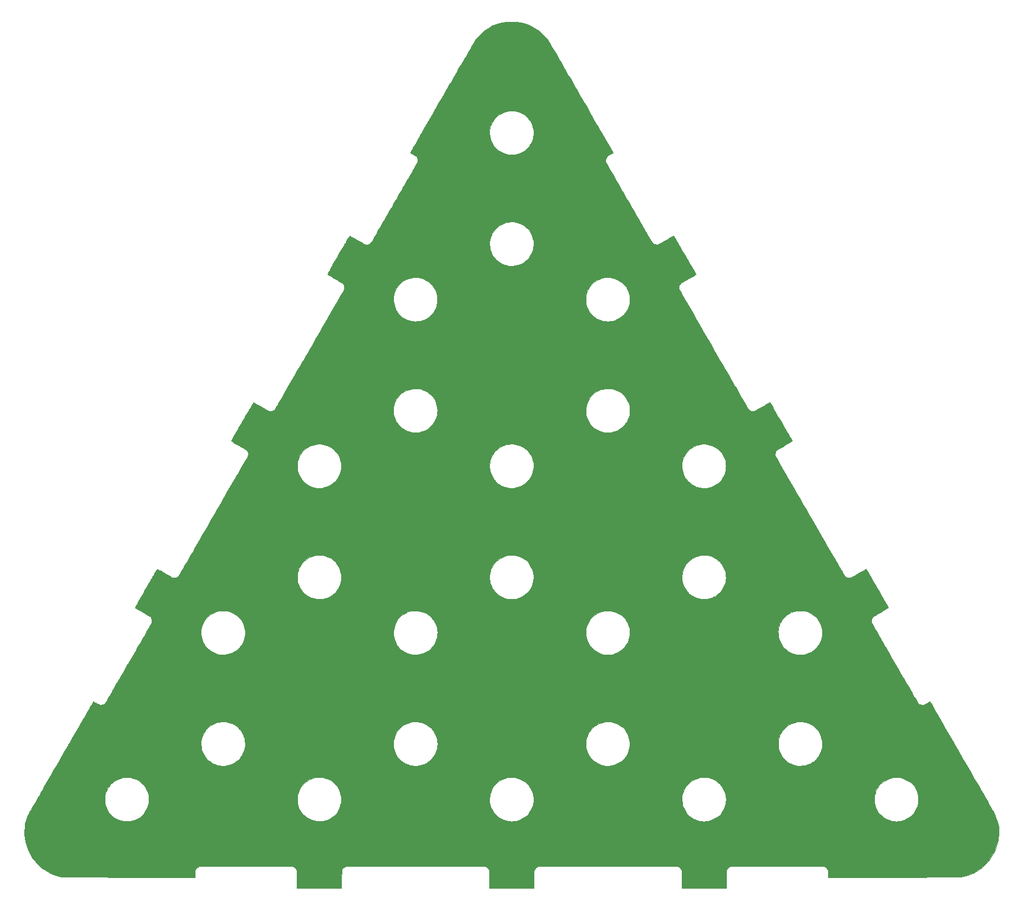
<source format=gbr>
%TF.GenerationSoftware,KiCad,Pcbnew,(6.0.0)*%
%TF.CreationDate,2022-01-21T14:33:05-08:00*%
%TF.ProjectId,PCB-bottom,5043422d-626f-4747-946f-6d2e6b696361,rev?*%
%TF.SameCoordinates,Original*%
%TF.FileFunction,Copper,L1,Top*%
%TF.FilePolarity,Positive*%
%FSLAX46Y46*%
G04 Gerber Fmt 4.6, Leading zero omitted, Abs format (unit mm)*
G04 Created by KiCad (PCBNEW (6.0.0)) date 2022-01-21 14:33:05*
%MOMM*%
%LPD*%
G01*
G04 APERTURE LIST*
%TA.AperFunction,EtchedComponent*%
%ADD10C,0.010000*%
%TD*%
G04 APERTURE END LIST*
D10*
%TO.C,Ref\u002A\u002A*%
X145365937Y-23798137D02*
X145861875Y-23872225D01*
X145861875Y-23872225D02*
X146350079Y-23983451D01*
X146350079Y-23983451D02*
X146827976Y-24131528D01*
X146827976Y-24131528D02*
X147292994Y-24316170D01*
X147292994Y-24316170D02*
X147742558Y-24537089D01*
X147742558Y-24537089D02*
X148174096Y-24794001D01*
X148174096Y-24794001D02*
X148585035Y-25086618D01*
X148585035Y-25086618D02*
X148587786Y-25088754D01*
X148587786Y-25088754D02*
X148846020Y-25305208D01*
X148846020Y-25305208D02*
X149105885Y-25552507D01*
X149105885Y-25552507D02*
X149358095Y-25820600D01*
X149358095Y-25820600D02*
X149593362Y-26099431D01*
X149593362Y-26099431D02*
X149802398Y-26378947D01*
X149802398Y-26378947D02*
X149865662Y-26472075D01*
X149865662Y-26472075D02*
X149886160Y-26505404D01*
X149886160Y-26505404D02*
X149927047Y-26574099D01*
X149927047Y-26574099D02*
X149987565Y-26676853D01*
X149987565Y-26676853D02*
X150066956Y-26812359D01*
X150066956Y-26812359D02*
X150164463Y-26979309D01*
X150164463Y-26979309D02*
X150279327Y-27176396D01*
X150279327Y-27176396D02*
X150410791Y-27402313D01*
X150410791Y-27402313D02*
X150558098Y-27655753D01*
X150558098Y-27655753D02*
X150720489Y-27935407D01*
X150720489Y-27935407D02*
X150897207Y-28239970D01*
X150897207Y-28239970D02*
X151087495Y-28568133D01*
X151087495Y-28568133D02*
X151290594Y-28918589D01*
X151290594Y-28918589D02*
X151505747Y-29290031D01*
X151505747Y-29290031D02*
X151732196Y-29681152D01*
X151732196Y-29681152D02*
X151969183Y-30090644D01*
X151969183Y-30090644D02*
X152215952Y-30517200D01*
X152215952Y-30517200D02*
X152471743Y-30959512D01*
X152471743Y-30959512D02*
X152735800Y-31416275D01*
X152735800Y-31416275D02*
X153007365Y-31886179D01*
X153007365Y-31886179D02*
X153285679Y-32367918D01*
X153285679Y-32367918D02*
X153569986Y-32860185D01*
X153569986Y-32860185D02*
X153859528Y-33361672D01*
X153859528Y-33361672D02*
X154041060Y-33676166D01*
X154041060Y-33676166D02*
X154337662Y-34190059D01*
X154337662Y-34190059D02*
X154631351Y-34698902D01*
X154631351Y-34698902D02*
X154921274Y-35201217D01*
X154921274Y-35201217D02*
X155206576Y-35695524D01*
X155206576Y-35695524D02*
X155486405Y-36180344D01*
X155486405Y-36180344D02*
X155759906Y-36654198D01*
X155759906Y-36654198D02*
X156026225Y-37115606D01*
X156026225Y-37115606D02*
X156284508Y-37563089D01*
X156284508Y-37563089D02*
X156533902Y-37995169D01*
X156533902Y-37995169D02*
X156773553Y-38410365D01*
X156773553Y-38410365D02*
X157002607Y-38807199D01*
X157002607Y-38807199D02*
X157220210Y-39184191D01*
X157220210Y-39184191D02*
X157425509Y-39539862D01*
X157425509Y-39539862D02*
X157617649Y-39872733D01*
X157617649Y-39872733D02*
X157795777Y-40181324D01*
X157795777Y-40181324D02*
X157959039Y-40464157D01*
X157959039Y-40464157D02*
X158106580Y-40719752D01*
X158106580Y-40719752D02*
X158237549Y-40946630D01*
X158237549Y-40946630D02*
X158351089Y-41143312D01*
X158351089Y-41143312D02*
X158446348Y-41308318D01*
X158446348Y-41308318D02*
X158522472Y-41440169D01*
X158522472Y-41440169D02*
X158578607Y-41537386D01*
X158578607Y-41537386D02*
X158594249Y-41564472D01*
X158594249Y-41564472D02*
X158696665Y-41742221D01*
X158696665Y-41742221D02*
X158792316Y-41909034D01*
X158792316Y-41909034D02*
X158879158Y-42061289D01*
X158879158Y-42061289D02*
X158955148Y-42195369D01*
X158955148Y-42195369D02*
X159018244Y-42307653D01*
X159018244Y-42307653D02*
X159066404Y-42394522D01*
X159066404Y-42394522D02*
X159097584Y-42452355D01*
X159097584Y-42452355D02*
X159109741Y-42477534D01*
X159109741Y-42477534D02*
X159109833Y-42478087D01*
X159109833Y-42478087D02*
X159092279Y-42494500D01*
X159092279Y-42494500D02*
X159043333Y-42528049D01*
X159043333Y-42528049D02*
X158968564Y-42575233D01*
X158968564Y-42575233D02*
X158873542Y-42632553D01*
X158873542Y-42632553D02*
X158763839Y-42696509D01*
X158763839Y-42696509D02*
X158745168Y-42707197D01*
X158745168Y-42707197D02*
X158584678Y-42801035D01*
X158584678Y-42801035D02*
X158457172Y-42881484D01*
X158457172Y-42881484D02*
X158357316Y-42953156D01*
X158357316Y-42953156D02*
X158279779Y-43020660D01*
X158279779Y-43020660D02*
X158219229Y-43088609D01*
X158219229Y-43088609D02*
X158170331Y-43161612D01*
X158170331Y-43161612D02*
X158130266Y-43238885D01*
X158130266Y-43238885D02*
X158093320Y-43326829D01*
X158093320Y-43326829D02*
X158071103Y-43407832D01*
X158071103Y-43407832D02*
X158059107Y-43501353D01*
X158059107Y-43501353D02*
X158055379Y-43562056D01*
X158055379Y-43562056D02*
X158052687Y-43660470D01*
X158052687Y-43660470D02*
X158057294Y-43733318D01*
X158057294Y-43733318D02*
X158071484Y-43797070D01*
X158071484Y-43797070D02*
X158097542Y-43868195D01*
X158097542Y-43868195D02*
X158098009Y-43869339D01*
X158098009Y-43869339D02*
X158112556Y-43897423D01*
X158112556Y-43897423D02*
X158147304Y-43960392D01*
X158147304Y-43960392D02*
X158201259Y-44056524D01*
X158201259Y-44056524D02*
X158273429Y-44184094D01*
X158273429Y-44184094D02*
X158362817Y-44341379D01*
X158362817Y-44341379D02*
X158468431Y-44526656D01*
X158468431Y-44526656D02*
X158589277Y-44738200D01*
X158589277Y-44738200D02*
X158724359Y-44974289D01*
X158724359Y-44974289D02*
X158872683Y-45233199D01*
X158872683Y-45233199D02*
X159033257Y-45513205D01*
X159033257Y-45513205D02*
X159205085Y-45812586D01*
X159205085Y-45812586D02*
X159387173Y-46129616D01*
X159387173Y-46129616D02*
X159578527Y-46462573D01*
X159578527Y-46462573D02*
X159778153Y-46809732D01*
X159778153Y-46809732D02*
X159985057Y-47169372D01*
X159985057Y-47169372D02*
X160198245Y-47539767D01*
X160198245Y-47539767D02*
X160416722Y-47919194D01*
X160416722Y-47919194D02*
X160639494Y-48305930D01*
X160639494Y-48305930D02*
X160865568Y-48698251D01*
X160865568Y-48698251D02*
X161093948Y-49094434D01*
X161093948Y-49094434D02*
X161323642Y-49492754D01*
X161323642Y-49492754D02*
X161553654Y-49891489D01*
X161553654Y-49891489D02*
X161782990Y-50288916D01*
X161782990Y-50288916D02*
X162010657Y-50683309D01*
X162010657Y-50683309D02*
X162235660Y-51072946D01*
X162235660Y-51072946D02*
X162457005Y-51456104D01*
X162457005Y-51456104D02*
X162673698Y-51831058D01*
X162673698Y-51831058D02*
X162884745Y-52196085D01*
X162884745Y-52196085D02*
X163089151Y-52549462D01*
X163089151Y-52549462D02*
X163285922Y-52889465D01*
X163285922Y-52889465D02*
X163474065Y-53214371D01*
X163474065Y-53214371D02*
X163652585Y-53522455D01*
X163652585Y-53522455D02*
X163820487Y-53811994D01*
X163820487Y-53811994D02*
X163976779Y-54081266D01*
X163976779Y-54081266D02*
X164120465Y-54328545D01*
X164120465Y-54328545D02*
X164250551Y-54552110D01*
X164250551Y-54552110D02*
X164366044Y-54750235D01*
X164366044Y-54750235D02*
X164465948Y-54921198D01*
X164465948Y-54921198D02*
X164549271Y-55063275D01*
X164549271Y-55063275D02*
X164615017Y-55174742D01*
X164615017Y-55174742D02*
X164662193Y-55253876D01*
X164662193Y-55253876D02*
X164689804Y-55298954D01*
X164689804Y-55298954D02*
X164696207Y-55308500D01*
X164696207Y-55308500D02*
X164818352Y-55431802D01*
X164818352Y-55431802D02*
X164964331Y-55526742D01*
X164964331Y-55526742D02*
X165126166Y-55590657D01*
X165126166Y-55590657D02*
X165295879Y-55620885D01*
X165295879Y-55620885D02*
X165465491Y-55614764D01*
X165465491Y-55614764D02*
X165555242Y-55595114D01*
X165555242Y-55595114D02*
X165606369Y-55574504D01*
X165606369Y-55574504D02*
X165692805Y-55532274D01*
X165692805Y-55532274D02*
X165813731Y-55468873D01*
X165813731Y-55468873D02*
X165968330Y-55384747D01*
X165968330Y-55384747D02*
X166155783Y-55280344D01*
X166155783Y-55280344D02*
X166375272Y-55156112D01*
X166375272Y-55156112D02*
X166625979Y-55012497D01*
X166625979Y-55012497D02*
X166721540Y-54957395D01*
X166721540Y-54957395D02*
X166913698Y-54846599D01*
X166913698Y-54846599D02*
X167094996Y-54742409D01*
X167094996Y-54742409D02*
X167262107Y-54646715D01*
X167262107Y-54646715D02*
X167411704Y-54561404D01*
X167411704Y-54561404D02*
X167540462Y-54488365D01*
X167540462Y-54488365D02*
X167645054Y-54429486D01*
X167645054Y-54429486D02*
X167722153Y-54386656D01*
X167722153Y-54386656D02*
X167768433Y-54361763D01*
X167768433Y-54361763D02*
X167780900Y-54356000D01*
X167780900Y-54356000D02*
X167793084Y-54373938D01*
X167793084Y-54373938D02*
X167824962Y-54426122D01*
X167824962Y-54426122D02*
X167875120Y-54510104D01*
X167875120Y-54510104D02*
X167942140Y-54623436D01*
X167942140Y-54623436D02*
X168024606Y-54763670D01*
X168024606Y-54763670D02*
X168121101Y-54928359D01*
X168121101Y-54928359D02*
X168230208Y-55115054D01*
X168230208Y-55115054D02*
X168350510Y-55321309D01*
X168350510Y-55321309D02*
X168480592Y-55544676D01*
X168480592Y-55544676D02*
X168619036Y-55782706D01*
X168619036Y-55782706D02*
X168764425Y-56032953D01*
X168764425Y-56032953D02*
X168915344Y-56292967D01*
X168915344Y-56292967D02*
X169070375Y-56560303D01*
X169070375Y-56560303D02*
X169228101Y-56832512D01*
X169228101Y-56832512D02*
X169387107Y-57107146D01*
X169387107Y-57107146D02*
X169545976Y-57381757D01*
X169545976Y-57381757D02*
X169703290Y-57653899D01*
X169703290Y-57653899D02*
X169857633Y-57921123D01*
X169857633Y-57921123D02*
X170007588Y-58180981D01*
X170007588Y-58180981D02*
X170151740Y-58431027D01*
X170151740Y-58431027D02*
X170288670Y-58668811D01*
X170288670Y-58668811D02*
X170416963Y-58891887D01*
X170416963Y-58891887D02*
X170535202Y-59097807D01*
X170535202Y-59097807D02*
X170641970Y-59284122D01*
X170641970Y-59284122D02*
X170735851Y-59448386D01*
X170735851Y-59448386D02*
X170815427Y-59588151D01*
X170815427Y-59588151D02*
X170879283Y-59700969D01*
X170879283Y-59700969D02*
X170926002Y-59784392D01*
X170926002Y-59784392D02*
X170954166Y-59835972D01*
X170954166Y-59835972D02*
X170962479Y-59853145D01*
X170962479Y-59853145D02*
X170944517Y-59866480D01*
X170944517Y-59866480D02*
X170893060Y-59898898D01*
X170893060Y-59898898D02*
X170811368Y-59948472D01*
X170811368Y-59948472D02*
X170702700Y-60013279D01*
X170702700Y-60013279D02*
X170570315Y-60091393D01*
X170570315Y-60091393D02*
X170417472Y-60180890D01*
X170417472Y-60180890D02*
X170247431Y-60279844D01*
X170247431Y-60279844D02*
X170063450Y-60386330D01*
X170063450Y-60386330D02*
X169912737Y-60473166D01*
X169912737Y-60473166D02*
X169685671Y-60603918D01*
X169685671Y-60603918D02*
X169492343Y-60715729D01*
X169492343Y-60715729D02*
X169329656Y-60810529D01*
X169329656Y-60810529D02*
X169194516Y-60890248D01*
X169194516Y-60890248D02*
X169083829Y-60956815D01*
X169083829Y-60956815D02*
X168994499Y-61012158D01*
X168994499Y-61012158D02*
X168923432Y-61058208D01*
X168923432Y-61058208D02*
X168867533Y-61096895D01*
X168867533Y-61096895D02*
X168823706Y-61130146D01*
X168823706Y-61130146D02*
X168788858Y-61159893D01*
X168788858Y-61159893D02*
X168759893Y-61188063D01*
X168759893Y-61188063D02*
X168751051Y-61197393D01*
X168751051Y-61197393D02*
X168645519Y-61339450D01*
X168645519Y-61339450D02*
X168572979Y-61499539D01*
X168572979Y-61499539D02*
X168535464Y-61669562D01*
X168535464Y-61669562D02*
X168535010Y-61841422D01*
X168535010Y-61841422D02*
X168558873Y-61962093D01*
X168558873Y-61962093D02*
X168577648Y-62007556D01*
X168577648Y-62007556D02*
X168617551Y-62088149D01*
X168617551Y-62088149D02*
X168677931Y-62202699D01*
X168677931Y-62202699D02*
X168758142Y-62350034D01*
X168758142Y-62350034D02*
X168857534Y-62528978D01*
X168857534Y-62528978D02*
X168975459Y-62738360D01*
X168975459Y-62738360D02*
X169111269Y-62977006D01*
X169111269Y-62977006D02*
X169264316Y-63243743D01*
X169264316Y-63243743D02*
X169329908Y-63357506D01*
X169329908Y-63357506D02*
X169858619Y-64273336D01*
X169858619Y-64273336D02*
X170366588Y-65153220D01*
X170366588Y-65153220D02*
X170854230Y-65997875D01*
X170854230Y-65997875D02*
X171321962Y-66808020D01*
X171321962Y-66808020D02*
X171770201Y-67584375D01*
X171770201Y-67584375D02*
X172199363Y-68327659D01*
X172199363Y-68327659D02*
X172609866Y-69038589D01*
X172609866Y-69038589D02*
X173002125Y-69717885D01*
X173002125Y-69717885D02*
X173376558Y-70366266D01*
X173376558Y-70366266D02*
X173733580Y-70984450D01*
X173733580Y-70984450D02*
X174073609Y-71573156D01*
X174073609Y-71573156D02*
X174397061Y-72133103D01*
X174397061Y-72133103D02*
X174704353Y-72665010D01*
X174704353Y-72665010D02*
X174995901Y-73169595D01*
X174995901Y-73169595D02*
X175272122Y-73647578D01*
X175272122Y-73647578D02*
X175533433Y-74099677D01*
X175533433Y-74099677D02*
X175780250Y-74526611D01*
X175780250Y-74526611D02*
X176012990Y-74929099D01*
X176012990Y-74929099D02*
X176232070Y-75307859D01*
X176232070Y-75307859D02*
X176437905Y-75663611D01*
X176437905Y-75663611D02*
X176630913Y-75997073D01*
X176630913Y-75997073D02*
X176811511Y-76308964D01*
X176811511Y-76308964D02*
X176980114Y-76600002D01*
X176980114Y-76600002D02*
X177137140Y-76870907D01*
X177137140Y-76870907D02*
X177283005Y-77122397D01*
X177283005Y-77122397D02*
X177418126Y-77355192D01*
X177418126Y-77355192D02*
X177542919Y-77570009D01*
X177542919Y-77570009D02*
X177657802Y-77767569D01*
X177657802Y-77767569D02*
X177763190Y-77948588D01*
X177763190Y-77948588D02*
X177859500Y-78113787D01*
X177859500Y-78113787D02*
X177947149Y-78263885D01*
X177947149Y-78263885D02*
X178026554Y-78399599D01*
X178026554Y-78399599D02*
X178098130Y-78521648D01*
X178098130Y-78521648D02*
X178162296Y-78630753D01*
X178162296Y-78630753D02*
X178219467Y-78727630D01*
X178219467Y-78727630D02*
X178270059Y-78813000D01*
X178270059Y-78813000D02*
X178314491Y-78887581D01*
X178314491Y-78887581D02*
X178353177Y-78952091D01*
X178353177Y-78952091D02*
X178386535Y-79007250D01*
X178386535Y-79007250D02*
X178414982Y-79053776D01*
X178414982Y-79053776D02*
X178438934Y-79092388D01*
X178438934Y-79092388D02*
X178458807Y-79123805D01*
X178458807Y-79123805D02*
X178475019Y-79148746D01*
X178475019Y-79148746D02*
X178487986Y-79167929D01*
X178487986Y-79167929D02*
X178498124Y-79182074D01*
X178498124Y-79182074D02*
X178505850Y-79191899D01*
X178505850Y-79191899D02*
X178510665Y-79197222D01*
X178510665Y-79197222D02*
X178575149Y-79251566D01*
X178575149Y-79251566D02*
X178659934Y-79309283D01*
X178659934Y-79309283D02*
X178743038Y-79355972D01*
X178743038Y-79355972D02*
X178816167Y-79390285D01*
X178816167Y-79390285D02*
X178875422Y-79411548D01*
X178875422Y-79411548D02*
X178935712Y-79422845D01*
X178935712Y-79422845D02*
X179011946Y-79427262D01*
X179011946Y-79427262D02*
X179090706Y-79427916D01*
X179090706Y-79427916D02*
X179198241Y-79425790D01*
X179198241Y-79425790D02*
X179276972Y-79418035D01*
X179276972Y-79418035D02*
X179340278Y-79402591D01*
X179340278Y-79402591D02*
X179393247Y-79381280D01*
X179393247Y-79381280D02*
X179430409Y-79362040D01*
X179430409Y-79362040D02*
X179500468Y-79323711D01*
X179500468Y-79323711D02*
X179599680Y-79268410D01*
X179599680Y-79268410D02*
X179724305Y-79198254D01*
X179724305Y-79198254D02*
X179870600Y-79115361D01*
X179870600Y-79115361D02*
X180034824Y-79021850D01*
X180034824Y-79021850D02*
X180213233Y-78919836D01*
X180213233Y-78919836D02*
X180402087Y-78811439D01*
X180402087Y-78811439D02*
X180511124Y-78748673D01*
X180511124Y-78748673D02*
X180714245Y-78632143D01*
X180714245Y-78632143D02*
X180901849Y-78525537D01*
X180901849Y-78525537D02*
X181071091Y-78430412D01*
X181071091Y-78430412D02*
X181219129Y-78348327D01*
X181219129Y-78348327D02*
X181343117Y-78280839D01*
X181343117Y-78280839D02*
X181440212Y-78229507D01*
X181440212Y-78229507D02*
X181507570Y-78195889D01*
X181507570Y-78195889D02*
X181542346Y-78181543D01*
X181542346Y-78181543D02*
X181546434Y-78181476D01*
X181546434Y-78181476D02*
X181559260Y-78201950D01*
X181559260Y-78201950D02*
X181591861Y-78256744D01*
X181591861Y-78256744D02*
X181642869Y-78343504D01*
X181642869Y-78343504D02*
X181710916Y-78459875D01*
X181710916Y-78459875D02*
X181794633Y-78603503D01*
X181794633Y-78603503D02*
X181892653Y-78772031D01*
X181892653Y-78772031D02*
X182003607Y-78963107D01*
X182003607Y-78963107D02*
X182126127Y-79174374D01*
X182126127Y-79174374D02*
X182258845Y-79403478D01*
X182258845Y-79403478D02*
X182400394Y-79648065D01*
X182400394Y-79648065D02*
X182549403Y-79905779D01*
X182549403Y-79905779D02*
X182704507Y-80174266D01*
X182704507Y-80174266D02*
X182744097Y-80242833D01*
X182744097Y-80242833D02*
X182910021Y-80530217D01*
X182910021Y-80530217D02*
X183076569Y-80818649D01*
X183076569Y-80818649D02*
X183241724Y-81104635D01*
X183241724Y-81104635D02*
X183403467Y-81384683D01*
X183403467Y-81384683D02*
X183559780Y-81655300D01*
X183559780Y-81655300D02*
X183708646Y-81912992D01*
X183708646Y-81912992D02*
X183848047Y-82154267D01*
X183848047Y-82154267D02*
X183975965Y-82375633D01*
X183975965Y-82375633D02*
X184090381Y-82573595D01*
X184090381Y-82573595D02*
X184189279Y-82744661D01*
X184189279Y-82744661D02*
X184270639Y-82885339D01*
X184270639Y-82885339D02*
X184321558Y-82973333D01*
X184321558Y-82973333D02*
X184429317Y-83160320D01*
X184429317Y-83160320D02*
X184516620Y-83313831D01*
X184516620Y-83313831D02*
X184584911Y-83436617D01*
X184584911Y-83436617D02*
X184635631Y-83531433D01*
X184635631Y-83531433D02*
X184670223Y-83601032D01*
X184670223Y-83601032D02*
X184690128Y-83648166D01*
X184690128Y-83648166D02*
X184696790Y-83675589D01*
X184696790Y-83675589D02*
X184694186Y-83684683D01*
X184694186Y-83684683D02*
X184671428Y-83699440D01*
X184671428Y-83699440D02*
X184615430Y-83733243D01*
X184615430Y-83733243D02*
X184529666Y-83784061D01*
X184529666Y-83784061D02*
X184417609Y-83849862D01*
X184417609Y-83849862D02*
X184282734Y-83928616D01*
X184282734Y-83928616D02*
X184128513Y-84018291D01*
X184128513Y-84018291D02*
X183958420Y-84116858D01*
X183958420Y-84116858D02*
X183775930Y-84222285D01*
X183775930Y-84222285D02*
X183684333Y-84275086D01*
X183684333Y-84275086D02*
X183494638Y-84384532D01*
X183494638Y-84384532D02*
X183313694Y-84489264D01*
X183313694Y-84489264D02*
X183145266Y-84587077D01*
X183145266Y-84587077D02*
X182993124Y-84675769D01*
X182993124Y-84675769D02*
X182861035Y-84753136D01*
X182861035Y-84753136D02*
X182752767Y-84816975D01*
X182752767Y-84816975D02*
X182672088Y-84865081D01*
X182672088Y-84865081D02*
X182622764Y-84895251D01*
X182622764Y-84895251D02*
X182612259Y-84902076D01*
X182612259Y-84902076D02*
X182515555Y-84986999D01*
X182515555Y-84986999D02*
X182426035Y-85099956D01*
X182426035Y-85099956D02*
X182354078Y-85226769D01*
X182354078Y-85226769D02*
X182328249Y-85290029D01*
X182328249Y-85290029D02*
X182300363Y-85406794D01*
X182300363Y-85406794D02*
X182288326Y-85542002D01*
X182288326Y-85542002D02*
X182292420Y-85677887D01*
X182292420Y-85677887D02*
X182312926Y-85796682D01*
X182312926Y-85796682D02*
X182319870Y-85819355D01*
X182319870Y-85819355D02*
X182332498Y-85843824D01*
X182332498Y-85843824D02*
X182365637Y-85903791D01*
X182365637Y-85903791D02*
X182418624Y-85998098D01*
X182418624Y-85998098D02*
X182490791Y-86125588D01*
X182490791Y-86125588D02*
X182581475Y-86285102D01*
X182581475Y-86285102D02*
X182690011Y-86475483D01*
X182690011Y-86475483D02*
X182815732Y-86695573D01*
X182815732Y-86695573D02*
X182957974Y-86944214D01*
X182957974Y-86944214D02*
X183116072Y-87220249D01*
X183116072Y-87220249D02*
X183289361Y-87522519D01*
X183289361Y-87522519D02*
X183477175Y-87849867D01*
X183477175Y-87849867D02*
X183678850Y-88201135D01*
X183678850Y-88201135D02*
X183893720Y-88575165D01*
X183893720Y-88575165D02*
X184121121Y-88970799D01*
X184121121Y-88970799D02*
X184360386Y-89386880D01*
X184360386Y-89386880D02*
X184610852Y-89822249D01*
X184610852Y-89822249D02*
X184871852Y-90275749D01*
X184871852Y-90275749D02*
X185142721Y-90746223D01*
X185142721Y-90746223D02*
X185422796Y-91232511D01*
X185422796Y-91232511D02*
X185711410Y-91733457D01*
X185711410Y-91733457D02*
X186007898Y-92247903D01*
X186007898Y-92247903D02*
X186311595Y-92774690D01*
X186311595Y-92774690D02*
X186621837Y-93312661D01*
X186621837Y-93312661D02*
X186937957Y-93860659D01*
X186937957Y-93860659D02*
X187247957Y-94397886D01*
X187247957Y-94397886D02*
X187637167Y-95072327D01*
X187637167Y-95072327D02*
X188005759Y-95711101D01*
X188005759Y-95711101D02*
X188354318Y-96315183D01*
X188354318Y-96315183D02*
X188683429Y-96885547D01*
X188683429Y-96885547D02*
X188993675Y-97423168D01*
X188993675Y-97423168D02*
X189285642Y-97929020D01*
X189285642Y-97929020D02*
X189559915Y-98404078D01*
X189559915Y-98404078D02*
X189817078Y-98849315D01*
X189817078Y-98849315D02*
X190057716Y-99265707D01*
X190057716Y-99265707D02*
X190282413Y-99654228D01*
X190282413Y-99654228D02*
X190491755Y-100015853D01*
X190491755Y-100015853D02*
X190686325Y-100351555D01*
X190686325Y-100351555D02*
X190866709Y-100662309D01*
X190866709Y-100662309D02*
X191033491Y-100949089D01*
X191033491Y-100949089D02*
X191187256Y-101212871D01*
X191187256Y-101212871D02*
X191328588Y-101454628D01*
X191328588Y-101454628D02*
X191458073Y-101675335D01*
X191458073Y-101675335D02*
X191576295Y-101875966D01*
X191576295Y-101875966D02*
X191683838Y-102057496D01*
X191683838Y-102057496D02*
X191781288Y-102220899D01*
X191781288Y-102220899D02*
X191869228Y-102367150D01*
X191869228Y-102367150D02*
X191948244Y-102497222D01*
X191948244Y-102497222D02*
X192018921Y-102612091D01*
X192018921Y-102612091D02*
X192081842Y-102712731D01*
X192081842Y-102712731D02*
X192137593Y-102800116D01*
X192137593Y-102800116D02*
X192186759Y-102875221D01*
X192186759Y-102875221D02*
X192229923Y-102939020D01*
X192229923Y-102939020D02*
X192267672Y-102992487D01*
X192267672Y-102992487D02*
X192300588Y-103036597D01*
X192300588Y-103036597D02*
X192329258Y-103072325D01*
X192329258Y-103072325D02*
X192354265Y-103100645D01*
X192354265Y-103100645D02*
X192376195Y-103122531D01*
X192376195Y-103122531D02*
X192395631Y-103138957D01*
X192395631Y-103138957D02*
X192413160Y-103150899D01*
X192413160Y-103150899D02*
X192429365Y-103159330D01*
X192429365Y-103159330D02*
X192444831Y-103165225D01*
X192444831Y-103165225D02*
X192460143Y-103169558D01*
X192460143Y-103169558D02*
X192475885Y-103173305D01*
X192475885Y-103173305D02*
X192492643Y-103177438D01*
X192492643Y-103177438D02*
X192511000Y-103182933D01*
X192511000Y-103182933D02*
X192521416Y-103186669D01*
X192521416Y-103186669D02*
X192669869Y-103228389D01*
X192669869Y-103228389D02*
X192826503Y-103246610D01*
X192826503Y-103246610D02*
X192975757Y-103240312D01*
X192975757Y-103240312D02*
X193062846Y-103222173D01*
X193062846Y-103222173D02*
X193104719Y-103204558D01*
X193104719Y-103204558D02*
X193179960Y-103167133D01*
X193179960Y-103167133D02*
X193285476Y-103111598D01*
X193285476Y-103111598D02*
X193418172Y-103039652D01*
X193418172Y-103039652D02*
X193574957Y-102952995D01*
X193574957Y-102952995D02*
X193752735Y-102853326D01*
X193752735Y-102853326D02*
X193948414Y-102742346D01*
X193948414Y-102742346D02*
X194158900Y-102621753D01*
X194158900Y-102621753D02*
X194223316Y-102584622D01*
X194223316Y-102584622D02*
X194415732Y-102473681D01*
X194415732Y-102473681D02*
X194597135Y-102369334D01*
X194597135Y-102369334D02*
X194764225Y-102273462D01*
X194764225Y-102273462D02*
X194913704Y-102187948D01*
X194913704Y-102187948D02*
X195042272Y-102114672D01*
X195042272Y-102114672D02*
X195146628Y-102055516D01*
X195146628Y-102055516D02*
X195223474Y-102012361D01*
X195223474Y-102012361D02*
X195269510Y-101987089D01*
X195269510Y-101987089D02*
X195281878Y-101981000D01*
X195281878Y-101981000D02*
X195293701Y-101998940D01*
X195293701Y-101998940D02*
X195325216Y-102051128D01*
X195325216Y-102051128D02*
X195375007Y-102135117D01*
X195375007Y-102135117D02*
X195441661Y-102248457D01*
X195441661Y-102248457D02*
X195523763Y-102388702D01*
X195523763Y-102388702D02*
X195619898Y-102553403D01*
X195619898Y-102553403D02*
X195728650Y-102740112D01*
X195728650Y-102740112D02*
X195848606Y-102946381D01*
X195848606Y-102946381D02*
X195978350Y-103169761D01*
X195978350Y-103169761D02*
X196116468Y-103407806D01*
X196116468Y-103407806D02*
X196261546Y-103658066D01*
X196261546Y-103658066D02*
X196412167Y-103918094D01*
X196412167Y-103918094D02*
X196566918Y-104185441D01*
X196566918Y-104185441D02*
X196724383Y-104457660D01*
X196724383Y-104457660D02*
X196883148Y-104732302D01*
X196883148Y-104732302D02*
X197041799Y-105006920D01*
X197041799Y-105006920D02*
X197198920Y-105279066D01*
X197198920Y-105279066D02*
X197353096Y-105546290D01*
X197353096Y-105546290D02*
X197502914Y-105806146D01*
X197502914Y-105806146D02*
X197646957Y-106056185D01*
X197646957Y-106056185D02*
X197783812Y-106293959D01*
X197783812Y-106293959D02*
X197912063Y-106517020D01*
X197912063Y-106517020D02*
X198030296Y-106722921D01*
X198030296Y-106722921D02*
X198137097Y-106909212D01*
X198137097Y-106909212D02*
X198231049Y-107073446D01*
X198231049Y-107073446D02*
X198310739Y-107213175D01*
X198310739Y-107213175D02*
X198374751Y-107325951D01*
X198374751Y-107325951D02*
X198421672Y-107409325D01*
X198421672Y-107409325D02*
X198450086Y-107460850D01*
X198450086Y-107460850D02*
X198458666Y-107477992D01*
X198458666Y-107477992D02*
X198440853Y-107491508D01*
X198440853Y-107491508D02*
X198389587Y-107524160D01*
X198389587Y-107524160D02*
X198308129Y-107574010D01*
X198308129Y-107574010D02*
X198199742Y-107639119D01*
X198199742Y-107639119D02*
X198067686Y-107717547D01*
X198067686Y-107717547D02*
X197915222Y-107807355D01*
X197915222Y-107807355D02*
X197745612Y-107906604D01*
X197745612Y-107906604D02*
X197562118Y-108013355D01*
X197562118Y-108013355D02*
X197416208Y-108097833D01*
X197416208Y-108097833D02*
X197220866Y-108211238D01*
X197220866Y-108211238D02*
X197034263Y-108320603D01*
X197034263Y-108320603D02*
X196860054Y-108423716D01*
X196860054Y-108423716D02*
X196701896Y-108518365D01*
X196701896Y-108518365D02*
X196563443Y-108602340D01*
X196563443Y-108602340D02*
X196448351Y-108673428D01*
X196448351Y-108673428D02*
X196360275Y-108729417D01*
X196360275Y-108729417D02*
X196302872Y-108768096D01*
X196302872Y-108768096D02*
X196283468Y-108783156D01*
X196283468Y-108783156D02*
X196195504Y-108885868D01*
X196195504Y-108885868D02*
X196119598Y-109015601D01*
X196119598Y-109015601D02*
X196062998Y-109157318D01*
X196062998Y-109157318D02*
X196032953Y-109295981D01*
X196032953Y-109295981D02*
X196032076Y-109304703D01*
X196032076Y-109304703D02*
X196027745Y-109389218D01*
X196027745Y-109389218D02*
X196032596Y-109469514D01*
X196032596Y-109469514D02*
X196048819Y-109551728D01*
X196048819Y-109551728D02*
X196078599Y-109641997D01*
X196078599Y-109641997D02*
X196124124Y-109746458D01*
X196124124Y-109746458D02*
X196187581Y-109871250D01*
X196187581Y-109871250D02*
X196271159Y-110022509D01*
X196271159Y-110022509D02*
X196315677Y-110100432D01*
X196315677Y-110100432D02*
X196354980Y-110168672D01*
X196354980Y-110168672D02*
X196413939Y-110270941D01*
X196413939Y-110270941D02*
X196491034Y-110404609D01*
X196491034Y-110404609D02*
X196584749Y-110567045D01*
X196584749Y-110567045D02*
X196693565Y-110755621D01*
X196693565Y-110755621D02*
X196815965Y-110967706D01*
X196815965Y-110967706D02*
X196950430Y-111200670D01*
X196950430Y-111200670D02*
X197095443Y-111451884D01*
X197095443Y-111451884D02*
X197249486Y-111718718D01*
X197249486Y-111718718D02*
X197411041Y-111998542D01*
X197411041Y-111998542D02*
X197578590Y-112288727D01*
X197578590Y-112288727D02*
X197750615Y-112586642D01*
X197750615Y-112586642D02*
X197925599Y-112889658D01*
X197925599Y-112889658D02*
X197945527Y-112924166D01*
X197945527Y-112924166D02*
X198132347Y-113247669D01*
X198132347Y-113247669D02*
X198337465Y-113602864D01*
X198337465Y-113602864D02*
X198558011Y-113984782D01*
X198558011Y-113984782D02*
X198791116Y-114388455D01*
X198791116Y-114388455D02*
X199033911Y-114808912D01*
X199033911Y-114808912D02*
X199283526Y-115241185D01*
X199283526Y-115241185D02*
X199537091Y-115680305D01*
X199537091Y-115680305D02*
X199791738Y-116121302D01*
X199791738Y-116121302D02*
X200044597Y-116559207D01*
X200044597Y-116559207D02*
X200292799Y-116989052D01*
X200292799Y-116989052D02*
X200533474Y-117405867D01*
X200533474Y-117405867D02*
X200763753Y-117804682D01*
X200763753Y-117804682D02*
X200980766Y-118180530D01*
X200980766Y-118180530D02*
X200995039Y-118205250D01*
X200995039Y-118205250D02*
X201181362Y-118527666D01*
X201181362Y-118527666D02*
X201362742Y-118840973D01*
X201362742Y-118840973D02*
X201537976Y-119143122D01*
X201537976Y-119143122D02*
X201705862Y-119432060D01*
X201705862Y-119432060D02*
X201865198Y-119705737D01*
X201865198Y-119705737D02*
X202014782Y-119962103D01*
X202014782Y-119962103D02*
X202153411Y-120199105D01*
X202153411Y-120199105D02*
X202279884Y-120414694D01*
X202279884Y-120414694D02*
X202392998Y-120606819D01*
X202392998Y-120606819D02*
X202491551Y-120773427D01*
X202491551Y-120773427D02*
X202574342Y-120912470D01*
X202574342Y-120912470D02*
X202640168Y-121021895D01*
X202640168Y-121021895D02*
X202687827Y-121099651D01*
X202687827Y-121099651D02*
X202716117Y-121143689D01*
X202716117Y-121143689D02*
X202722209Y-121151960D01*
X202722209Y-121151960D02*
X202820610Y-121239974D01*
X202820610Y-121239974D02*
X202947258Y-121315636D01*
X202947258Y-121315636D02*
X203088478Y-121372466D01*
X203088478Y-121372466D02*
X203230591Y-121403986D01*
X203230591Y-121403986D02*
X203260217Y-121406852D01*
X203260217Y-121406852D02*
X203346021Y-121410141D01*
X203346021Y-121410141D02*
X203424922Y-121405356D01*
X203424922Y-121405356D02*
X203503608Y-121390157D01*
X203503608Y-121390157D02*
X203588769Y-121362204D01*
X203588769Y-121362204D02*
X203687095Y-121319156D01*
X203687095Y-121319156D02*
X203805275Y-121258674D01*
X203805275Y-121258674D02*
X203949999Y-121178416D01*
X203949999Y-121178416D02*
X204008336Y-121145120D01*
X204008336Y-121145120D02*
X204123388Y-121079482D01*
X204123388Y-121079482D02*
X204225851Y-121021705D01*
X204225851Y-121021705D02*
X204310125Y-120974890D01*
X204310125Y-120974890D02*
X204370608Y-120942141D01*
X204370608Y-120942141D02*
X204401699Y-120926560D01*
X204401699Y-120926560D02*
X204404440Y-120925697D01*
X204404440Y-120925697D02*
X204416234Y-120943775D01*
X204416234Y-120943775D02*
X204448027Y-120996597D01*
X204448027Y-120996597D02*
X204498691Y-121082220D01*
X204498691Y-121082220D02*
X204567096Y-121198704D01*
X204567096Y-121198704D02*
X204652116Y-121344105D01*
X204652116Y-121344105D02*
X204752621Y-121516484D01*
X204752621Y-121516484D02*
X204867485Y-121713898D01*
X204867485Y-121713898D02*
X204995578Y-121934405D01*
X204995578Y-121934405D02*
X205135773Y-122176065D01*
X205135773Y-122176065D02*
X205286941Y-122436934D01*
X205286941Y-122436934D02*
X205447954Y-122715073D01*
X205447954Y-122715073D02*
X205617685Y-123008539D01*
X205617685Y-123008539D02*
X205795004Y-123315390D01*
X205795004Y-123315390D02*
X205978785Y-123633686D01*
X205978785Y-123633686D02*
X206110416Y-123861820D01*
X206110416Y-123861820D02*
X206391401Y-124348935D01*
X206391401Y-124348935D02*
X206658085Y-124811243D01*
X206658085Y-124811243D02*
X206912170Y-125251697D01*
X206912170Y-125251697D02*
X207155361Y-125673248D01*
X207155361Y-125673248D02*
X207389362Y-126078848D01*
X207389362Y-126078848D02*
X207615877Y-126471450D01*
X207615877Y-126471450D02*
X207836609Y-126854005D01*
X207836609Y-126854005D02*
X208053263Y-127229466D01*
X208053263Y-127229466D02*
X208267542Y-127600784D01*
X208267542Y-127600784D02*
X208481150Y-127970913D01*
X208481150Y-127970913D02*
X208695791Y-128342803D01*
X208695791Y-128342803D02*
X208913168Y-128719406D01*
X208913168Y-128719406D02*
X209134987Y-129103676D01*
X209134987Y-129103676D02*
X209362950Y-129498563D01*
X209362950Y-129498563D02*
X209598761Y-129907021D01*
X209598761Y-129907021D02*
X209844125Y-130332000D01*
X209844125Y-130332000D02*
X210100744Y-130776453D01*
X210100744Y-130776453D02*
X210370324Y-131243333D01*
X210370324Y-131243333D02*
X210654568Y-131735590D01*
X210654568Y-131735590D02*
X210955179Y-132256178D01*
X210955179Y-132256178D02*
X211273862Y-132808048D01*
X211273862Y-132808048D02*
X211550154Y-133286500D01*
X211550154Y-133286500D02*
X211756172Y-133643517D01*
X211756172Y-133643517D02*
X211957807Y-133993453D01*
X211957807Y-133993453D02*
X212153921Y-134334306D01*
X212153921Y-134334306D02*
X212343372Y-134664075D01*
X212343372Y-134664075D02*
X212525021Y-134980761D01*
X212525021Y-134980761D02*
X212697728Y-135282362D01*
X212697728Y-135282362D02*
X212860351Y-135566878D01*
X212860351Y-135566878D02*
X213011752Y-135832308D01*
X213011752Y-135832308D02*
X213150791Y-136076651D01*
X213150791Y-136076651D02*
X213276326Y-136297908D01*
X213276326Y-136297908D02*
X213387217Y-136494077D01*
X213387217Y-136494077D02*
X213482326Y-136663158D01*
X213482326Y-136663158D02*
X213560511Y-136803150D01*
X213560511Y-136803150D02*
X213620632Y-136912052D01*
X213620632Y-136912052D02*
X213661549Y-136987864D01*
X213661549Y-136987864D02*
X213679244Y-137022416D01*
X213679244Y-137022416D02*
X213874582Y-137476132D01*
X213874582Y-137476132D02*
X214030779Y-137944201D01*
X214030779Y-137944201D02*
X214147460Y-138423963D01*
X214147460Y-138423963D02*
X214224248Y-138912756D01*
X214224248Y-138912756D02*
X214260767Y-139407921D01*
X214260767Y-139407921D02*
X214256642Y-139906798D01*
X214256642Y-139906798D02*
X214211495Y-140406724D01*
X214211495Y-140406724D02*
X214184079Y-140592904D01*
X214184079Y-140592904D02*
X214079754Y-141103784D01*
X214079754Y-141103784D02*
X213935913Y-141602612D01*
X213935913Y-141602612D02*
X213754032Y-142087106D01*
X213754032Y-142087106D02*
X213535584Y-142554984D01*
X213535584Y-142554984D02*
X213282045Y-143003963D01*
X213282045Y-143003963D02*
X212994889Y-143431761D01*
X212994889Y-143431761D02*
X212675591Y-143836096D01*
X212675591Y-143836096D02*
X212325625Y-144214684D01*
X212325625Y-144214684D02*
X211946465Y-144565245D01*
X211946465Y-144565245D02*
X211539586Y-144885496D01*
X211539586Y-144885496D02*
X211306833Y-145046365D01*
X211306833Y-145046365D02*
X210906592Y-145289638D01*
X210906592Y-145289638D02*
X210496885Y-145497188D01*
X210496885Y-145497188D02*
X210072506Y-145671028D01*
X210072506Y-145671028D02*
X209628250Y-145813168D01*
X209628250Y-145813168D02*
X209158912Y-145925623D01*
X209158912Y-145925623D02*
X208915000Y-145971043D01*
X208915000Y-145971043D02*
X208650416Y-146015976D01*
X208650416Y-146015976D02*
X199280610Y-146022661D01*
X199280610Y-146022661D02*
X189910804Y-146029345D01*
X189910804Y-146029345D02*
X189903777Y-145547547D01*
X189903777Y-145547547D02*
X189896750Y-145065750D01*
X189896750Y-145065750D02*
X189829162Y-144923070D01*
X189829162Y-144923070D02*
X189732868Y-144765713D01*
X189732868Y-144765713D02*
X189606645Y-144631489D01*
X189606645Y-144631489D02*
X189458138Y-144528246D01*
X189458138Y-144528246D02*
X189430813Y-144514138D01*
X189430813Y-144514138D02*
X189304083Y-144451916D01*
X189304083Y-144451916D02*
X175905583Y-144451916D01*
X175905583Y-144451916D02*
X175772402Y-144524131D01*
X175772402Y-144524131D02*
X175645186Y-144609572D01*
X175645186Y-144609572D02*
X175527345Y-144719094D01*
X175527345Y-144719094D02*
X175429477Y-144841319D01*
X175429477Y-144841319D02*
X175362336Y-144964476D01*
X175362336Y-144964476D02*
X175312916Y-145086916D01*
X175312916Y-145086916D02*
X175306837Y-146351693D01*
X175306837Y-146351693D02*
X175300757Y-147616470D01*
X175300757Y-147616470D02*
X172121253Y-147611110D01*
X172121253Y-147611110D02*
X168941750Y-147605750D01*
X168941750Y-147605750D02*
X168931166Y-146325166D01*
X168931166Y-146325166D02*
X168920583Y-145044583D01*
X168920583Y-145044583D02*
X168863855Y-144923550D01*
X168863855Y-144923550D02*
X168770304Y-144771202D01*
X168770304Y-144771202D02*
X168645038Y-144638754D01*
X168645038Y-144638754D02*
X168497371Y-144535696D01*
X168497371Y-144535696D02*
X168468167Y-144520523D01*
X168468167Y-144520523D02*
X168328806Y-144451916D01*
X168328806Y-144451916D02*
X148410083Y-144451916D01*
X148410083Y-144451916D02*
X148282205Y-144518785D01*
X148282205Y-144518785D02*
X148143507Y-144608962D01*
X148143507Y-144608962D02*
X148020296Y-144722776D01*
X148020296Y-144722776D02*
X147925743Y-144847983D01*
X147925743Y-144847983D02*
X147922980Y-144852651D01*
X147922980Y-144852651D02*
X147899526Y-144893888D01*
X147899526Y-144893888D02*
X147879459Y-144933802D01*
X147879459Y-144933802D02*
X147862516Y-144975919D01*
X147862516Y-144975919D02*
X147848434Y-145023764D01*
X147848434Y-145023764D02*
X147836948Y-145080861D01*
X147836948Y-145080861D02*
X147827794Y-145150737D01*
X147827794Y-145150737D02*
X147820708Y-145236915D01*
X147820708Y-145236915D02*
X147815426Y-145342920D01*
X147815426Y-145342920D02*
X147811685Y-145472279D01*
X147811685Y-145472279D02*
X147809220Y-145628514D01*
X147809220Y-145628514D02*
X147807768Y-145815153D01*
X147807768Y-145815153D02*
X147807064Y-146035718D01*
X147807064Y-146035718D02*
X147806844Y-146293736D01*
X147806844Y-146293736D02*
X147806833Y-146403697D01*
X147806833Y-146403697D02*
X147806833Y-147616333D01*
X147806833Y-147616333D02*
X141436923Y-147616333D01*
X141436923Y-147616333D02*
X141425083Y-145044583D01*
X141425083Y-145044583D02*
X141362818Y-144917583D01*
X141362818Y-144917583D02*
X141273961Y-144777426D01*
X141273961Y-144777426D02*
X141155126Y-144649729D01*
X141155126Y-144649729D02*
X141018670Y-144546850D01*
X141018670Y-144546850D02*
X140959416Y-144514181D01*
X140959416Y-144514181D02*
X140832416Y-144451916D01*
X140832416Y-144451916D02*
X120914583Y-144451916D01*
X120914583Y-144451916D02*
X120788784Y-144515416D01*
X120788784Y-144515416D02*
X120634925Y-144616050D01*
X120634925Y-144616050D02*
X120502788Y-144749267D01*
X120502788Y-144749267D02*
X120399269Y-144907999D01*
X120399269Y-144907999D02*
X120392343Y-144921767D01*
X120392343Y-144921767D02*
X120321916Y-145064789D01*
X120321916Y-145064789D02*
X120315843Y-146340561D01*
X120315843Y-146340561D02*
X120309769Y-147616333D01*
X120309769Y-147616333D02*
X113941423Y-147616333D01*
X113941423Y-147616333D02*
X113929583Y-145044583D01*
X113929583Y-145044583D02*
X113867383Y-144917583D01*
X113867383Y-144917583D02*
X113778739Y-144777672D01*
X113778739Y-144777672D02*
X113660095Y-144650108D01*
X113660095Y-144650108D02*
X113523786Y-144547223D01*
X113523786Y-144547223D02*
X113463916Y-144514181D01*
X113463916Y-144514181D02*
X113336916Y-144451916D01*
X113336916Y-144451916D02*
X99959583Y-144451916D01*
X99959583Y-144451916D02*
X99838550Y-144508644D01*
X99838550Y-144508644D02*
X99682208Y-144604261D01*
X99682208Y-144604261D02*
X99550412Y-144730289D01*
X99550412Y-144730289D02*
X99447930Y-144880351D01*
X99447930Y-144880351D02*
X99379529Y-145048070D01*
X99379529Y-145048070D02*
X99357084Y-145152756D01*
X99357084Y-145152756D02*
X99349885Y-145224305D01*
X99349885Y-145224305D02*
X99343689Y-145327215D01*
X99343689Y-145327215D02*
X99338958Y-145450518D01*
X99338958Y-145450518D02*
X99336153Y-145583246D01*
X99336153Y-145583246D02*
X99335585Y-145663941D01*
X99335585Y-145663941D02*
X99335166Y-146029300D01*
X99335166Y-146029300D02*
X89974208Y-146022351D01*
X89974208Y-146022351D02*
X89218581Y-146021780D01*
X89218581Y-146021780D02*
X88504118Y-146021218D01*
X88504118Y-146021218D02*
X87829651Y-146020658D01*
X87829651Y-146020658D02*
X87194010Y-146020096D01*
X87194010Y-146020096D02*
X86596027Y-146019527D01*
X86596027Y-146019527D02*
X86034532Y-146018946D01*
X86034532Y-146018946D02*
X85508357Y-146018349D01*
X85508357Y-146018349D02*
X85016332Y-146017729D01*
X85016332Y-146017729D02*
X84557289Y-146017083D01*
X84557289Y-146017083D02*
X84130058Y-146016404D01*
X84130058Y-146016404D02*
X83733471Y-146015689D01*
X83733471Y-146015689D02*
X83366359Y-146014932D01*
X83366359Y-146014932D02*
X83027552Y-146014129D01*
X83027552Y-146014129D02*
X82715882Y-146013273D01*
X82715882Y-146013273D02*
X82430180Y-146012361D01*
X82430180Y-146012361D02*
X82169277Y-146011388D01*
X82169277Y-146011388D02*
X81932004Y-146010347D01*
X81932004Y-146010347D02*
X81717191Y-146009235D01*
X81717191Y-146009235D02*
X81523671Y-146008047D01*
X81523671Y-146008047D02*
X81350273Y-146006776D01*
X81350273Y-146006776D02*
X81195829Y-146005420D01*
X81195829Y-146005420D02*
X81059170Y-146003971D01*
X81059170Y-146003971D02*
X80939128Y-146002426D01*
X80939128Y-146002426D02*
X80834532Y-146000780D01*
X80834532Y-146000780D02*
X80744214Y-145999027D01*
X80744214Y-145999027D02*
X80667006Y-145997163D01*
X80667006Y-145997163D02*
X80601738Y-145995183D01*
X80601738Y-145995183D02*
X80547241Y-145993081D01*
X80547241Y-145993081D02*
X80502346Y-145990852D01*
X80502346Y-145990852D02*
X80465884Y-145988493D01*
X80465884Y-145988493D02*
X80436687Y-145985997D01*
X80436687Y-145985997D02*
X80413585Y-145983360D01*
X80413585Y-145983360D02*
X80401583Y-145981615D01*
X80401583Y-145981615D02*
X79889065Y-145879067D01*
X79889065Y-145879067D02*
X79392122Y-145737783D01*
X79392122Y-145737783D02*
X78912180Y-145558368D01*
X78912180Y-145558368D02*
X78450662Y-145341426D01*
X78450662Y-145341426D02*
X78008990Y-145087562D01*
X78008990Y-145087562D02*
X77588591Y-144797381D01*
X77588591Y-144797381D02*
X77557028Y-144773461D01*
X77557028Y-144773461D02*
X77172555Y-144453955D01*
X77172555Y-144453955D02*
X76812461Y-144101828D01*
X76812461Y-144101828D02*
X76478832Y-143720451D01*
X76478832Y-143720451D02*
X76173755Y-143313192D01*
X76173755Y-143313192D02*
X75899316Y-142883419D01*
X75899316Y-142883419D02*
X75657603Y-142434501D01*
X75657603Y-142434501D02*
X75450702Y-141969808D01*
X75450702Y-141969808D02*
X75280699Y-141492707D01*
X75280699Y-141492707D02*
X75149682Y-141006568D01*
X75149682Y-141006568D02*
X75111560Y-140825372D01*
X75111560Y-140825372D02*
X75064695Y-140562593D01*
X75064695Y-140562593D02*
X75031025Y-140318998D01*
X75031025Y-140318998D02*
X75009416Y-140080691D01*
X75009416Y-140080691D02*
X74998733Y-139833775D01*
X74998733Y-139833775D02*
X74997841Y-139564354D01*
X74997841Y-139564354D02*
X74999756Y-139456583D01*
X74999756Y-139456583D02*
X75025163Y-138989988D01*
X75025163Y-138989988D02*
X75080796Y-138547947D01*
X75080796Y-138547947D02*
X75168228Y-138123850D01*
X75168228Y-138123850D02*
X75289032Y-137711088D01*
X75289032Y-137711088D02*
X75444781Y-137303051D01*
X75444781Y-137303051D02*
X75585140Y-136996826D01*
X75585140Y-136996826D02*
X75602511Y-136964575D01*
X75602511Y-136964575D02*
X75639995Y-136897494D01*
X75639995Y-136897494D02*
X75696765Y-136797024D01*
X75696765Y-136797024D02*
X75771988Y-136664606D01*
X75771988Y-136664606D02*
X75864836Y-136501680D01*
X75864836Y-136501680D02*
X75974480Y-136309686D01*
X75974480Y-136309686D02*
X76100088Y-136090065D01*
X76100088Y-136090065D02*
X76240832Y-135844256D01*
X76240832Y-135844256D02*
X76395882Y-135573700D01*
X76395882Y-135573700D02*
X76564407Y-135279838D01*
X76564407Y-135279838D02*
X76745579Y-134964110D01*
X76745579Y-134964110D02*
X76815749Y-134841883D01*
X76815749Y-134841883D02*
X86475971Y-134841883D01*
X86475971Y-134841883D02*
X86477729Y-135049376D01*
X86477729Y-135049376D02*
X86488926Y-135246530D01*
X86488926Y-135246530D02*
X86509675Y-135420418D01*
X86509675Y-135420418D02*
X86515870Y-135456083D01*
X86515870Y-135456083D02*
X86597489Y-135789527D01*
X86597489Y-135789527D02*
X86715241Y-136115487D01*
X86715241Y-136115487D02*
X86865691Y-136426863D01*
X86865691Y-136426863D02*
X87045405Y-136716552D01*
X87045405Y-136716552D02*
X87250947Y-136977455D01*
X87250947Y-136977455D02*
X87252537Y-136979238D01*
X87252537Y-136979238D02*
X87514375Y-137242377D01*
X87514375Y-137242377D02*
X87798194Y-137470504D01*
X87798194Y-137470504D02*
X88101415Y-137662699D01*
X88101415Y-137662699D02*
X88421455Y-137818039D01*
X88421455Y-137818039D02*
X88755736Y-137935605D01*
X88755736Y-137935605D02*
X89101675Y-138014475D01*
X89101675Y-138014475D02*
X89456693Y-138053728D01*
X89456693Y-138053728D02*
X89818209Y-138052443D01*
X89818209Y-138052443D02*
X90153823Y-138014749D01*
X90153823Y-138014749D02*
X90503670Y-137935913D01*
X90503670Y-137935913D02*
X90841572Y-137817428D01*
X90841572Y-137817428D02*
X91163833Y-137661166D01*
X91163833Y-137661166D02*
X91466758Y-137469000D01*
X91466758Y-137469000D02*
X91746652Y-137242803D01*
X91746652Y-137242803D02*
X91827789Y-137166432D01*
X91827789Y-137166432D02*
X92075401Y-136897879D01*
X92075401Y-136897879D02*
X92286148Y-136610672D01*
X92286148Y-136610672D02*
X92461210Y-136302648D01*
X92461210Y-136302648D02*
X92601766Y-135971645D01*
X92601766Y-135971645D02*
X92708995Y-135615501D01*
X92708995Y-135615501D02*
X92734786Y-135503687D01*
X92734786Y-135503687D02*
X92761138Y-135340765D01*
X92761138Y-135340765D02*
X92777870Y-135149683D01*
X92777870Y-135149683D02*
X92784974Y-134943178D01*
X92784974Y-134943178D02*
X92783784Y-134844795D01*
X92783784Y-134844795D02*
X113971668Y-134844795D01*
X113971668Y-134844795D02*
X113974074Y-135053019D01*
X113974074Y-135053019D02*
X113985918Y-135251485D01*
X113985918Y-135251485D02*
X114007204Y-135427473D01*
X114007204Y-135427473D02*
X114020681Y-135499785D01*
X114020681Y-135499785D02*
X114108687Y-135836139D01*
X114108687Y-135836139D02*
X114224516Y-136147662D01*
X114224516Y-136147662D02*
X114372500Y-136444744D01*
X114372500Y-136444744D02*
X114505439Y-136661668D01*
X114505439Y-136661668D02*
X114617233Y-136814078D01*
X114617233Y-136814078D02*
X114755650Y-136976551D01*
X114755650Y-136976551D02*
X114910971Y-137139337D01*
X114910971Y-137139337D02*
X115073476Y-137292684D01*
X115073476Y-137292684D02*
X115233446Y-137426843D01*
X115233446Y-137426843D02*
X115358333Y-137517298D01*
X115358333Y-137517298D02*
X115680873Y-137706063D01*
X115680873Y-137706063D02*
X116015703Y-137854911D01*
X116015703Y-137854911D02*
X116360841Y-137963412D01*
X116360841Y-137963412D02*
X116714307Y-138031136D01*
X116714307Y-138031136D02*
X117074120Y-138057653D01*
X117074120Y-138057653D02*
X117438299Y-138042532D01*
X117438299Y-138042532D02*
X117649323Y-138014749D01*
X117649323Y-138014749D02*
X118000494Y-137935706D01*
X118000494Y-137935706D02*
X118338835Y-137817017D01*
X118338835Y-137817017D02*
X118661609Y-137660149D01*
X118661609Y-137660149D02*
X118966075Y-137466568D01*
X118966075Y-137466568D02*
X119249495Y-137237743D01*
X119249495Y-137237743D02*
X119430901Y-137060546D01*
X119430901Y-137060546D02*
X119657042Y-136791606D01*
X119657042Y-136791606D02*
X119852753Y-136494707D01*
X119852753Y-136494707D02*
X120016483Y-136172845D01*
X120016483Y-136172845D02*
X120146683Y-135829013D01*
X120146683Y-135829013D02*
X120231444Y-135514471D01*
X120231444Y-135514471D02*
X120255895Y-135366895D01*
X120255895Y-135366895D02*
X120272166Y-135189645D01*
X120272166Y-135189645D02*
X120280259Y-134994582D01*
X120280259Y-134994582D02*
X120280232Y-134927247D01*
X120280232Y-134927247D02*
X141460727Y-134927247D01*
X141460727Y-134927247D02*
X141484501Y-135268377D01*
X141484501Y-135268377D02*
X141546358Y-135609250D01*
X141546358Y-135609250D02*
X141644853Y-135944413D01*
X141644853Y-135944413D02*
X141778544Y-136268411D01*
X141778544Y-136268411D02*
X141945986Y-136575789D01*
X141945986Y-136575789D02*
X142039507Y-136718100D01*
X142039507Y-136718100D02*
X142138694Y-136847018D01*
X142138694Y-136847018D02*
X142263248Y-136988648D01*
X142263248Y-136988648D02*
X142403775Y-137133776D01*
X142403775Y-137133776D02*
X142550877Y-137273186D01*
X142550877Y-137273186D02*
X142695159Y-137397662D01*
X142695159Y-137397662D02*
X142827224Y-137497988D01*
X142827224Y-137497988D02*
X142851406Y-137514385D01*
X142851406Y-137514385D02*
X143175020Y-137704428D01*
X143175020Y-137704428D02*
X143510576Y-137854300D01*
X143510576Y-137854300D02*
X143856901Y-137963589D01*
X143856901Y-137963589D02*
X144212824Y-138031882D01*
X144212824Y-138031882D02*
X144367082Y-138048422D01*
X144367082Y-138048422D02*
X144454069Y-138055671D01*
X144454069Y-138055671D02*
X144525408Y-138061766D01*
X144525408Y-138061766D02*
X144570263Y-138065774D01*
X144570263Y-138065774D02*
X144578916Y-138066649D01*
X144578916Y-138066649D02*
X144607397Y-138066076D01*
X144607397Y-138066076D02*
X144668763Y-138062623D01*
X144668763Y-138062623D02*
X144753709Y-138056869D01*
X144753709Y-138056869D02*
X144843500Y-138050137D01*
X144843500Y-138050137D02*
X145210782Y-138001126D01*
X145210782Y-138001126D02*
X145562440Y-137913862D01*
X145562440Y-137913862D02*
X145896384Y-137790204D01*
X145896384Y-137790204D02*
X146210525Y-137632011D01*
X146210525Y-137632011D02*
X146502775Y-137441140D01*
X146502775Y-137441140D02*
X146771045Y-137219450D01*
X146771045Y-137219450D02*
X147013246Y-136968800D01*
X147013246Y-136968800D02*
X147227289Y-136691049D01*
X147227289Y-136691049D02*
X147411084Y-136388054D01*
X147411084Y-136388054D02*
X147562544Y-136061673D01*
X147562544Y-136061673D02*
X147679579Y-135713767D01*
X147679579Y-135713767D02*
X147736300Y-135476482D01*
X147736300Y-135476482D02*
X147757346Y-135334505D01*
X147757346Y-135334505D02*
X147770761Y-135162707D01*
X147770761Y-135162707D02*
X147776642Y-134972885D01*
X147776642Y-134972885D02*
X147775087Y-134776839D01*
X147775087Y-134776839D02*
X147773414Y-134740997D01*
X147773414Y-134740997D02*
X168965184Y-134740997D01*
X168965184Y-134740997D02*
X168968256Y-135096810D01*
X168968256Y-135096810D02*
X169006994Y-135429323D01*
X169006994Y-135429323D02*
X169086614Y-135777759D01*
X169086614Y-135777759D02*
X169203761Y-136110180D01*
X169203761Y-136110180D02*
X169355926Y-136424295D01*
X169355926Y-136424295D02*
X169540603Y-136717814D01*
X169540603Y-136717814D02*
X169755284Y-136988446D01*
X169755284Y-136988446D02*
X169997463Y-137233900D01*
X169997463Y-137233900D02*
X170264633Y-137451885D01*
X170264633Y-137451885D02*
X170554286Y-137640109D01*
X170554286Y-137640109D02*
X170863915Y-137796283D01*
X170863915Y-137796283D02*
X171191013Y-137918115D01*
X171191013Y-137918115D02*
X171533074Y-138003314D01*
X171533074Y-138003314D02*
X171873333Y-138048525D01*
X171873333Y-138048525D02*
X171961139Y-138055460D01*
X171961139Y-138055460D02*
X172031892Y-138061374D01*
X172031892Y-138061374D02*
X172075784Y-138065431D01*
X172075784Y-138065431D02*
X172085000Y-138066586D01*
X172085000Y-138066586D02*
X172109075Y-138066049D01*
X172109075Y-138066049D02*
X172166541Y-138062651D01*
X172166541Y-138062651D02*
X172248593Y-138056963D01*
X172248593Y-138056963D02*
X172339000Y-138050137D01*
X172339000Y-138050137D02*
X172708098Y-138001037D01*
X172708098Y-138001037D02*
X173061127Y-137913768D01*
X173061127Y-137913768D02*
X173396062Y-137790097D01*
X173396062Y-137790097D02*
X173710877Y-137631789D01*
X173710877Y-137631789D02*
X174003548Y-137440612D01*
X174003548Y-137440612D02*
X174272050Y-137218332D01*
X174272050Y-137218332D02*
X174514359Y-136966715D01*
X174514359Y-136966715D02*
X174728449Y-136687528D01*
X174728449Y-136687528D02*
X174912297Y-136382537D01*
X174912297Y-136382537D02*
X175063876Y-136053509D01*
X175063876Y-136053509D02*
X175181164Y-135702210D01*
X175181164Y-135702210D02*
X175222951Y-135534035D01*
X175222951Y-135534035D02*
X175244481Y-135405182D01*
X175244481Y-135405182D02*
X175260050Y-135245909D01*
X175260050Y-135245909D02*
X175269569Y-135067147D01*
X175269569Y-135067147D02*
X175270674Y-135005920D01*
X175270674Y-135005920D02*
X196460980Y-135005920D01*
X196460980Y-135005920D02*
X196493835Y-135362530D01*
X196493835Y-135362530D02*
X196567189Y-135713318D01*
X196567189Y-135713318D02*
X196680803Y-136055192D01*
X196680803Y-136055192D02*
X196791718Y-136302750D01*
X196791718Y-136302750D02*
X196941158Y-136570946D01*
X196941158Y-136570946D02*
X197110583Y-136814576D01*
X197110583Y-136814576D02*
X197309301Y-137046510D01*
X197309301Y-137046510D02*
X197389454Y-137129272D01*
X197389454Y-137129272D02*
X197660840Y-137372375D01*
X197660840Y-137372375D02*
X197954806Y-137580940D01*
X197954806Y-137580940D02*
X198268370Y-137753584D01*
X198268370Y-137753584D02*
X198598552Y-137888921D01*
X198598552Y-137888921D02*
X198942370Y-137985566D01*
X198942370Y-137985566D02*
X199296843Y-138042136D01*
X199296843Y-138042136D02*
X199368833Y-138048525D01*
X199368833Y-138048525D02*
X199456639Y-138055460D01*
X199456639Y-138055460D02*
X199527392Y-138061374D01*
X199527392Y-138061374D02*
X199571284Y-138065431D01*
X199571284Y-138065431D02*
X199580500Y-138066586D01*
X199580500Y-138066586D02*
X199604575Y-138066041D01*
X199604575Y-138066041D02*
X199662039Y-138062623D01*
X199662039Y-138062623D02*
X199744089Y-138056904D01*
X199744089Y-138056904D02*
X199834500Y-138050043D01*
X199834500Y-138050043D02*
X200173920Y-138008112D01*
X200173920Y-138008112D02*
X200490610Y-137936170D01*
X200490610Y-137936170D02*
X200794128Y-137831583D01*
X200794128Y-137831583D02*
X201047334Y-137715846D01*
X201047334Y-137715846D02*
X201365347Y-137531235D01*
X201365347Y-137531235D02*
X201656148Y-137314803D01*
X201656148Y-137314803D02*
X201918077Y-137068479D01*
X201918077Y-137068479D02*
X202149479Y-136794191D01*
X202149479Y-136794191D02*
X202348694Y-136493868D01*
X202348694Y-136493868D02*
X202514066Y-136169438D01*
X202514066Y-136169438D02*
X202625705Y-135879416D01*
X202625705Y-135879416D02*
X202673823Y-135725605D01*
X202673823Y-135725605D02*
X202709774Y-135586592D01*
X202709774Y-135586592D02*
X202735552Y-135450232D01*
X202735552Y-135450232D02*
X202753152Y-135304382D01*
X202753152Y-135304382D02*
X202764566Y-135136895D01*
X202764566Y-135136895D02*
X202769921Y-135001000D01*
X202769921Y-135001000D02*
X202773702Y-134851272D01*
X202773702Y-134851272D02*
X202774048Y-134732052D01*
X202774048Y-134732052D02*
X202770359Y-134631607D01*
X202770359Y-134631607D02*
X202762036Y-134538207D01*
X202762036Y-134538207D02*
X202748479Y-134440121D01*
X202748479Y-134440121D02*
X202738003Y-134376583D01*
X202738003Y-134376583D02*
X202655937Y-134018424D01*
X202655937Y-134018424D02*
X202536779Y-133678433D01*
X202536779Y-133678433D02*
X202382590Y-133358681D01*
X202382590Y-133358681D02*
X202195430Y-133061237D01*
X202195430Y-133061237D02*
X201977361Y-132788173D01*
X201977361Y-132788173D02*
X201730444Y-132541559D01*
X201730444Y-132541559D02*
X201456739Y-132323464D01*
X201456739Y-132323464D02*
X201158307Y-132135960D01*
X201158307Y-132135960D02*
X200837210Y-131981117D01*
X200837210Y-131981117D02*
X200495508Y-131861004D01*
X200495508Y-131861004D02*
X200154273Y-131781059D01*
X200154273Y-131781059D02*
X199959709Y-131755736D01*
X199959709Y-131755736D02*
X199740736Y-131743557D01*
X199740736Y-131743557D02*
X199510913Y-131744187D01*
X199510913Y-131744187D02*
X199283798Y-131757290D01*
X199283798Y-131757290D02*
X199072949Y-131782533D01*
X199072949Y-131782533D02*
X198924333Y-131811423D01*
X198924333Y-131811423D02*
X198568425Y-131917087D01*
X198568425Y-131917087D02*
X198230570Y-132058955D01*
X198230570Y-132058955D02*
X197913906Y-132235270D01*
X197913906Y-132235270D02*
X197621570Y-132444274D01*
X197621570Y-132444274D02*
X197356700Y-132684206D01*
X197356700Y-132684206D02*
X197343833Y-132697396D01*
X197343833Y-132697396D02*
X197190240Y-132873645D01*
X197190240Y-132873645D02*
X197038938Y-133080253D01*
X197038938Y-133080253D02*
X196896752Y-133305771D01*
X196896752Y-133305771D02*
X196770508Y-133538751D01*
X196770508Y-133538751D02*
X196667029Y-133767744D01*
X196667029Y-133767744D02*
X196607806Y-133932083D01*
X196607806Y-133932083D02*
X196517725Y-134287605D01*
X196517725Y-134287605D02*
X196468863Y-134646582D01*
X196468863Y-134646582D02*
X196460980Y-135005920D01*
X196460980Y-135005920D02*
X175270674Y-135005920D01*
X175270674Y-135005920D02*
X175272952Y-134879826D01*
X175272952Y-134879826D02*
X175270112Y-134694876D01*
X175270112Y-134694876D02*
X175260961Y-134523227D01*
X175260961Y-134523227D02*
X175245413Y-134375811D01*
X175245413Y-134375811D02*
X175232760Y-134302500D01*
X175232760Y-134302500D02*
X175136448Y-133941605D01*
X175136448Y-133941605D02*
X175004554Y-133600907D01*
X175004554Y-133600907D02*
X174839072Y-133282352D01*
X174839072Y-133282352D02*
X174641999Y-132987884D01*
X174641999Y-132987884D02*
X174415330Y-132719450D01*
X174415330Y-132719450D02*
X174161058Y-132478995D01*
X174161058Y-132478995D02*
X173881181Y-132268464D01*
X173881181Y-132268464D02*
X173577693Y-132089804D01*
X173577693Y-132089804D02*
X173252590Y-131944959D01*
X173252590Y-131944959D02*
X172907866Y-131835875D01*
X172907866Y-131835875D02*
X172645916Y-131780104D01*
X172645916Y-131780104D02*
X172539007Y-131763205D01*
X172539007Y-131763205D02*
X172443209Y-131751910D01*
X172443209Y-131751910D02*
X172346722Y-131745608D01*
X172346722Y-131745608D02*
X172237745Y-131743688D01*
X172237745Y-131743688D02*
X172104479Y-131745539D01*
X172104479Y-131745539D02*
X172021500Y-131747794D01*
X172021500Y-131747794D02*
X171855826Y-131754946D01*
X171855826Y-131754946D02*
X171705990Y-131765638D01*
X171705990Y-131765638D02*
X171580930Y-131779090D01*
X171580930Y-131779090D02*
X171492333Y-131793910D01*
X171492333Y-131793910D02*
X171137686Y-131892487D01*
X171137686Y-131892487D02*
X170803663Y-132025938D01*
X170803663Y-132025938D02*
X170491934Y-132191819D01*
X170491934Y-132191819D02*
X170204169Y-132387687D01*
X170204169Y-132387687D02*
X169942038Y-132611099D01*
X169942038Y-132611099D02*
X169707212Y-132859612D01*
X169707212Y-132859612D02*
X169501361Y-133130783D01*
X169501361Y-133130783D02*
X169326154Y-133422169D01*
X169326154Y-133422169D02*
X169183263Y-133731326D01*
X169183263Y-133731326D02*
X169074358Y-134055812D01*
X169074358Y-134055812D02*
X169001108Y-134393184D01*
X169001108Y-134393184D02*
X168965184Y-134740997D01*
X168965184Y-134740997D02*
X147773414Y-134740997D01*
X147773414Y-134740997D02*
X147766195Y-134586369D01*
X147766195Y-134586369D02*
X147750064Y-134413273D01*
X147750064Y-134413273D02*
X147726792Y-134269351D01*
X147726792Y-134269351D02*
X147726235Y-134266762D01*
X147726235Y-134266762D02*
X147627475Y-133906164D01*
X147627475Y-133906164D02*
X147492723Y-133566491D01*
X147492723Y-133566491D02*
X147323733Y-133249505D01*
X147323733Y-133249505D02*
X147122262Y-132956966D01*
X147122262Y-132956966D02*
X146890064Y-132690636D01*
X146890064Y-132690636D02*
X146628894Y-132452275D01*
X146628894Y-132452275D02*
X146340507Y-132243645D01*
X146340507Y-132243645D02*
X146026658Y-132066506D01*
X146026658Y-132066506D02*
X145689103Y-131922620D01*
X145689103Y-131922620D02*
X145329595Y-131813748D01*
X145329595Y-131813748D02*
X145266833Y-131798942D01*
X145266833Y-131798942D02*
X145142033Y-131777854D01*
X145142033Y-131777854D02*
X144986029Y-131762481D01*
X144986029Y-131762481D02*
X144809572Y-131752901D01*
X144809572Y-131752901D02*
X144623416Y-131749194D01*
X144623416Y-131749194D02*
X144438312Y-131751436D01*
X144438312Y-131751436D02*
X144265013Y-131759706D01*
X144265013Y-131759706D02*
X144114270Y-131774083D01*
X144114270Y-131774083D02*
X144018000Y-131789852D01*
X144018000Y-131789852D02*
X143659680Y-131886126D01*
X143659680Y-131886126D02*
X143321209Y-132018493D01*
X143321209Y-132018493D02*
X143004542Y-132184800D01*
X143004542Y-132184800D02*
X142711632Y-132382891D01*
X142711632Y-132382891D02*
X142444434Y-132610614D01*
X142444434Y-132610614D02*
X142204902Y-132865813D01*
X142204902Y-132865813D02*
X141994991Y-133146334D01*
X141994991Y-133146334D02*
X141816656Y-133450023D01*
X141816656Y-133450023D02*
X141671849Y-133774726D01*
X141671849Y-133774726D02*
X141562527Y-134118288D01*
X141562527Y-134118288D02*
X141490643Y-134478556D01*
X141490643Y-134478556D02*
X141476481Y-134591316D01*
X141476481Y-134591316D02*
X141460727Y-134927247D01*
X141460727Y-134927247D02*
X120280232Y-134927247D01*
X120280232Y-134927247D02*
X120280178Y-134793568D01*
X120280178Y-134793568D02*
X120271927Y-134598463D01*
X120271927Y-134598463D02*
X120255508Y-134421129D01*
X120255508Y-134421129D02*
X120231093Y-134274181D01*
X120231093Y-134274181D02*
X120136091Y-133923425D01*
X120136091Y-133923425D02*
X120011542Y-133600410D01*
X120011542Y-133600410D02*
X119854695Y-133300105D01*
X119854695Y-133300105D02*
X119662801Y-133017481D01*
X119662801Y-133017481D02*
X119433109Y-132747505D01*
X119433109Y-132747505D02*
X119349193Y-132660978D01*
X119349193Y-132660978D02*
X119080945Y-132418529D01*
X119080945Y-132418529D02*
X118797790Y-132214175D01*
X118797790Y-132214175D02*
X118496242Y-132046043D01*
X118496242Y-132046043D02*
X118172813Y-131912256D01*
X118172813Y-131912256D02*
X117824018Y-131810940D01*
X117824018Y-131810940D02*
X117729000Y-131789739D01*
X117729000Y-131789739D02*
X117613072Y-131771975D01*
X117613072Y-131771975D02*
X117465764Y-131759343D01*
X117465764Y-131759343D02*
X117297665Y-131751842D01*
X117297665Y-131751842D02*
X117119366Y-131749470D01*
X117119366Y-131749470D02*
X116941456Y-131752228D01*
X116941456Y-131752228D02*
X116774526Y-131760113D01*
X116774526Y-131760113D02*
X116629166Y-131773125D01*
X116629166Y-131773125D02*
X116522500Y-131789852D01*
X116522500Y-131789852D02*
X116161281Y-131885932D01*
X116161281Y-131885932D02*
X115823181Y-132017278D01*
X115823181Y-132017278D02*
X115506790Y-132184652D01*
X115506790Y-132184652D02*
X115210701Y-132388814D01*
X115210701Y-132388814D02*
X114933506Y-132630526D01*
X114933506Y-132630526D02*
X114892291Y-132671251D01*
X114892291Y-132671251D02*
X114649851Y-132940603D01*
X114649851Y-132940603D02*
X114445455Y-133224626D01*
X114445455Y-133224626D02*
X114277132Y-133526977D01*
X114277132Y-133526977D02*
X114142911Y-133851315D01*
X114142911Y-133851315D02*
X114040822Y-134201298D01*
X114040822Y-134201298D02*
X114021039Y-134288789D01*
X114021039Y-134288789D02*
X113995154Y-134449959D01*
X113995154Y-134449959D02*
X113978696Y-134639535D01*
X113978696Y-134639535D02*
X113971668Y-134844795D01*
X113971668Y-134844795D02*
X92783784Y-134844795D01*
X92783784Y-134844795D02*
X92782442Y-134733990D01*
X92782442Y-134733990D02*
X92770266Y-134534857D01*
X92770266Y-134534857D02*
X92748437Y-134358518D01*
X92748437Y-134358518D02*
X92735582Y-134290548D01*
X92735582Y-134290548D02*
X92642894Y-133939087D01*
X92642894Y-133939087D02*
X92521569Y-133616197D01*
X92521569Y-133616197D02*
X92369004Y-133317068D01*
X92369004Y-133317068D02*
X92182597Y-133036887D01*
X92182597Y-133036887D02*
X91959743Y-132770845D01*
X91959743Y-132770845D02*
X91854416Y-132661932D01*
X91854416Y-132661932D02*
X91580469Y-132416273D01*
X91580469Y-132416273D02*
X91290822Y-132209182D01*
X91290822Y-132209182D02*
X90982677Y-132039155D01*
X90982677Y-132039155D02*
X90653238Y-131904686D01*
X90653238Y-131904686D02*
X90299708Y-131804271D01*
X90299708Y-131804271D02*
X90233500Y-131789739D01*
X90233500Y-131789739D02*
X90117572Y-131771975D01*
X90117572Y-131771975D02*
X89970264Y-131759343D01*
X89970264Y-131759343D02*
X89802165Y-131751842D01*
X89802165Y-131751842D02*
X89623866Y-131749470D01*
X89623866Y-131749470D02*
X89445956Y-131752228D01*
X89445956Y-131752228D02*
X89279026Y-131760113D01*
X89279026Y-131760113D02*
X89133666Y-131773125D01*
X89133666Y-131773125D02*
X89027000Y-131789852D01*
X89027000Y-131789852D02*
X88672105Y-131885608D01*
X88672105Y-131885608D02*
X88326364Y-132020136D01*
X88326364Y-132020136D02*
X87998002Y-132189980D01*
X87998002Y-132189980D02*
X87841666Y-132287893D01*
X87841666Y-132287893D02*
X87715090Y-132381832D01*
X87715090Y-132381832D02*
X87574504Y-132502189D01*
X87574504Y-132502189D02*
X87428949Y-132639874D01*
X87428949Y-132639874D02*
X87287464Y-132785795D01*
X87287464Y-132785795D02*
X87159090Y-132930864D01*
X87159090Y-132930864D02*
X87052867Y-133065988D01*
X87052867Y-133065988D02*
X87017975Y-133116167D01*
X87017975Y-133116167D02*
X86845487Y-133402037D01*
X86845487Y-133402037D02*
X86708471Y-133689012D01*
X86708471Y-133689012D02*
X86601734Y-133989449D01*
X86601734Y-133989449D02*
X86526181Y-134286645D01*
X86526181Y-134286645D02*
X86500310Y-134447591D01*
X86500310Y-134447591D02*
X86483536Y-134636979D01*
X86483536Y-134636979D02*
X86475971Y-134841883D01*
X86475971Y-134841883D02*
X76815749Y-134841883D01*
X76815749Y-134841883D02*
X76938566Y-134627955D01*
X76938566Y-134627955D02*
X77142541Y-134272815D01*
X77142541Y-134272815D02*
X77356672Y-133900130D01*
X77356672Y-133900130D02*
X77580130Y-133511339D01*
X77580130Y-133511339D02*
X77812086Y-133107884D01*
X77812086Y-133107884D02*
X78051708Y-132691204D01*
X78051708Y-132691204D02*
X78298169Y-132262741D01*
X78298169Y-132262741D02*
X78550637Y-131823933D01*
X78550637Y-131823933D02*
X78808284Y-131376222D01*
X78808284Y-131376222D02*
X79070279Y-130921048D01*
X79070279Y-130921048D02*
X79335792Y-130459851D01*
X79335792Y-130459851D02*
X79603994Y-129994071D01*
X79603994Y-129994071D02*
X79874056Y-129525149D01*
X79874056Y-129525149D02*
X80145146Y-129054525D01*
X80145146Y-129054525D02*
X80416436Y-128583639D01*
X80416436Y-128583639D02*
X80687096Y-128113932D01*
X80687096Y-128113932D02*
X80956295Y-127646844D01*
X80956295Y-127646844D02*
X81223205Y-127183815D01*
X81223205Y-127183815D02*
X81268977Y-127104426D01*
X81268977Y-127104426D02*
X100223789Y-127104426D01*
X100223789Y-127104426D02*
X100260778Y-127468640D01*
X100260778Y-127468640D02*
X100338249Y-127821502D01*
X100338249Y-127821502D02*
X100455827Y-128161747D01*
X100455827Y-128161747D02*
X100613140Y-128488109D01*
X100613140Y-128488109D02*
X100809812Y-128799325D01*
X100809812Y-128799325D02*
X100858937Y-128866449D01*
X100858937Y-128866449D02*
X101088699Y-129137711D01*
X101088699Y-129137711D02*
X101347644Y-129380266D01*
X101347644Y-129380266D02*
X101632089Y-129592093D01*
X101632089Y-129592093D02*
X101938352Y-129771169D01*
X101938352Y-129771169D02*
X102262751Y-129915473D01*
X102262751Y-129915473D02*
X102601604Y-130022981D01*
X102601604Y-130022981D02*
X102951228Y-130091672D01*
X102951228Y-130091672D02*
X103124000Y-130110439D01*
X103124000Y-130110439D02*
X103211797Y-130117626D01*
X103211797Y-130117626D02*
X103282546Y-130123738D01*
X103282546Y-130123738D02*
X103326441Y-130127911D01*
X103326441Y-130127911D02*
X103335666Y-130129086D01*
X103335666Y-130129086D02*
X103359741Y-130128541D01*
X103359741Y-130128541D02*
X103417206Y-130125123D01*
X103417206Y-130125123D02*
X103499255Y-130119404D01*
X103499255Y-130119404D02*
X103589666Y-130112543D01*
X103589666Y-130112543D02*
X103958132Y-130063497D01*
X103958132Y-130063497D02*
X104312234Y-129976108D01*
X104312234Y-129976108D02*
X104649578Y-129851666D01*
X104649578Y-129851666D02*
X104967771Y-129691462D01*
X104967771Y-129691462D02*
X105264420Y-129496786D01*
X105264420Y-129496786D02*
X105537131Y-129268930D01*
X105537131Y-129268930D02*
X105783513Y-129009183D01*
X105783513Y-129009183D02*
X105894896Y-128869335D01*
X105894896Y-128869335D02*
X106098960Y-128563821D01*
X106098960Y-128563821D02*
X106264179Y-128244576D01*
X106264179Y-128244576D02*
X106390655Y-127914459D01*
X106390655Y-127914459D02*
X106478491Y-127576326D01*
X106478491Y-127576326D02*
X106527790Y-127233035D01*
X106527790Y-127233035D02*
X106532887Y-127070881D01*
X106532887Y-127070881D02*
X127721255Y-127070881D01*
X127721255Y-127070881D02*
X127749300Y-127400809D01*
X127749300Y-127400809D02*
X127808132Y-127720021D01*
X127808132Y-127720021D02*
X127867342Y-127931333D01*
X127867342Y-127931333D02*
X127997962Y-128266666D01*
X127997962Y-128266666D02*
X128163626Y-128581148D01*
X128163626Y-128581148D02*
X128361624Y-128872634D01*
X128361624Y-128872634D02*
X128589247Y-129138979D01*
X128589247Y-129138979D02*
X128843786Y-129378037D01*
X128843786Y-129378037D02*
X129122531Y-129587664D01*
X129122531Y-129587664D02*
X129422774Y-129765713D01*
X129422774Y-129765713D02*
X129741805Y-129910040D01*
X129741805Y-129910040D02*
X130076914Y-130018500D01*
X130076914Y-130018500D02*
X130425392Y-130088947D01*
X130425392Y-130088947D02*
X130619500Y-130110532D01*
X130619500Y-130110532D02*
X130707298Y-130117681D01*
X130707298Y-130117681D02*
X130778048Y-130123767D01*
X130778048Y-130123767D02*
X130821943Y-130127930D01*
X130821943Y-130127930D02*
X130831166Y-130129107D01*
X130831166Y-130129107D02*
X130855182Y-130128559D01*
X130855182Y-130128559D02*
X130912795Y-130125152D01*
X130912795Y-130125152D02*
X130995404Y-130119445D01*
X130995404Y-130119445D02*
X131094413Y-130111997D01*
X131094413Y-130111997D02*
X131095750Y-130111893D01*
X131095750Y-130111893D02*
X131467055Y-130063166D01*
X131467055Y-130063166D02*
X131819974Y-129976311D01*
X131819974Y-129976311D02*
X132154644Y-129851264D01*
X132154644Y-129851264D02*
X132471203Y-129687964D01*
X132471203Y-129687964D02*
X132769786Y-129486346D01*
X132769786Y-129486346D02*
X133050532Y-129246349D01*
X133050532Y-129246349D02*
X133107433Y-129190871D01*
X133107433Y-129190871D02*
X133349678Y-128920733D01*
X133349678Y-128920733D02*
X133555862Y-128631156D01*
X133555862Y-128631156D02*
X133725784Y-128325197D01*
X133725784Y-128325197D02*
X133859241Y-128005914D01*
X133859241Y-128005914D02*
X133956034Y-127676367D01*
X133956034Y-127676367D02*
X134015959Y-127339614D01*
X134015959Y-127339614D02*
X134038817Y-126998714D01*
X134038817Y-126998714D02*
X134036800Y-126950843D01*
X134036800Y-126950843D02*
X155215291Y-126950843D01*
X155215291Y-126950843D02*
X155220875Y-127174816D01*
X155220875Y-127174816D02*
X155239417Y-127376592D01*
X155239417Y-127376592D02*
X155273255Y-127574952D01*
X155273255Y-127574952D02*
X155314881Y-127751416D01*
X155314881Y-127751416D02*
X155425278Y-128094748D01*
X155425278Y-128094748D02*
X155571577Y-128418720D01*
X155571577Y-128418720D02*
X155751219Y-128721177D01*
X155751219Y-128721177D02*
X155961646Y-128999963D01*
X155961646Y-128999963D02*
X156200298Y-129252922D01*
X156200298Y-129252922D02*
X156464617Y-129477899D01*
X156464617Y-129477899D02*
X156752044Y-129672738D01*
X156752044Y-129672738D02*
X157060020Y-129835282D01*
X157060020Y-129835282D02*
X157385987Y-129963377D01*
X157385987Y-129963377D02*
X157727384Y-130054867D01*
X157727384Y-130054867D02*
X158081654Y-130107595D01*
X158081654Y-130107595D02*
X158115000Y-130110439D01*
X158115000Y-130110439D02*
X158202797Y-130117628D01*
X158202797Y-130117628D02*
X158273546Y-130123745D01*
X158273546Y-130123745D02*
X158317441Y-130127927D01*
X158317441Y-130127927D02*
X158326666Y-130129107D01*
X158326666Y-130129107D02*
X158350682Y-130128559D01*
X158350682Y-130128559D02*
X158408295Y-130125152D01*
X158408295Y-130125152D02*
X158490904Y-130119445D01*
X158490904Y-130119445D02*
X158589913Y-130111997D01*
X158589913Y-130111997D02*
X158591250Y-130111893D01*
X158591250Y-130111893D02*
X158710486Y-130100743D01*
X158710486Y-130100743D02*
X158832897Y-130086200D01*
X158832897Y-130086200D02*
X158941886Y-130070384D01*
X158941886Y-130070384D02*
X159004000Y-130059137D01*
X159004000Y-130059137D02*
X159347179Y-129966925D01*
X159347179Y-129966925D02*
X159678658Y-129836355D01*
X159678658Y-129836355D02*
X159994063Y-129670146D01*
X159994063Y-129670146D02*
X160289018Y-129471019D01*
X160289018Y-129471019D02*
X160559150Y-129241693D01*
X160559150Y-129241693D02*
X160800082Y-128984889D01*
X160800082Y-128984889D02*
X160868311Y-128899929D01*
X160868311Y-128899929D02*
X161074012Y-128601109D01*
X161074012Y-128601109D02*
X161241043Y-128289475D01*
X161241043Y-128289475D02*
X161370058Y-127967889D01*
X161370058Y-127967889D02*
X161461710Y-127639213D01*
X161461710Y-127639213D02*
X161516654Y-127306307D01*
X161516654Y-127306307D02*
X161535543Y-126972034D01*
X161535543Y-126972034D02*
X161530676Y-126873930D01*
X161530676Y-126873930D02*
X182720068Y-126873930D01*
X182720068Y-126873930D02*
X182720765Y-127080963D01*
X182720765Y-127080963D02*
X182730189Y-127280628D01*
X182730189Y-127280628D02*
X182748343Y-127460861D01*
X182748343Y-127460861D02*
X182769831Y-127586071D01*
X182769831Y-127586071D02*
X182868293Y-127943307D01*
X182868293Y-127943307D02*
X183003041Y-128281569D01*
X183003041Y-128281569D02*
X183172098Y-128598630D01*
X183172098Y-128598630D02*
X183373484Y-128892266D01*
X183373484Y-128892266D02*
X183605220Y-129160249D01*
X183605220Y-129160249D02*
X183865327Y-129400355D01*
X183865327Y-129400355D02*
X184151826Y-129610357D01*
X184151826Y-129610357D02*
X184462739Y-129788030D01*
X184462739Y-129788030D02*
X184796087Y-129931147D01*
X184796087Y-129931147D02*
X184880940Y-129960682D01*
X184880940Y-129960682D02*
X185214763Y-130052028D01*
X185214763Y-130052028D02*
X185552563Y-130104533D01*
X185552563Y-130104533D02*
X185899326Y-130118637D01*
X185899326Y-130118637D02*
X186260042Y-130094779D01*
X186260042Y-130094779D02*
X186319186Y-130087495D01*
X186319186Y-130087495D02*
X186654524Y-130022716D01*
X186654524Y-130022716D02*
X186986830Y-129917079D01*
X186986830Y-129917079D02*
X187312446Y-129772054D01*
X187312446Y-129772054D02*
X187627709Y-129589112D01*
X187627709Y-129589112D02*
X187727166Y-129521852D01*
X187727166Y-129521852D02*
X187841397Y-129432863D01*
X187841397Y-129432863D02*
X187970365Y-129317655D01*
X187970365Y-129317655D02*
X188105371Y-129185263D01*
X188105371Y-129185263D02*
X188237719Y-129044723D01*
X188237719Y-129044723D02*
X188358710Y-128905071D01*
X188358710Y-128905071D02*
X188459647Y-128775343D01*
X188459647Y-128775343D02*
X188495613Y-128723511D01*
X188495613Y-128723511D02*
X188680787Y-128406431D01*
X188680787Y-128406431D02*
X188830314Y-128070219D01*
X188830314Y-128070219D02*
X188941665Y-127721109D01*
X188941665Y-127721109D02*
X188989369Y-127506590D01*
X188989369Y-127506590D02*
X189013197Y-127331428D01*
X189013197Y-127331428D02*
X189026250Y-127129516D01*
X189026250Y-127129516D02*
X189028634Y-126915012D01*
X189028634Y-126915012D02*
X189020454Y-126702079D01*
X189020454Y-126702079D02*
X189001817Y-126504876D01*
X189001817Y-126504876D02*
X188980895Y-126375083D01*
X188980895Y-126375083D02*
X188887987Y-126014163D01*
X188887987Y-126014163D02*
X188758619Y-125673009D01*
X188758619Y-125673009D02*
X188594702Y-125353581D01*
X188594702Y-125353581D02*
X188398149Y-125057837D01*
X188398149Y-125057837D02*
X188170870Y-124787737D01*
X188170870Y-124787737D02*
X187914778Y-124545241D01*
X187914778Y-124545241D02*
X187631782Y-124332307D01*
X187631782Y-124332307D02*
X187323796Y-124150896D01*
X187323796Y-124150896D02*
X186992730Y-124002966D01*
X186992730Y-124002966D02*
X186640496Y-123890478D01*
X186640496Y-123890478D02*
X186531250Y-123863995D01*
X186531250Y-123863995D02*
X186421214Y-123843506D01*
X186421214Y-123843506D02*
X186292823Y-123828170D01*
X186292823Y-123828170D02*
X186137973Y-123817225D01*
X186137973Y-123817225D02*
X185959750Y-123810220D01*
X185959750Y-123810220D02*
X185810199Y-123806753D01*
X185810199Y-123806753D02*
X185691869Y-123806387D01*
X185691869Y-123806387D02*
X185593719Y-123809713D01*
X185593719Y-123809713D02*
X185504712Y-123817321D01*
X185504712Y-123817321D02*
X185413809Y-123829803D01*
X185413809Y-123829803D02*
X185331487Y-123843840D01*
X185331487Y-123843840D02*
X184974377Y-123928888D01*
X184974377Y-123928888D02*
X184635157Y-124051152D01*
X184635157Y-124051152D02*
X184315970Y-124208553D01*
X184315970Y-124208553D02*
X184018960Y-124399010D01*
X184018960Y-124399010D02*
X183746269Y-124620445D01*
X183746269Y-124620445D02*
X183500040Y-124870779D01*
X183500040Y-124870779D02*
X183282415Y-125147931D01*
X183282415Y-125147931D02*
X183095538Y-125449822D01*
X183095538Y-125449822D02*
X182941551Y-125774374D01*
X182941551Y-125774374D02*
X182822597Y-126119506D01*
X182822597Y-126119506D02*
X182770292Y-126329262D01*
X182770292Y-126329262D02*
X182744836Y-126486015D01*
X182744836Y-126486015D02*
X182728093Y-126671593D01*
X182728093Y-126671593D02*
X182720068Y-126873930D01*
X182720068Y-126873930D02*
X161530676Y-126873930D01*
X161530676Y-126873930D02*
X161519031Y-126639254D01*
X161519031Y-126639254D02*
X161467772Y-126310830D01*
X161467772Y-126310830D02*
X161382420Y-125989623D01*
X161382420Y-125989623D02*
X161263629Y-125678495D01*
X161263629Y-125678495D02*
X161112054Y-125380306D01*
X161112054Y-125380306D02*
X160928347Y-125097919D01*
X160928347Y-125097919D02*
X160713162Y-124834195D01*
X160713162Y-124834195D02*
X160467155Y-124591995D01*
X160467155Y-124591995D02*
X160190978Y-124374181D01*
X160190978Y-124374181D02*
X159885285Y-124183615D01*
X159885285Y-124183615D02*
X159777582Y-124126965D01*
X159777582Y-124126965D02*
X159536450Y-124016340D01*
X159536450Y-124016340D02*
X159301836Y-123932204D01*
X159301836Y-123932204D02*
X159062831Y-123871925D01*
X159062831Y-123871925D02*
X158808525Y-123832872D01*
X158808525Y-123832872D02*
X158528007Y-123812414D01*
X158528007Y-123812414D02*
X158464250Y-123810220D01*
X158464250Y-123810220D02*
X158314699Y-123806753D01*
X158314699Y-123806753D02*
X158196369Y-123806387D01*
X158196369Y-123806387D02*
X158098219Y-123809713D01*
X158098219Y-123809713D02*
X158009212Y-123817321D01*
X158009212Y-123817321D02*
X157918309Y-123829803D01*
X157918309Y-123829803D02*
X157835987Y-123843840D01*
X157835987Y-123843840D02*
X157481342Y-123928151D01*
X157481342Y-123928151D02*
X157144926Y-124048819D01*
X157144926Y-124048819D02*
X156828737Y-124203478D01*
X156828737Y-124203478D02*
X156534772Y-124389761D01*
X156534772Y-124389761D02*
X156265026Y-124605299D01*
X156265026Y-124605299D02*
X156021498Y-124847726D01*
X156021498Y-124847726D02*
X155806184Y-125114675D01*
X155806184Y-125114675D02*
X155621080Y-125403777D01*
X155621080Y-125403777D02*
X155468183Y-125712667D01*
X155468183Y-125712667D02*
X155349490Y-126038977D01*
X155349490Y-126038977D02*
X155266997Y-126380339D01*
X155266997Y-126380339D02*
X155222702Y-126734386D01*
X155222702Y-126734386D02*
X155215291Y-126950843D01*
X155215291Y-126950843D02*
X134036800Y-126950843D01*
X134036800Y-126950843D02*
X134024405Y-126656723D01*
X134024405Y-126656723D02*
X133972522Y-126316703D01*
X133972522Y-126316703D02*
X133882968Y-125981709D01*
X133882968Y-125981709D02*
X133755539Y-125654802D01*
X133755539Y-125654802D02*
X133590036Y-125339040D01*
X133590036Y-125339040D02*
X133386256Y-125037480D01*
X133386256Y-125037480D02*
X133381316Y-125030995D01*
X133381316Y-125030995D02*
X133147338Y-124759155D01*
X133147338Y-124759155D02*
X132884131Y-124516848D01*
X132884131Y-124516848D02*
X132594313Y-124305716D01*
X132594313Y-124305716D02*
X132280502Y-124127400D01*
X132280502Y-124127400D02*
X131945317Y-123983542D01*
X131945317Y-123983542D02*
X131591374Y-123875784D01*
X131591374Y-123875784D02*
X131508500Y-123856479D01*
X131508500Y-123856479D02*
X131403987Y-123839282D01*
X131403987Y-123839282D02*
X131268202Y-123825414D01*
X131268202Y-123825414D02*
X131112099Y-123815206D01*
X131112099Y-123815206D02*
X130946632Y-123808991D01*
X130946632Y-123808991D02*
X130782757Y-123807101D01*
X130782757Y-123807101D02*
X130631428Y-123809870D01*
X130631428Y-123809870D02*
X130503600Y-123817629D01*
X130503600Y-123817629D02*
X130446623Y-123824241D01*
X130446623Y-123824241D02*
X130089118Y-123897021D01*
X130089118Y-123897021D02*
X129747799Y-124007193D01*
X129747799Y-124007193D02*
X129424951Y-124152544D01*
X129424951Y-124152544D02*
X129122862Y-124330860D01*
X129122862Y-124330860D02*
X128843816Y-124539926D01*
X128843816Y-124539926D02*
X128590100Y-124777529D01*
X128590100Y-124777529D02*
X128364000Y-125041455D01*
X128364000Y-125041455D02*
X128167802Y-125329490D01*
X128167802Y-125329490D02*
X128003791Y-125639420D01*
X128003791Y-125639420D02*
X127874255Y-125969032D01*
X127874255Y-125969032D02*
X127781478Y-126316111D01*
X127781478Y-126316111D02*
X127760812Y-126425311D01*
X127760812Y-126425311D02*
X127724819Y-126741846D01*
X127724819Y-126741846D02*
X127721255Y-127070881D01*
X127721255Y-127070881D02*
X106532887Y-127070881D01*
X106532887Y-127070881D02*
X106538653Y-126887445D01*
X106538653Y-126887445D02*
X106511183Y-126542413D01*
X106511183Y-126542413D02*
X106445484Y-126200795D01*
X106445484Y-126200795D02*
X106341657Y-125865451D01*
X106341657Y-125865451D02*
X106199806Y-125539238D01*
X106199806Y-125539238D02*
X106020032Y-125225013D01*
X106020032Y-125225013D02*
X105802438Y-124925634D01*
X105802438Y-124925634D02*
X105751138Y-124863966D01*
X105751138Y-124863966D02*
X105565350Y-124670577D01*
X105565350Y-124670577D02*
X105346398Y-124484791D01*
X105346398Y-124484791D02*
X105103423Y-124312764D01*
X105103423Y-124312764D02*
X104845569Y-124160651D01*
X104845569Y-124160651D02*
X104581980Y-124034606D01*
X104581980Y-124034606D02*
X104433803Y-123977183D01*
X104433803Y-123977183D02*
X104266905Y-123921730D01*
X104266905Y-123921730D02*
X104114902Y-123879839D01*
X104114902Y-123879839D02*
X103967002Y-123849845D01*
X103967002Y-123849845D02*
X103812410Y-123830084D01*
X103812410Y-123830084D02*
X103640333Y-123818892D01*
X103640333Y-123818892D02*
X103439979Y-123814606D01*
X103439979Y-123814606D02*
X103378000Y-123814416D01*
X103378000Y-123814416D02*
X103166015Y-123817172D01*
X103166015Y-123817172D02*
X102985373Y-123826565D01*
X102985373Y-123826565D02*
X102825372Y-123844284D01*
X102825372Y-123844284D02*
X102675309Y-123872019D01*
X102675309Y-123872019D02*
X102524485Y-123911457D01*
X102524485Y-123911457D02*
X102362198Y-123964288D01*
X102362198Y-123964288D02*
X102309610Y-123983025D01*
X102309610Y-123983025D02*
X101978981Y-124124385D01*
X101978981Y-124124385D02*
X101670208Y-124299848D01*
X101670208Y-124299848D02*
X101385392Y-124506639D01*
X101385392Y-124506639D02*
X101126636Y-124741987D01*
X101126636Y-124741987D02*
X100896040Y-125003120D01*
X100896040Y-125003120D02*
X100695705Y-125287263D01*
X100695705Y-125287263D02*
X100527733Y-125591645D01*
X100527733Y-125591645D02*
X100394226Y-125913493D01*
X100394226Y-125913493D02*
X100297284Y-126250033D01*
X100297284Y-126250033D02*
X100239010Y-126598494D01*
X100239010Y-126598494D02*
X100227654Y-126730125D01*
X100227654Y-126730125D02*
X100223789Y-127104426D01*
X100223789Y-127104426D02*
X81268977Y-127104426D01*
X81268977Y-127104426D02*
X81486995Y-126726286D01*
X81486995Y-126726286D02*
X81746836Y-126275697D01*
X81746836Y-126275697D02*
X82001897Y-125833488D01*
X82001897Y-125833488D02*
X82251350Y-125401099D01*
X82251350Y-125401099D02*
X82494364Y-124979971D01*
X82494364Y-124979971D02*
X82730109Y-124571544D01*
X82730109Y-124571544D02*
X82957756Y-124177259D01*
X82957756Y-124177259D02*
X83176475Y-123798556D01*
X83176475Y-123798556D02*
X83385436Y-123436874D01*
X83385436Y-123436874D02*
X83583809Y-123093655D01*
X83583809Y-123093655D02*
X83770766Y-122770338D01*
X83770766Y-122770338D02*
X83945474Y-122468365D01*
X83945474Y-122468365D02*
X84107106Y-122189174D01*
X84107106Y-122189174D02*
X84254832Y-121934208D01*
X84254832Y-121934208D02*
X84387821Y-121704905D01*
X84387821Y-121704905D02*
X84505243Y-121502706D01*
X84505243Y-121502706D02*
X84606270Y-121329052D01*
X84606270Y-121329052D02*
X84690070Y-121185383D01*
X84690070Y-121185383D02*
X84755815Y-121073139D01*
X84755815Y-121073139D02*
X84802675Y-120993760D01*
X84802675Y-120993760D02*
X84829820Y-120948687D01*
X84829820Y-120948687D02*
X84836545Y-120938417D01*
X84836545Y-120938417D02*
X84859317Y-120942945D01*
X84859317Y-120942945D02*
X84912867Y-120966432D01*
X84912867Y-120966432D02*
X84991665Y-121006072D01*
X84991665Y-121006072D02*
X85090183Y-121059054D01*
X85090183Y-121059054D02*
X85202890Y-121122571D01*
X85202890Y-121122571D02*
X85230365Y-121138448D01*
X85230365Y-121138448D02*
X85385299Y-121226933D01*
X85385299Y-121226933D02*
X85511313Y-121294742D01*
X85511313Y-121294742D02*
X85614991Y-121344257D01*
X85614991Y-121344257D02*
X85702918Y-121377860D01*
X85702918Y-121377860D02*
X85781676Y-121397931D01*
X85781676Y-121397931D02*
X85857850Y-121406853D01*
X85857850Y-121406853D02*
X85938023Y-121407007D01*
X85938023Y-121407007D02*
X85968416Y-121405420D01*
X85968416Y-121405420D02*
X86145537Y-121378795D01*
X86145537Y-121378795D02*
X86299195Y-121320541D01*
X86299195Y-121320541D02*
X86437589Y-121227133D01*
X86437589Y-121227133D02*
X86487266Y-121182281D01*
X86487266Y-121182281D02*
X86500375Y-121168710D01*
X86500375Y-121168710D02*
X86515535Y-121150983D01*
X86515535Y-121150983D02*
X86533462Y-121127879D01*
X86533462Y-121127879D02*
X86554875Y-121098173D01*
X86554875Y-121098173D02*
X86580491Y-121060644D01*
X86580491Y-121060644D02*
X86611027Y-121014068D01*
X86611027Y-121014068D02*
X86647200Y-120957222D01*
X86647200Y-120957222D02*
X86689729Y-120888883D01*
X86689729Y-120888883D02*
X86739330Y-120807829D01*
X86739330Y-120807829D02*
X86796722Y-120712836D01*
X86796722Y-120712836D02*
X86862621Y-120602681D01*
X86862621Y-120602681D02*
X86937744Y-120476142D01*
X86937744Y-120476142D02*
X87022811Y-120331995D01*
X87022811Y-120331995D02*
X87118537Y-120169018D01*
X87118537Y-120169018D02*
X87225640Y-119985987D01*
X87225640Y-119985987D02*
X87344839Y-119781679D01*
X87344839Y-119781679D02*
X87476849Y-119554872D01*
X87476849Y-119554872D02*
X87622389Y-119304343D01*
X87622389Y-119304343D02*
X87782177Y-119028868D01*
X87782177Y-119028868D02*
X87956929Y-118727225D01*
X87956929Y-118727225D02*
X88147363Y-118398191D01*
X88147363Y-118398191D02*
X88354196Y-118040543D01*
X88354196Y-118040543D02*
X88578147Y-117653057D01*
X88578147Y-117653057D02*
X88819931Y-117234511D01*
X88819931Y-117234511D02*
X89080268Y-116783682D01*
X89080268Y-116783682D02*
X89359874Y-116299347D01*
X89359874Y-116299347D02*
X89659467Y-115780282D01*
X89659467Y-115780282D02*
X89848008Y-115453583D01*
X89848008Y-115453583D02*
X90109102Y-115001114D01*
X90109102Y-115001114D02*
X90365045Y-114557508D01*
X90365045Y-114557508D02*
X90615004Y-114124206D01*
X90615004Y-114124206D02*
X90858151Y-113702651D01*
X90858151Y-113702651D02*
X91093653Y-113294285D01*
X91093653Y-113294285D02*
X91320680Y-112900549D01*
X91320680Y-112900549D02*
X91538401Y-112522887D01*
X91538401Y-112522887D02*
X91745986Y-112162739D01*
X91745986Y-112162739D02*
X91942604Y-111821548D01*
X91942604Y-111821548D02*
X92127425Y-111500756D01*
X92127425Y-111500756D02*
X92299617Y-111201806D01*
X92299617Y-111201806D02*
X92386043Y-111051711D01*
X92386043Y-111051711D02*
X100220447Y-111051711D01*
X100220447Y-111051711D02*
X100227654Y-111310208D01*
X100227654Y-111310208D02*
X100270864Y-111657207D01*
X100270864Y-111657207D02*
X100354528Y-112000589D01*
X100354528Y-112000589D02*
X100476791Y-112335203D01*
X100476791Y-112335203D02*
X100635803Y-112655896D01*
X100635803Y-112655896D02*
X100810235Y-112930380D01*
X100810235Y-112930380D02*
X100909414Y-113057487D01*
X100909414Y-113057487D02*
X101033701Y-113197503D01*
X101033701Y-113197503D02*
X101172794Y-113340140D01*
X101172794Y-113340140D02*
X101316390Y-113475107D01*
X101316390Y-113475107D02*
X101454187Y-113592116D01*
X101454187Y-113592116D02*
X101531209Y-113650431D01*
X101531209Y-113650431D02*
X101834906Y-113841755D01*
X101834906Y-113841755D02*
X102159138Y-113998273D01*
X102159138Y-113998273D02*
X102498489Y-114118009D01*
X102498489Y-114118009D02*
X102847543Y-114198991D01*
X102847543Y-114198991D02*
X103134583Y-114234892D01*
X103134583Y-114234892D02*
X103233462Y-114241715D01*
X103233462Y-114241715D02*
X103318337Y-114245161D01*
X103318337Y-114245161D02*
X103401189Y-114245032D01*
X103401189Y-114245032D02*
X103493997Y-114241131D01*
X103493997Y-114241131D02*
X103608741Y-114233260D01*
X103608741Y-114233260D02*
X103706083Y-114225485D01*
X103706083Y-114225485D02*
X104032853Y-114177885D01*
X104032853Y-114177885D02*
X104356672Y-114090626D01*
X104356672Y-114090626D02*
X104672854Y-113966348D01*
X104672854Y-113966348D02*
X104976716Y-113807688D01*
X104976716Y-113807688D02*
X105263570Y-113617287D01*
X105263570Y-113617287D02*
X105528732Y-113397783D01*
X105528732Y-113397783D02*
X105767516Y-113151815D01*
X105767516Y-113151815D02*
X105897062Y-112991449D01*
X105897062Y-112991449D02*
X106100624Y-112685952D01*
X106100624Y-112685952D02*
X106266453Y-112363118D01*
X106266453Y-112363118D02*
X106393687Y-112025863D01*
X106393687Y-112025863D02*
X106481462Y-111677103D01*
X106481462Y-111677103D02*
X106528917Y-111319755D01*
X106528917Y-111319755D02*
X106533011Y-111082666D01*
X106533011Y-111082666D02*
X127719666Y-111082666D01*
X127719666Y-111082666D02*
X127739907Y-111443635D01*
X127739907Y-111443635D02*
X127799219Y-111792976D01*
X127799219Y-111792976D02*
X127895482Y-112128395D01*
X127895482Y-112128395D02*
X128026580Y-112447597D01*
X128026580Y-112447597D02*
X128190395Y-112748290D01*
X128190395Y-112748290D02*
X128384809Y-113028180D01*
X128384809Y-113028180D02*
X128607704Y-113284972D01*
X128607704Y-113284972D02*
X128856961Y-113516373D01*
X128856961Y-113516373D02*
X129130465Y-113720090D01*
X129130465Y-113720090D02*
X129426095Y-113893828D01*
X129426095Y-113893828D02*
X129741735Y-114035294D01*
X129741735Y-114035294D02*
X130075267Y-114142195D01*
X130075267Y-114142195D02*
X130424572Y-114212235D01*
X130424572Y-114212235D02*
X130630083Y-114234798D01*
X130630083Y-114234798D02*
X130728903Y-114241660D01*
X130728903Y-114241660D02*
X130813723Y-114245135D01*
X130813723Y-114245135D02*
X130896515Y-114245028D01*
X130896515Y-114245028D02*
X130989251Y-114241143D01*
X130989251Y-114241143D02*
X131103904Y-114233286D01*
X131103904Y-114233286D02*
X131201583Y-114225485D01*
X131201583Y-114225485D02*
X131529746Y-114177754D01*
X131529746Y-114177754D02*
X131855368Y-114090078D01*
X131855368Y-114090078D02*
X132173577Y-113964779D01*
X132173577Y-113964779D02*
X132479503Y-113804181D01*
X132479503Y-113804181D02*
X132768275Y-113610609D01*
X132768275Y-113610609D02*
X133035020Y-113386385D01*
X133035020Y-113386385D02*
X133106878Y-113316644D01*
X133106878Y-113316644D02*
X133350837Y-113043078D01*
X133350837Y-113043078D02*
X133559281Y-112748536D01*
X133559281Y-112748536D02*
X133731345Y-112435950D01*
X133731345Y-112435950D02*
X133866165Y-112108253D01*
X133866165Y-112108253D02*
X133962876Y-111768376D01*
X133962876Y-111768376D02*
X134020614Y-111419253D01*
X134020614Y-111419253D02*
X134033735Y-111158677D01*
X134033735Y-111158677D02*
X155214437Y-111158677D01*
X155214437Y-111158677D02*
X155241099Y-111504283D01*
X155241099Y-111504283D02*
X155305567Y-111845760D01*
X155305567Y-111845760D02*
X155407913Y-112179701D01*
X155407913Y-112179701D02*
X155548207Y-112502703D01*
X155548207Y-112502703D02*
X155726521Y-112811360D01*
X155726521Y-112811360D02*
X155767411Y-112872023D01*
X155767411Y-112872023D02*
X155990238Y-113158342D01*
X155990238Y-113158342D02*
X156241193Y-113415109D01*
X156241193Y-113415109D02*
X156517204Y-113640558D01*
X156517204Y-113640558D02*
X156815200Y-113832924D01*
X156815200Y-113832924D02*
X157132111Y-113990439D01*
X157132111Y-113990439D02*
X157464864Y-114111337D01*
X157464864Y-114111337D02*
X157810389Y-114193853D01*
X157810389Y-114193853D02*
X158136166Y-114234297D01*
X158136166Y-114234297D02*
X158231986Y-114240561D01*
X158231986Y-114240561D02*
X158310546Y-114244050D01*
X158310546Y-114244050D02*
X158383821Y-114244625D01*
X158383821Y-114244625D02*
X158463783Y-114242144D01*
X158463783Y-114242144D02*
X158562407Y-114236467D01*
X158562407Y-114236467D02*
X158686500Y-114227825D01*
X158686500Y-114227825D02*
X158968841Y-114189620D01*
X158968841Y-114189620D02*
X159260881Y-114117005D01*
X159260881Y-114117005D02*
X159553673Y-114013573D01*
X159553673Y-114013573D02*
X159838273Y-113882920D01*
X159838273Y-113882920D02*
X160105734Y-113728642D01*
X160105734Y-113728642D02*
X160332091Y-113566440D01*
X160332091Y-113566440D02*
X160601089Y-113325432D01*
X160601089Y-113325432D02*
X160839184Y-113058751D01*
X160839184Y-113058751D02*
X161044916Y-112769764D01*
X161044916Y-112769764D02*
X161216829Y-112461838D01*
X161216829Y-112461838D02*
X161353464Y-112138339D01*
X161353464Y-112138339D02*
X161453364Y-111802633D01*
X161453364Y-111802633D02*
X161515070Y-111458088D01*
X161515070Y-111458088D02*
X161537125Y-111108069D01*
X161537125Y-111108069D02*
X161532321Y-110999649D01*
X161532321Y-110999649D02*
X182719717Y-110999649D01*
X182719717Y-110999649D02*
X182720606Y-111207410D01*
X182720606Y-111207410D02*
X182730310Y-111407851D01*
X182730310Y-111407851D02*
X182748828Y-111588791D01*
X182748828Y-111588791D02*
X182769935Y-111711071D01*
X182769935Y-111711071D02*
X182867636Y-112066604D01*
X182867636Y-112066604D02*
X183000429Y-112401351D01*
X183000429Y-112401351D02*
X183165901Y-112713643D01*
X183165901Y-112713643D02*
X183361635Y-113001815D01*
X183361635Y-113001815D02*
X183585218Y-113264198D01*
X183585218Y-113264198D02*
X183834233Y-113499127D01*
X183834233Y-113499127D02*
X184106266Y-113704933D01*
X184106266Y-113704933D02*
X184398902Y-113879951D01*
X184398902Y-113879951D02*
X184709725Y-114022513D01*
X184709725Y-114022513D02*
X185036321Y-114130952D01*
X185036321Y-114130952D02*
X185376275Y-114203602D01*
X185376275Y-114203602D02*
X185727171Y-114238794D01*
X185727171Y-114238794D02*
X186086595Y-114234864D01*
X186086595Y-114234864D02*
X186379233Y-114202339D01*
X186379233Y-114202339D02*
X186725831Y-114126934D01*
X186725831Y-114126934D02*
X187064860Y-114010499D01*
X187064860Y-114010499D02*
X187393925Y-113854023D01*
X187393925Y-113854023D02*
X187710628Y-113658492D01*
X187710628Y-113658492D02*
X187727166Y-113646958D01*
X187727166Y-113646958D02*
X187838916Y-113559772D01*
X187838916Y-113559772D02*
X187965761Y-113446371D01*
X187965761Y-113446371D02*
X188099145Y-113315648D01*
X188099145Y-113315648D02*
X188230512Y-113176498D01*
X188230512Y-113176498D02*
X188351307Y-113037815D01*
X188351307Y-113037815D02*
X188452973Y-112908494D01*
X188452973Y-112908494D02*
X188494595Y-112849170D01*
X188494595Y-112849170D02*
X188682443Y-112531804D01*
X188682443Y-112531804D02*
X188829184Y-112205078D01*
X188829184Y-112205078D02*
X188935357Y-111867212D01*
X188935357Y-111867212D02*
X189001500Y-111516426D01*
X189001500Y-111516426D02*
X189028151Y-111150940D01*
X189028151Y-111150940D02*
X189028796Y-111082666D01*
X189028796Y-111082666D02*
X189009135Y-110711829D01*
X189009135Y-110711829D02*
X188950162Y-110356695D01*
X188950162Y-110356695D02*
X188851887Y-110017291D01*
X188851887Y-110017291D02*
X188714324Y-109693648D01*
X188714324Y-109693648D02*
X188537484Y-109385793D01*
X188537484Y-109385793D02*
X188321379Y-109093756D01*
X188321379Y-109093756D02*
X188098125Y-108849260D01*
X188098125Y-108849260D02*
X187821408Y-108601065D01*
X187821408Y-108601065D02*
X187526672Y-108391086D01*
X187526672Y-108391086D02*
X187214749Y-108219637D01*
X187214749Y-108219637D02*
X186886470Y-108087030D01*
X186886470Y-108087030D02*
X186542665Y-107993575D01*
X186542665Y-107993575D02*
X186184166Y-107939586D01*
X186184166Y-107939586D02*
X185811803Y-107925373D01*
X185811803Y-107925373D02*
X185652833Y-107931261D01*
X185652833Y-107931261D02*
X185302132Y-107972389D01*
X185302132Y-107972389D02*
X184963093Y-108052692D01*
X184963093Y-108052692D02*
X184638162Y-108170029D01*
X184638162Y-108170029D02*
X184329789Y-108322257D01*
X184329789Y-108322257D02*
X184040422Y-108507233D01*
X184040422Y-108507233D02*
X183772510Y-108722813D01*
X183772510Y-108722813D02*
X183528499Y-108966857D01*
X183528499Y-108966857D02*
X183310840Y-109237220D01*
X183310840Y-109237220D02*
X183121980Y-109531760D01*
X183121980Y-109531760D02*
X182964368Y-109848335D01*
X182964368Y-109848335D02*
X182840452Y-110184802D01*
X182840452Y-110184802D02*
X182769935Y-110454262D01*
X182769935Y-110454262D02*
X182744381Y-110610893D01*
X182744381Y-110610893D02*
X182727642Y-110796750D01*
X182727642Y-110796750D02*
X182719717Y-110999649D01*
X182719717Y-110999649D02*
X161532321Y-110999649D01*
X161532321Y-110999649D02*
X161524088Y-110813844D01*
X161524088Y-110813844D02*
X161469412Y-110448614D01*
X161469412Y-110448614D02*
X161376751Y-110099466D01*
X161376751Y-110099466D02*
X161248069Y-109768468D01*
X161248069Y-109768468D02*
X161085329Y-109457687D01*
X161085329Y-109457687D02*
X160890492Y-109169193D01*
X160890492Y-109169193D02*
X160665522Y-108905053D01*
X160665522Y-108905053D02*
X160412381Y-108667335D01*
X160412381Y-108667335D02*
X160133033Y-108458108D01*
X160133033Y-108458108D02*
X159829439Y-108279441D01*
X159829439Y-108279441D02*
X159503562Y-108133400D01*
X159503562Y-108133400D02*
X159157365Y-108022054D01*
X159157365Y-108022054D02*
X158805825Y-107949434D01*
X158805825Y-107949434D02*
X158686098Y-107936858D01*
X158686098Y-107936858D02*
X158537437Y-107929839D01*
X158537437Y-107929839D02*
X158372851Y-107928220D01*
X158372851Y-107928220D02*
X158205352Y-107931847D01*
X158205352Y-107931847D02*
X158047951Y-107940563D01*
X158047951Y-107940563D02*
X157913657Y-107954212D01*
X157913657Y-107954212D02*
X157871583Y-107960627D01*
X157871583Y-107960627D02*
X157507811Y-108043798D01*
X157507811Y-108043798D02*
X157162115Y-108164491D01*
X157162115Y-108164491D02*
X156836391Y-108321558D01*
X156836391Y-108321558D02*
X156532535Y-108513850D01*
X156532535Y-108513850D02*
X156252440Y-108740219D01*
X156252440Y-108740219D02*
X155998002Y-108999517D01*
X155998002Y-108999517D02*
X155844405Y-109188990D01*
X155844405Y-109188990D02*
X155645726Y-109487872D01*
X155645726Y-109487872D02*
X155484425Y-109803053D01*
X155484425Y-109803053D02*
X155360575Y-110131129D01*
X155360575Y-110131129D02*
X155274246Y-110468695D01*
X155274246Y-110468695D02*
X155225509Y-110812346D01*
X155225509Y-110812346D02*
X155214437Y-111158677D01*
X155214437Y-111158677D02*
X134033735Y-111158677D01*
X134033735Y-111158677D02*
X134038513Y-111063814D01*
X134038513Y-111063814D02*
X134015710Y-110704994D01*
X134015710Y-110704994D02*
X133965089Y-110405949D01*
X133965089Y-110405949D02*
X133868220Y-110059688D01*
X133868220Y-110059688D02*
X133733255Y-109729343D01*
X133733255Y-109729343D02*
X133562314Y-109417620D01*
X133562314Y-109417620D02*
X133357521Y-109127222D01*
X133357521Y-109127222D02*
X133120995Y-108860854D01*
X133120995Y-108860854D02*
X132854860Y-108621220D01*
X132854860Y-108621220D02*
X132561237Y-108411024D01*
X132561237Y-108411024D02*
X132271393Y-108247335D01*
X132271393Y-108247335D02*
X131949824Y-108110011D01*
X131949824Y-108110011D02*
X131614309Y-108010531D01*
X131614309Y-108010531D02*
X131269358Y-107948863D01*
X131269358Y-107948863D02*
X130919487Y-107924975D01*
X130919487Y-107924975D02*
X130569205Y-107938833D01*
X130569205Y-107938833D02*
X130223028Y-107990405D01*
X130223028Y-107990405D02*
X129885466Y-108079660D01*
X129885466Y-108079660D02*
X129561034Y-108206564D01*
X129561034Y-108206564D02*
X129436144Y-108267758D01*
X129436144Y-108267758D02*
X129119204Y-108455597D01*
X129119204Y-108455597D02*
X128830536Y-108673489D01*
X128830536Y-108673489D02*
X128571662Y-108918936D01*
X128571662Y-108918936D02*
X128344106Y-109189442D01*
X128344106Y-109189442D02*
X128149390Y-109482508D01*
X128149390Y-109482508D02*
X127989037Y-109795639D01*
X127989037Y-109795639D02*
X127864569Y-110126338D01*
X127864569Y-110126338D02*
X127777510Y-110472106D01*
X127777510Y-110472106D02*
X127729381Y-110830448D01*
X127729381Y-110830448D02*
X127719666Y-111082666D01*
X127719666Y-111082666D02*
X106533011Y-111082666D01*
X106533011Y-111082666D02*
X106535187Y-110956735D01*
X106535187Y-110956735D02*
X106529445Y-110854484D01*
X106529445Y-110854484D02*
X106482441Y-110495031D01*
X106482441Y-110495031D02*
X106394693Y-110143280D01*
X106394693Y-110143280D02*
X106267626Y-109803183D01*
X106267626Y-109803183D02*
X106102663Y-109478689D01*
X106102663Y-109478689D02*
X105945764Y-109234952D01*
X105945764Y-109234952D02*
X105846585Y-109107845D01*
X105846585Y-109107845D02*
X105722298Y-108967829D01*
X105722298Y-108967829D02*
X105583205Y-108825192D01*
X105583205Y-108825192D02*
X105439609Y-108690225D01*
X105439609Y-108690225D02*
X105301812Y-108573216D01*
X105301812Y-108573216D02*
X105224790Y-108514901D01*
X105224790Y-108514901D02*
X104955374Y-108344282D01*
X104955374Y-108344282D02*
X104659749Y-108195833D01*
X104659749Y-108195833D02*
X104350654Y-108075135D01*
X104350654Y-108075135D02*
X104040828Y-107987769D01*
X104040828Y-107987769D02*
X104002416Y-107979414D01*
X104002416Y-107979414D02*
X103882880Y-107960887D01*
X103882880Y-107960887D02*
X103732450Y-107947567D01*
X103732450Y-107947567D02*
X103561537Y-107939469D01*
X103561537Y-107939469D02*
X103380556Y-107936605D01*
X103380556Y-107936605D02*
X103199918Y-107938989D01*
X103199918Y-107938989D02*
X103030038Y-107946636D01*
X103030038Y-107946636D02*
X102881328Y-107959558D01*
X102881328Y-107959558D02*
X102764201Y-107977771D01*
X102764201Y-107977771D02*
X102764166Y-107977778D01*
X102764166Y-107977778D02*
X102404557Y-108075088D01*
X102404557Y-108075088D02*
X102063662Y-108208977D01*
X102063662Y-108208977D02*
X101743767Y-108377908D01*
X101743767Y-108377908D02*
X101447154Y-108580346D01*
X101447154Y-108580346D02*
X101176110Y-108814753D01*
X101176110Y-108814753D02*
X100932916Y-109079594D01*
X100932916Y-109079594D02*
X100743888Y-109336416D01*
X100743888Y-109336416D02*
X100558673Y-109653881D01*
X100558673Y-109653881D02*
X100413561Y-109984762D01*
X100413561Y-109984762D02*
X100308711Y-110328440D01*
X100308711Y-110328440D02*
X100244285Y-110684296D01*
X100244285Y-110684296D02*
X100220447Y-111051711D01*
X100220447Y-111051711D02*
X92386043Y-111051711D01*
X92386043Y-111051711D02*
X92458350Y-110926138D01*
X92458350Y-110926138D02*
X92602793Y-110675196D01*
X92602793Y-110675196D02*
X92732116Y-110450421D01*
X92732116Y-110450421D02*
X92845488Y-110253255D01*
X92845488Y-110253255D02*
X92942078Y-110085140D01*
X92942078Y-110085140D02*
X93021055Y-109947520D01*
X93021055Y-109947520D02*
X93081589Y-109841834D01*
X93081589Y-109841834D02*
X93122849Y-109769526D01*
X93122849Y-109769526D02*
X93144005Y-109732038D01*
X93144005Y-109732038D02*
X93146201Y-109728000D01*
X93146201Y-109728000D02*
X93174144Y-109671351D01*
X93174144Y-109671351D02*
X93192021Y-109621462D01*
X93192021Y-109621462D02*
X93202048Y-109566077D01*
X93202048Y-109566077D02*
X93206441Y-109492936D01*
X93206441Y-109492936D02*
X93207416Y-109389783D01*
X93207416Y-109389783D02*
X93207416Y-109389333D01*
X93207416Y-109389333D02*
X93206420Y-109285693D01*
X93206420Y-109285693D02*
X93201791Y-109211047D01*
X93201791Y-109211047D02*
X93191063Y-109152073D01*
X93191063Y-109152073D02*
X93171773Y-109095448D01*
X93171773Y-109095448D02*
X93141457Y-109027849D01*
X93141457Y-109027849D02*
X93139987Y-109024742D01*
X93139987Y-109024742D02*
X93086523Y-108929620D01*
X93086523Y-108929620D02*
X93021773Y-108839694D01*
X93021773Y-108839694D02*
X92978430Y-108791909D01*
X92978430Y-108791909D02*
X92934883Y-108757789D01*
X92934883Y-108757789D02*
X92854875Y-108703932D01*
X92854875Y-108703932D02*
X92739152Y-108630790D01*
X92739152Y-108630790D02*
X92588462Y-108538818D01*
X92588462Y-108538818D02*
X92403551Y-108428470D01*
X92403551Y-108428470D02*
X92185166Y-108300198D01*
X92185166Y-108300198D02*
X91934053Y-108154457D01*
X91934053Y-108154457D02*
X91839360Y-108099859D01*
X91839360Y-108099859D02*
X91647067Y-107989135D01*
X91647067Y-107989135D02*
X91465958Y-107884802D01*
X91465958Y-107884802D02*
X91299317Y-107788757D01*
X91299317Y-107788757D02*
X91150432Y-107702897D01*
X91150432Y-107702897D02*
X91022591Y-107629117D01*
X91022591Y-107629117D02*
X90919078Y-107569316D01*
X90919078Y-107569316D02*
X90843183Y-107525389D01*
X90843183Y-107525389D02*
X90798190Y-107499233D01*
X90798190Y-107499233D02*
X90786684Y-107492406D01*
X90786684Y-107492406D02*
X90796266Y-107473896D01*
X90796266Y-107473896D02*
X90825634Y-107421193D01*
X90825634Y-107421193D02*
X90873376Y-107336749D01*
X90873376Y-107336749D02*
X90938078Y-107223014D01*
X90938078Y-107223014D02*
X91018330Y-107082438D01*
X91018330Y-107082438D02*
X91112717Y-106917472D01*
X91112717Y-106917472D02*
X91219827Y-106730567D01*
X91219827Y-106730567D02*
X91338248Y-106524174D01*
X91338248Y-106524174D02*
X91466566Y-106300742D01*
X91466566Y-106300742D02*
X91603369Y-106062722D01*
X91603369Y-106062722D02*
X91747245Y-105812566D01*
X91747245Y-105812566D02*
X91896780Y-105552724D01*
X91896780Y-105552724D02*
X92050562Y-105285646D01*
X92050562Y-105285646D02*
X92207179Y-105013782D01*
X92207179Y-105013782D02*
X92365217Y-104739585D01*
X92365217Y-104739585D02*
X92523264Y-104465503D01*
X92523264Y-104465503D02*
X92679907Y-104193988D01*
X92679907Y-104193988D02*
X92833733Y-103927491D01*
X92833733Y-103927491D02*
X92983331Y-103668461D01*
X92983331Y-103668461D02*
X93127286Y-103419350D01*
X93127286Y-103419350D02*
X93264187Y-103182608D01*
X93264187Y-103182608D02*
X93392621Y-102960686D01*
X93392621Y-102960686D02*
X93511175Y-102756034D01*
X93511175Y-102756034D02*
X93618436Y-102571104D01*
X93618436Y-102571104D02*
X93712992Y-102408344D01*
X93712992Y-102408344D02*
X93793430Y-102270207D01*
X93793430Y-102270207D02*
X93858338Y-102159143D01*
X93858338Y-102159143D02*
X93906301Y-102077602D01*
X93906301Y-102077602D02*
X93935909Y-102028035D01*
X93935909Y-102028035D02*
X93945077Y-102013509D01*
X93945077Y-102013509D02*
X93953043Y-102006492D01*
X93953043Y-102006492D02*
X93965937Y-102004081D01*
X93965937Y-102004081D02*
X93986607Y-102007775D01*
X93986607Y-102007775D02*
X94017898Y-102019071D01*
X94017898Y-102019071D02*
X94062658Y-102039466D01*
X94062658Y-102039466D02*
X94123732Y-102070458D01*
X94123732Y-102070458D02*
X94203968Y-102113543D01*
X94203968Y-102113543D02*
X94306211Y-102170221D01*
X94306211Y-102170221D02*
X94433310Y-102241987D01*
X94433310Y-102241987D02*
X94588110Y-102330339D01*
X94588110Y-102330339D02*
X94773457Y-102436775D01*
X94773457Y-102436775D02*
X94992199Y-102562792D01*
X94992199Y-102562792D02*
X95022520Y-102580277D01*
X95022520Y-102580277D02*
X95218708Y-102692953D01*
X95218708Y-102692953D02*
X95406751Y-102800053D01*
X95406751Y-102800053D02*
X95582956Y-102899532D01*
X95582956Y-102899532D02*
X95743628Y-102989348D01*
X95743628Y-102989348D02*
X95885077Y-103067457D01*
X95885077Y-103067457D02*
X96003607Y-103131815D01*
X96003607Y-103131815D02*
X96095528Y-103180380D01*
X96095528Y-103180380D02*
X96157146Y-103211107D01*
X96157146Y-103211107D02*
X96180257Y-103220904D01*
X96180257Y-103220904D02*
X96333822Y-103250368D01*
X96333822Y-103250368D02*
X96496632Y-103245369D01*
X96496632Y-103245369D02*
X96659503Y-103208971D01*
X96659503Y-103208971D02*
X96811037Y-103145166D01*
X96811037Y-103145166D02*
X113974993Y-103145166D01*
X113974993Y-103145166D02*
X113978351Y-103356179D01*
X113978351Y-103356179D02*
X113989784Y-103537908D01*
X113989784Y-103537908D02*
X114011329Y-103702970D01*
X114011329Y-103702970D02*
X114045025Y-103863980D01*
X114045025Y-103863980D02*
X114092909Y-104033557D01*
X114092909Y-104033557D02*
X114142735Y-104183674D01*
X114142735Y-104183674D02*
X114260926Y-104479907D01*
X114260926Y-104479907D02*
X114401732Y-104749725D01*
X114401732Y-104749725D02*
X114570641Y-105001764D01*
X114570641Y-105001764D02*
X114773141Y-105244664D01*
X114773141Y-105244664D02*
X114901710Y-105378376D01*
X114901710Y-105378376D02*
X115093135Y-105557954D01*
X115093135Y-105557954D02*
X115278806Y-105708036D01*
X115278806Y-105708036D02*
X115470925Y-105837462D01*
X115470925Y-105837462D02*
X115681695Y-105955072D01*
X115681695Y-105955072D02*
X115734009Y-105981338D01*
X115734009Y-105981338D02*
X116067558Y-106122486D01*
X116067558Y-106122486D02*
X116413670Y-106223991D01*
X116413670Y-106223991D02*
X116768663Y-106285304D01*
X116768663Y-106285304D02*
X117128855Y-106305873D01*
X117128855Y-106305873D02*
X117490563Y-106285148D01*
X117490563Y-106285148D02*
X117633750Y-106265350D01*
X117633750Y-106265350D02*
X117989349Y-106186771D01*
X117989349Y-106186771D02*
X118330172Y-106068923D01*
X118330172Y-106068923D02*
X118654013Y-105912959D01*
X118654013Y-105912959D02*
X118958666Y-105720035D01*
X118958666Y-105720035D02*
X119241925Y-105491304D01*
X119241925Y-105491304D02*
X119394103Y-105344175D01*
X119394103Y-105344175D02*
X119484678Y-105249682D01*
X119484678Y-105249682D02*
X119554104Y-105173653D01*
X119554104Y-105173653D02*
X119611486Y-105104943D01*
X119611486Y-105104943D02*
X119665930Y-105032407D01*
X119665930Y-105032407D02*
X119726543Y-104944898D01*
X119726543Y-104944898D02*
X119755361Y-104902000D01*
X119755361Y-104902000D02*
X119937288Y-104591927D01*
X119937288Y-104591927D02*
X120085393Y-104257068D01*
X120085393Y-104257068D02*
X120199060Y-103898894D01*
X120199060Y-103898894D02*
X120231444Y-103764471D01*
X120231444Y-103764471D02*
X120255787Y-103617560D01*
X120255787Y-103617560D02*
X120272031Y-103440950D01*
X120272031Y-103440950D02*
X120280175Y-103246496D01*
X120280175Y-103246496D02*
X120280197Y-103145166D01*
X120280197Y-103145166D02*
X141470466Y-103145166D01*
X141470466Y-103145166D02*
X141471336Y-103292894D01*
X141471336Y-103292894D02*
X141474624Y-103409921D01*
X141474624Y-103409921D02*
X141481347Y-103507857D01*
X141481347Y-103507857D02*
X141492522Y-103598309D01*
X141492522Y-103598309D02*
X141509164Y-103692887D01*
X141509164Y-103692887D02*
X141525243Y-103770708D01*
X141525243Y-103770708D02*
X141569737Y-103950777D01*
X141569737Y-103950777D02*
X141626480Y-104139121D01*
X141626480Y-104139121D02*
X141690577Y-104321275D01*
X141690577Y-104321275D02*
X141757132Y-104482773D01*
X141757132Y-104482773D02*
X141788499Y-104548677D01*
X141788499Y-104548677D02*
X141969651Y-104862093D01*
X141969651Y-104862093D02*
X142183673Y-105151090D01*
X142183673Y-105151090D02*
X142427545Y-105413356D01*
X142427545Y-105413356D02*
X142698244Y-105646580D01*
X142698244Y-105646580D02*
X142992749Y-105848449D01*
X142992749Y-105848449D02*
X143308040Y-106016651D01*
X143308040Y-106016651D02*
X143641095Y-106148874D01*
X143641095Y-106148874D02*
X143988892Y-106242806D01*
X143988892Y-106242806D02*
X144007416Y-106246619D01*
X144007416Y-106246619D02*
X144119231Y-106265778D01*
X144119231Y-106265778D02*
X144249618Y-106282669D01*
X144249618Y-106282669D02*
X144385833Y-106296163D01*
X144385833Y-106296163D02*
X144515134Y-106305131D01*
X144515134Y-106305131D02*
X144624776Y-106308443D01*
X144624776Y-106308443D02*
X144684750Y-106306664D01*
X144684750Y-106306664D02*
X144747928Y-106302107D01*
X144747928Y-106302107D02*
X144835472Y-106295970D01*
X144835472Y-106295970D02*
X144929509Y-106289507D01*
X144929509Y-106289507D02*
X144938750Y-106288879D01*
X144938750Y-106288879D02*
X145111738Y-106268544D01*
X145111738Y-106268544D02*
X145305995Y-106231293D01*
X145305995Y-106231293D02*
X145505796Y-106180789D01*
X145505796Y-106180789D02*
X145695412Y-106120695D01*
X145695412Y-106120695D02*
X145753964Y-106099039D01*
X145753964Y-106099039D02*
X146086399Y-105948713D01*
X146086399Y-105948713D02*
X146395352Y-105764210D01*
X146395352Y-105764210D02*
X146678920Y-105547772D01*
X146678920Y-105547772D02*
X146935201Y-105301642D01*
X146935201Y-105301642D02*
X147162293Y-105028062D01*
X147162293Y-105028062D02*
X147358295Y-104729275D01*
X147358295Y-104729275D02*
X147521304Y-104407523D01*
X147521304Y-104407523D02*
X147649418Y-104065048D01*
X147649418Y-104065048D02*
X147726397Y-103773571D01*
X147726397Y-103773571D02*
X147751951Y-103616939D01*
X147751951Y-103616939D02*
X147768690Y-103431083D01*
X147768690Y-103431083D02*
X147776615Y-103228184D01*
X147776615Y-103228184D02*
X147776598Y-103224044D01*
X147776598Y-103224044D02*
X168961206Y-103224044D01*
X168961206Y-103224044D02*
X168990488Y-103579581D01*
X168990488Y-103579581D02*
X169060757Y-103930116D01*
X169060757Y-103930116D02*
X169171710Y-104273557D01*
X169171710Y-104273557D02*
X169323044Y-104607809D01*
X169323044Y-104607809D02*
X169514456Y-104930780D01*
X169514456Y-104930780D02*
X169527868Y-104950729D01*
X169527868Y-104950729D02*
X169637408Y-105096561D01*
X169637408Y-105096561D02*
X169773238Y-105252656D01*
X169773238Y-105252656D02*
X169925162Y-105408871D01*
X169925162Y-105408871D02*
X170082983Y-105555059D01*
X170082983Y-105555059D02*
X170236507Y-105681078D01*
X170236507Y-105681078D02*
X170327273Y-105746109D01*
X170327273Y-105746109D02*
X170654150Y-105940626D01*
X170654150Y-105940626D02*
X170989667Y-106093843D01*
X170989667Y-106093843D02*
X171333331Y-106205648D01*
X171333331Y-106205648D02*
X171684646Y-106275930D01*
X171684646Y-106275930D02*
X172043119Y-106304577D01*
X172043119Y-106304577D02*
X172408255Y-106291478D01*
X172408255Y-106291478D02*
X172624522Y-106264453D01*
X172624522Y-106264453D02*
X172957734Y-106194945D01*
X172957734Y-106194945D02*
X173269852Y-106093276D01*
X173269852Y-106093276D02*
X173570960Y-105955918D01*
X173570960Y-105955918D02*
X173684875Y-105893469D01*
X173684875Y-105893469D02*
X173992091Y-105693527D01*
X173992091Y-105693527D02*
X174270973Y-105462913D01*
X174270973Y-105462913D02*
X174520056Y-105203668D01*
X174520056Y-105203668D02*
X174737872Y-104917837D01*
X174737872Y-104917837D02*
X174922954Y-104607463D01*
X174922954Y-104607463D02*
X175073834Y-104274588D01*
X175073834Y-104274588D02*
X175189046Y-103921256D01*
X175189046Y-103921256D02*
X175232760Y-103737833D01*
X175232760Y-103737833D02*
X175247827Y-103653390D01*
X175247827Y-103653390D02*
X175258611Y-103559910D01*
X175258611Y-103559910D02*
X175265642Y-103449047D01*
X175265642Y-103449047D02*
X175269456Y-103312452D01*
X175269456Y-103312452D02*
X175270583Y-103145166D01*
X175270583Y-103145166D02*
X175268776Y-102956570D01*
X175268776Y-102956570D02*
X175262288Y-102799076D01*
X175262288Y-102799076D02*
X175249520Y-102661562D01*
X175249520Y-102661562D02*
X175228871Y-102532908D01*
X175228871Y-102532908D02*
X175198741Y-102401995D01*
X175198741Y-102401995D02*
X175157531Y-102257702D01*
X175157531Y-102257702D02*
X175130489Y-102171500D01*
X175130489Y-102171500D02*
X175002931Y-101841428D01*
X175002931Y-101841428D02*
X174838906Y-101529186D01*
X174838906Y-101529186D02*
X174641376Y-101237657D01*
X174641376Y-101237657D02*
X174413302Y-100969726D01*
X174413302Y-100969726D02*
X174157644Y-100728276D01*
X174157644Y-100728276D02*
X173877363Y-100516191D01*
X173877363Y-100516191D02*
X173575419Y-100336354D01*
X173575419Y-100336354D02*
X173254775Y-100191651D01*
X173254775Y-100191651D02*
X173015151Y-100111171D01*
X173015151Y-100111171D02*
X172666913Y-100032048D01*
X172666913Y-100032048D02*
X172308171Y-99991993D01*
X172308171Y-99991993D02*
X171945228Y-99991224D01*
X171945228Y-99991224D02*
X171584392Y-100029955D01*
X171584392Y-100029955D02*
X171439416Y-100057114D01*
X171439416Y-100057114D02*
X171109340Y-100148121D01*
X171109340Y-100148121D02*
X170791023Y-100277606D01*
X170791023Y-100277606D02*
X170487797Y-100442563D01*
X170487797Y-100442563D02*
X170202993Y-100639984D01*
X170202993Y-100639984D02*
X169939945Y-100866863D01*
X169939945Y-100866863D02*
X169701985Y-101120190D01*
X169701985Y-101120190D02*
X169492443Y-101396960D01*
X169492443Y-101396960D02*
X169314654Y-101694165D01*
X169314654Y-101694165D02*
X169171947Y-102008798D01*
X169171947Y-102008798D02*
X169122311Y-102148359D01*
X169122311Y-102148359D02*
X169026814Y-102506340D01*
X169026814Y-102506340D02*
X168973214Y-102865599D01*
X168973214Y-102865599D02*
X168961206Y-103224044D01*
X168961206Y-103224044D02*
X147776598Y-103224044D01*
X147776598Y-103224044D02*
X147775726Y-103020423D01*
X147775726Y-103020423D02*
X147766022Y-102819982D01*
X147766022Y-102819982D02*
X147747504Y-102639041D01*
X147747504Y-102639041D02*
X147726397Y-102516762D01*
X147726397Y-102516762D02*
X147628447Y-102160217D01*
X147628447Y-102160217D02*
X147495239Y-101824313D01*
X147495239Y-101824313D02*
X147329099Y-101510812D01*
X147329099Y-101510812D02*
X147132353Y-101221478D01*
X147132353Y-101221478D02*
X146907326Y-100958075D01*
X146907326Y-100958075D02*
X146656345Y-100722367D01*
X146656345Y-100722367D02*
X146381735Y-100516117D01*
X146381735Y-100516117D02*
X146085823Y-100341088D01*
X146085823Y-100341088D02*
X145770933Y-100199044D01*
X145770933Y-100199044D02*
X145439392Y-100091749D01*
X145439392Y-100091749D02*
X145093526Y-100020966D01*
X145093526Y-100020966D02*
X144735661Y-99988459D01*
X144735661Y-99988459D02*
X144399000Y-99993796D01*
X144399000Y-99993796D02*
X144046757Y-100038035D01*
X144046757Y-100038035D02*
X143704282Y-100122041D01*
X143704282Y-100122041D02*
X143374603Y-100243785D01*
X143374603Y-100243785D02*
X143060749Y-100401241D01*
X143060749Y-100401241D02*
X142765746Y-100592379D01*
X142765746Y-100592379D02*
X142492624Y-100815174D01*
X142492624Y-100815174D02*
X142244410Y-101067598D01*
X142244410Y-101067598D02*
X142024133Y-101347623D01*
X142024133Y-101347623D02*
X141834820Y-101653222D01*
X141834820Y-101653222D02*
X141788499Y-101741656D01*
X141788499Y-101741656D02*
X141722502Y-101888109D01*
X141722502Y-101888109D02*
X141656615Y-102062158D01*
X141656615Y-102062158D02*
X141595733Y-102249338D01*
X141595733Y-102249338D02*
X141544751Y-102435182D01*
X141544751Y-102435182D02*
X141525243Y-102519624D01*
X141525243Y-102519624D02*
X141503996Y-102624465D01*
X141503996Y-102624465D02*
X141488955Y-102716756D01*
X141488955Y-102716756D02*
X141479103Y-102808105D01*
X141479103Y-102808105D02*
X141473423Y-102910122D01*
X141473423Y-102910122D02*
X141470900Y-103034416D01*
X141470900Y-103034416D02*
X141470466Y-103145166D01*
X141470466Y-103145166D02*
X120280197Y-103145166D01*
X120280197Y-103145166D02*
X120280220Y-103046048D01*
X120280220Y-103046048D02*
X120272166Y-102851462D01*
X120272166Y-102851462D02*
X120256012Y-102674590D01*
X120256012Y-102674590D02*
X120231758Y-102527284D01*
X120231758Y-102527284D02*
X120231444Y-102525861D01*
X120231444Y-102525861D02*
X120143265Y-102202351D01*
X120143265Y-102202351D02*
X120025710Y-101889224D01*
X120025710Y-101889224D02*
X119882451Y-101594356D01*
X119882451Y-101594356D02*
X119717161Y-101325624D01*
X119717161Y-101325624D02*
X119597523Y-101166083D01*
X119597523Y-101166083D02*
X119392540Y-100940420D01*
X119392540Y-100940420D02*
X119158137Y-100727573D01*
X119158137Y-100727573D02*
X118903724Y-100534659D01*
X118903724Y-100534659D02*
X118638707Y-100368794D01*
X118638707Y-100368794D02*
X118372496Y-100237094D01*
X118372496Y-100237094D02*
X118365233Y-100234016D01*
X118365233Y-100234016D02*
X118030948Y-100115458D01*
X118030948Y-100115458D02*
X117684098Y-100035136D01*
X117684098Y-100035136D02*
X117329876Y-99993266D01*
X117329876Y-99993266D02*
X116973478Y-99990067D01*
X116973478Y-99990067D02*
X116620096Y-100025755D01*
X116620096Y-100025755D02*
X116274926Y-100100548D01*
X116274926Y-100100548D02*
X116141500Y-100141073D01*
X116141500Y-100141073D02*
X115820949Y-100265716D01*
X115820949Y-100265716D02*
X115523201Y-100421702D01*
X115523201Y-100421702D02*
X115243061Y-100612262D01*
X115243061Y-100612262D02*
X114975334Y-100840624D01*
X114975334Y-100840624D02*
X114901710Y-100911956D01*
X114901710Y-100911956D02*
X114678253Y-101153510D01*
X114678253Y-101153510D02*
X114491424Y-101399422D01*
X114491424Y-101399422D02*
X114335737Y-101658330D01*
X114335737Y-101658330D02*
X114205704Y-101938871D01*
X114205704Y-101938871D02*
X114142735Y-102106658D01*
X114142735Y-102106658D02*
X114082049Y-102292148D01*
X114082049Y-102292148D02*
X114037180Y-102458990D01*
X114037180Y-102458990D02*
X114006089Y-102619802D01*
X114006089Y-102619802D02*
X113986740Y-102787200D01*
X113986740Y-102787200D02*
X113977093Y-102973800D01*
X113977093Y-102973800D02*
X113974993Y-103145166D01*
X113974993Y-103145166D02*
X96811037Y-103145166D01*
X96811037Y-103145166D02*
X96813251Y-103144234D01*
X96813251Y-103144234D02*
X96948693Y-103054220D01*
X96948693Y-103054220D02*
X97056646Y-102941992D01*
X97056646Y-102941992D02*
X97069131Y-102924553D01*
X97069131Y-102924553D02*
X97084921Y-102898655D01*
X97084921Y-102898655D02*
X97121033Y-102837499D01*
X97121033Y-102837499D02*
X97176654Y-102742489D01*
X97176654Y-102742489D02*
X97250971Y-102615034D01*
X97250971Y-102615034D02*
X97343175Y-102456539D01*
X97343175Y-102456539D02*
X97452452Y-102268410D01*
X97452452Y-102268410D02*
X97577990Y-102052055D01*
X97577990Y-102052055D02*
X97718978Y-101808879D01*
X97718978Y-101808879D02*
X97874605Y-101540289D01*
X97874605Y-101540289D02*
X98044057Y-101247691D01*
X98044057Y-101247691D02*
X98226524Y-100932491D01*
X98226524Y-100932491D02*
X98421193Y-100596097D01*
X98421193Y-100596097D02*
X98627252Y-100239914D01*
X98627252Y-100239914D02*
X98843890Y-99865348D01*
X98843890Y-99865348D02*
X99070295Y-99473807D01*
X99070295Y-99473807D02*
X99305655Y-99066696D01*
X99305655Y-99066696D02*
X99549158Y-98645422D01*
X99549158Y-98645422D02*
X99799992Y-98211391D01*
X99799992Y-98211391D02*
X100057346Y-97766009D01*
X100057346Y-97766009D02*
X100320407Y-97310684D01*
X100320407Y-97310684D02*
X100588363Y-96846821D01*
X100588363Y-96846821D02*
X100860404Y-96375827D01*
X100860404Y-96375827D02*
X101135716Y-95899108D01*
X101135716Y-95899108D02*
X101413488Y-95418070D01*
X101413488Y-95418070D02*
X101692909Y-94934120D01*
X101692909Y-94934120D02*
X101973166Y-94448665D01*
X101973166Y-94448665D02*
X102253448Y-93963110D01*
X102253448Y-93963110D02*
X102532942Y-93478862D01*
X102532942Y-93478862D02*
X102810837Y-92997327D01*
X102810837Y-92997327D02*
X103086320Y-92519912D01*
X103086320Y-92519912D02*
X103358581Y-92048024D01*
X103358581Y-92048024D02*
X103626807Y-91583068D01*
X103626807Y-91583068D02*
X103890187Y-91126450D01*
X103890187Y-91126450D02*
X104147907Y-90679578D01*
X104147907Y-90679578D02*
X104399158Y-90243858D01*
X104399158Y-90243858D02*
X104643126Y-89820696D01*
X104643126Y-89820696D02*
X104879000Y-89411498D01*
X104879000Y-89411498D02*
X105105968Y-89017671D01*
X105105968Y-89017671D02*
X105323219Y-88640621D01*
X105323219Y-88640621D02*
X105529940Y-88281754D01*
X105529940Y-88281754D02*
X105725319Y-87942478D01*
X105725319Y-87942478D02*
X105908545Y-87624198D01*
X105908545Y-87624198D02*
X106078805Y-87328320D01*
X106078805Y-87328320D02*
X106140631Y-87220827D01*
X106140631Y-87220827D02*
X113971638Y-87220827D01*
X113971638Y-87220827D02*
X113974168Y-87429087D01*
X113974168Y-87429087D02*
X113986129Y-87627729D01*
X113986129Y-87627729D02*
X114007519Y-87804033D01*
X114007519Y-87804033D02*
X114021039Y-87876544D01*
X114021039Y-87876544D02*
X114114886Y-88231303D01*
X114114886Y-88231303D02*
X114239360Y-88558764D01*
X114239360Y-88558764D02*
X114396668Y-88863002D01*
X114396668Y-88863002D02*
X114589016Y-89148093D01*
X114589016Y-89148093D02*
X114818611Y-89418115D01*
X114818611Y-89418115D02*
X114901710Y-89503400D01*
X114901710Y-89503400D02*
X115160648Y-89737742D01*
X115160648Y-89737742D02*
X115431079Y-89935660D01*
X115431079Y-89935660D02*
X115717448Y-90099351D01*
X115717448Y-90099351D02*
X116024197Y-90231013D01*
X116024197Y-90231013D02*
X116355770Y-90332845D01*
X116355770Y-90332845D02*
X116716610Y-90407043D01*
X116716610Y-90407043D02*
X116734166Y-90409856D01*
X116734166Y-90409856D02*
X116824295Y-90418682D01*
X116824295Y-90418682D02*
X116945697Y-90422921D01*
X116945697Y-90422921D02*
X117087596Y-90422886D01*
X117087596Y-90422886D02*
X117239218Y-90418895D01*
X117239218Y-90418895D02*
X117389786Y-90411264D01*
X117389786Y-90411264D02*
X117528525Y-90400308D01*
X117528525Y-90400308D02*
X117644661Y-90386343D01*
X117644661Y-90386343D02*
X117668688Y-90382455D01*
X117668688Y-90382455D02*
X118019727Y-90302608D01*
X118019727Y-90302608D02*
X118348753Y-90187704D01*
X118348753Y-90187704D02*
X118658253Y-90036438D01*
X118658253Y-90036438D02*
X118950715Y-89847502D01*
X118950715Y-89847502D02*
X119228628Y-89619589D01*
X119228628Y-89619589D02*
X119359038Y-89494506D01*
X119359038Y-89494506D02*
X119597679Y-89231047D01*
X119597679Y-89231047D02*
X119798035Y-88957744D01*
X119798035Y-88957744D02*
X119963124Y-88669048D01*
X119963124Y-88669048D02*
X120095965Y-88359409D01*
X120095965Y-88359409D02*
X120199576Y-88023280D01*
X120199576Y-88023280D02*
X120231093Y-87891151D01*
X120231093Y-87891151D02*
X120255628Y-87743241D01*
X120255628Y-87743241D02*
X120271999Y-87565769D01*
X120271999Y-87565769D02*
X120280202Y-87370595D01*
X120280202Y-87370595D02*
X120280217Y-87274788D01*
X120280217Y-87274788D02*
X141467717Y-87274788D01*
X141467717Y-87274788D02*
X141473653Y-87501119D01*
X141473653Y-87501119D02*
X141492392Y-87711609D01*
X141492392Y-87711609D02*
X141517351Y-87862833D01*
X141517351Y-87862833D02*
X141615122Y-88231549D01*
X141615122Y-88231549D02*
X141747891Y-88576457D01*
X141747891Y-88576457D02*
X141915688Y-88897613D01*
X141915688Y-88897613D02*
X142118544Y-89195072D01*
X142118544Y-89195072D02*
X142356488Y-89468888D01*
X142356488Y-89468888D02*
X142463365Y-89573557D01*
X142463365Y-89573557D02*
X142736941Y-89803372D01*
X142736941Y-89803372D02*
X143028838Y-89997305D01*
X143028838Y-89997305D02*
X143341434Y-90156483D01*
X143341434Y-90156483D02*
X143677109Y-90282032D01*
X143677109Y-90282032D02*
X144038243Y-90375079D01*
X144038243Y-90375079D02*
X144229666Y-90409856D01*
X144229666Y-90409856D02*
X144319033Y-90418598D01*
X144319033Y-90418598D02*
X144439729Y-90422826D01*
X144439729Y-90422826D02*
X144581024Y-90422848D01*
X144581024Y-90422848D02*
X144732190Y-90418974D01*
X144732190Y-90418974D02*
X144882496Y-90411516D01*
X144882496Y-90411516D02*
X145021216Y-90400782D01*
X145021216Y-90400782D02*
X145137619Y-90387082D01*
X145137619Y-90387082D02*
X145164188Y-90382854D01*
X145164188Y-90382854D02*
X145516233Y-90301725D01*
X145516233Y-90301725D02*
X145851545Y-90182980D01*
X145851545Y-90182980D02*
X146167905Y-90028771D01*
X146167905Y-90028771D02*
X146463095Y-89841246D01*
X146463095Y-89841246D02*
X146734897Y-89622559D01*
X146734897Y-89622559D02*
X146981092Y-89374860D01*
X146981092Y-89374860D02*
X147199462Y-89100299D01*
X147199462Y-89100299D02*
X147387789Y-88801028D01*
X147387789Y-88801028D02*
X147543854Y-88479198D01*
X147543854Y-88479198D02*
X147665439Y-88136960D01*
X147665439Y-88136960D02*
X147726235Y-87898571D01*
X147726235Y-87898571D02*
X147749654Y-87755378D01*
X147749654Y-87755378D02*
X147765934Y-87582767D01*
X147765934Y-87582767D02*
X147774977Y-87392537D01*
X147774977Y-87392537D02*
X147776685Y-87196487D01*
X147776685Y-87196487D02*
X147775292Y-87150225D01*
X147775292Y-87150225D02*
X168963803Y-87150225D01*
X168963803Y-87150225D02*
X168969890Y-87504027D01*
X168969890Y-87504027D02*
X169016388Y-87861319D01*
X169016388Y-87861319D02*
X169027725Y-87918834D01*
X169027725Y-87918834D02*
X169119667Y-88260876D01*
X169119667Y-88260876D02*
X169250167Y-88588992D01*
X169250167Y-88588992D02*
X169416879Y-88900169D01*
X169416879Y-88900169D02*
X169617459Y-89191394D01*
X169617459Y-89191394D02*
X169849561Y-89459652D01*
X169849561Y-89459652D02*
X170110840Y-89701932D01*
X170110840Y-89701932D02*
X170398952Y-89915218D01*
X170398952Y-89915218D02*
X170711551Y-90096499D01*
X170711551Y-90096499D02*
X170729440Y-90105497D01*
X170729440Y-90105497D02*
X170882393Y-90177369D01*
X170882393Y-90177369D02*
X171032923Y-90237885D01*
X171032923Y-90237885D02*
X171190546Y-90289967D01*
X171190546Y-90289967D02*
X171364777Y-90336535D01*
X171364777Y-90336535D02*
X171565133Y-90380510D01*
X171565133Y-90380510D02*
X171725166Y-90411159D01*
X171725166Y-90411159D02*
X171762330Y-90413822D01*
X171762330Y-90413822D02*
X171834259Y-90415468D01*
X171834259Y-90415468D02*
X171933394Y-90416055D01*
X171933394Y-90416055D02*
X172052177Y-90415540D01*
X172052177Y-90415540D02*
X172183051Y-90413882D01*
X172183051Y-90413882D02*
X172190833Y-90413750D01*
X172190833Y-90413750D02*
X172346754Y-90410317D01*
X172346754Y-90410317D02*
X172469988Y-90405443D01*
X172469988Y-90405443D02*
X172570177Y-90398221D01*
X172570177Y-90398221D02*
X172656964Y-90387745D01*
X172656964Y-90387745D02*
X172739990Y-90373111D01*
X172739990Y-90373111D02*
X172826130Y-90354067D01*
X172826130Y-90354067D02*
X173176458Y-90250300D01*
X173176458Y-90250300D02*
X173508412Y-90110024D01*
X173508412Y-90110024D02*
X173819568Y-89935458D01*
X173819568Y-89935458D02*
X174107501Y-89728822D01*
X174107501Y-89728822D02*
X174369788Y-89492338D01*
X174369788Y-89492338D02*
X174604003Y-89228225D01*
X174604003Y-89228225D02*
X174807724Y-88938705D01*
X174807724Y-88938705D02*
X174978525Y-88625997D01*
X174978525Y-88625997D02*
X175113982Y-88292322D01*
X175113982Y-88292322D02*
X175130061Y-88243833D01*
X175130061Y-88243833D02*
X175177208Y-88091171D01*
X175177208Y-88091171D02*
X175212740Y-87957444D01*
X175212740Y-87957444D02*
X175238177Y-87831944D01*
X175238177Y-87831944D02*
X175255036Y-87703966D01*
X175255036Y-87703966D02*
X175264834Y-87562802D01*
X175264834Y-87562802D02*
X175269088Y-87397746D01*
X175269088Y-87397746D02*
X175269575Y-87259583D01*
X175269575Y-87259583D02*
X175266953Y-87063000D01*
X175266953Y-87063000D02*
X175259033Y-86897522D01*
X175259033Y-86897522D02*
X175244193Y-86752082D01*
X175244193Y-86752082D02*
X175220810Y-86615610D01*
X175220810Y-86615610D02*
X175187260Y-86477038D01*
X175187260Y-86477038D02*
X175141921Y-86325299D01*
X175141921Y-86325299D02*
X175124912Y-86272924D01*
X175124912Y-86272924D02*
X174993932Y-85940254D01*
X174993932Y-85940254D02*
X174829403Y-85630649D01*
X174829403Y-85630649D02*
X174634150Y-85345517D01*
X174634150Y-85345517D02*
X174410998Y-85086268D01*
X174410998Y-85086268D02*
X174162772Y-84854307D01*
X174162772Y-84854307D02*
X173892297Y-84651045D01*
X173892297Y-84651045D02*
X173602398Y-84477887D01*
X173602398Y-84477887D02*
X173295900Y-84336244D01*
X173295900Y-84336244D02*
X172975627Y-84227522D01*
X172975627Y-84227522D02*
X172644406Y-84153129D01*
X172644406Y-84153129D02*
X172305060Y-84114474D01*
X172305060Y-84114474D02*
X171960415Y-84112965D01*
X171960415Y-84112965D02*
X171613295Y-84150009D01*
X171613295Y-84150009D02*
X171266527Y-84227014D01*
X171266527Y-84227014D02*
X171114420Y-84274043D01*
X171114420Y-84274043D02*
X170779731Y-84408233D01*
X170779731Y-84408233D02*
X170468162Y-84576117D01*
X170468162Y-84576117D02*
X170181285Y-84774948D01*
X170181285Y-84774948D02*
X169920671Y-85001981D01*
X169920671Y-85001981D02*
X169687893Y-85254471D01*
X169687893Y-85254471D02*
X169484522Y-85529670D01*
X169484522Y-85529670D02*
X169312131Y-85824835D01*
X169312131Y-85824835D02*
X169172292Y-86137218D01*
X169172292Y-86137218D02*
X169066576Y-86464075D01*
X169066576Y-86464075D02*
X168996556Y-86802659D01*
X168996556Y-86802659D02*
X168963803Y-87150225D01*
X168963803Y-87150225D02*
X147775292Y-87150225D01*
X147775292Y-87150225D02*
X147770959Y-87006417D01*
X147770959Y-87006417D02*
X147757701Y-86834125D01*
X147757701Y-86834125D02*
X147736814Y-86691411D01*
X147736814Y-86691411D02*
X147736300Y-86688851D01*
X147736300Y-86688851D02*
X147642856Y-86329232D01*
X147642856Y-86329232D02*
X147511815Y-85985634D01*
X147511815Y-85985634D02*
X147344795Y-85661364D01*
X147344795Y-85661364D02*
X147143416Y-85359730D01*
X147143416Y-85359730D02*
X146998291Y-85181278D01*
X146998291Y-85181278D02*
X146746635Y-84925288D01*
X146746635Y-84925288D02*
X146471749Y-84702883D01*
X146471749Y-84702883D02*
X146176900Y-84514711D01*
X146176900Y-84514711D02*
X145865360Y-84361420D01*
X145865360Y-84361420D02*
X145540396Y-84243658D01*
X145540396Y-84243658D02*
X145205279Y-84162073D01*
X145205279Y-84162073D02*
X144863278Y-84117313D01*
X144863278Y-84117313D02*
X144517661Y-84110026D01*
X144517661Y-84110026D02*
X144171699Y-84140860D01*
X144171699Y-84140860D02*
X143828661Y-84210463D01*
X143828661Y-84210463D02*
X143491816Y-84319483D01*
X143491816Y-84319483D02*
X143230875Y-84434580D01*
X143230875Y-84434580D02*
X143013552Y-84550973D01*
X143013552Y-84550973D02*
X142821250Y-84673850D01*
X142821250Y-84673850D02*
X142640834Y-84812709D01*
X142640834Y-84812709D02*
X142459174Y-84977052D01*
X142459174Y-84977052D02*
X142398450Y-85036760D01*
X142398450Y-85036760D02*
X142152523Y-85308576D01*
X142152523Y-85308576D02*
X141945762Y-85594035D01*
X141945762Y-85594035D02*
X141776215Y-85896714D01*
X141776215Y-85896714D02*
X141641930Y-86220190D01*
X141641930Y-86220190D02*
X141540953Y-86568039D01*
X141540953Y-86568039D02*
X141525807Y-86635166D01*
X141525807Y-86635166D02*
X141493887Y-86828369D01*
X141493887Y-86828369D02*
X141474493Y-87046057D01*
X141474493Y-87046057D02*
X141467717Y-87274788D01*
X141467717Y-87274788D02*
X120280217Y-87274788D01*
X120280217Y-87274788D02*
X120280235Y-87169581D01*
X120280235Y-87169581D02*
X120272094Y-86974588D01*
X120272094Y-86974588D02*
X120255776Y-86797477D01*
X120255776Y-86797477D02*
X120231444Y-86650861D01*
X120231444Y-86650861D02*
X120130817Y-86284390D01*
X120130817Y-86284390D02*
X119996704Y-85943428D01*
X119996704Y-85943428D02*
X119828312Y-85626589D01*
X119828312Y-85626589D02*
X119624847Y-85332488D01*
X119624847Y-85332488D02*
X119385514Y-85059738D01*
X119385514Y-85059738D02*
X119239982Y-84919845D01*
X119239982Y-84919845D02*
X118961529Y-84695018D01*
X118961529Y-84695018D02*
X118662953Y-84505887D01*
X118662953Y-84505887D02*
X118347618Y-84352929D01*
X118347618Y-84352929D02*
X118018886Y-84236618D01*
X118018886Y-84236618D02*
X117680121Y-84157431D01*
X117680121Y-84157431D02*
X117334686Y-84115843D01*
X117334686Y-84115843D02*
X116985944Y-84112330D01*
X116985944Y-84112330D02*
X116637259Y-84147366D01*
X116637259Y-84147366D02*
X116291993Y-84221429D01*
X116291993Y-84221429D02*
X115953509Y-84334993D01*
X115953509Y-84334993D02*
X115747489Y-84425954D01*
X115747489Y-84425954D02*
X115510920Y-84552871D01*
X115510920Y-84552871D02*
X115293186Y-84696959D01*
X115293186Y-84696959D02*
X115083085Y-84866308D01*
X115083085Y-84866308D02*
X114901583Y-85036702D01*
X114901583Y-85036702D02*
X114661652Y-85299608D01*
X114661652Y-85299608D02*
X114459535Y-85574704D01*
X114459535Y-85574704D02*
X114292684Y-85866703D01*
X114292684Y-85866703D02*
X114158549Y-86180318D01*
X114158549Y-86180318D02*
X114054581Y-86520261D01*
X114054581Y-86520261D02*
X114020681Y-86665548D01*
X114020681Y-86665548D02*
X113994891Y-86826336D01*
X113994891Y-86826336D02*
X113978545Y-87015670D01*
X113978545Y-87015670D02*
X113971638Y-87220827D01*
X113971638Y-87220827D02*
X106140631Y-87220827D01*
X106140631Y-87220827D02*
X106235289Y-87056252D01*
X106235289Y-87056252D02*
X106377183Y-86809399D01*
X106377183Y-86809399D02*
X106503677Y-86589167D01*
X106503677Y-86589167D02*
X106613958Y-86396964D01*
X106613958Y-86396964D02*
X106707214Y-86234196D01*
X106707214Y-86234196D02*
X106782634Y-86102268D01*
X106782634Y-86102268D02*
X106839406Y-86002588D01*
X106839406Y-86002588D02*
X106876717Y-85936562D01*
X106876717Y-85936562D02*
X106893757Y-85905595D01*
X106893757Y-85905595D02*
X106894440Y-85904221D01*
X106894440Y-85904221D02*
X106953925Y-85731775D01*
X106953925Y-85731775D02*
X106972742Y-85556514D01*
X106972742Y-85556514D02*
X106951826Y-85383450D01*
X106951826Y-85383450D02*
X106892113Y-85217594D01*
X106892113Y-85217594D02*
X106794538Y-85063960D01*
X106794538Y-85063960D02*
X106722731Y-84984166D01*
X106722731Y-84984166D02*
X106689986Y-84954419D01*
X106689986Y-84954419D02*
X106646995Y-84920464D01*
X106646995Y-84920464D02*
X106590800Y-84880474D01*
X106590800Y-84880474D02*
X106518443Y-84832623D01*
X106518443Y-84832623D02*
X106426963Y-84775085D01*
X106426963Y-84775085D02*
X106313404Y-84706035D01*
X106313404Y-84706035D02*
X106174806Y-84623647D01*
X106174806Y-84623647D02*
X106008210Y-84526094D01*
X106008210Y-84526094D02*
X105810658Y-84411551D01*
X105810658Y-84411551D02*
X105579192Y-84278191D01*
X105579192Y-84278191D02*
X105573784Y-84275083D01*
X105573784Y-84275083D02*
X105382910Y-84165065D01*
X105382910Y-84165065D02*
X105203481Y-84061063D01*
X105203481Y-84061063D02*
X105038787Y-83965022D01*
X105038787Y-83965022D02*
X104892112Y-83878887D01*
X104892112Y-83878887D02*
X104766744Y-83804601D01*
X104766744Y-83804601D02*
X104665970Y-83744110D01*
X104665970Y-83744110D02*
X104593077Y-83699358D01*
X104593077Y-83699358D02*
X104551350Y-83672289D01*
X104551350Y-83672289D02*
X104542447Y-83664898D01*
X104542447Y-83664898D02*
X104552777Y-83644271D01*
X104552777Y-83644271D02*
X104582913Y-83589582D01*
X104582913Y-83589582D02*
X104631439Y-83503279D01*
X104631439Y-83503279D02*
X104696940Y-83387812D01*
X104696940Y-83387812D02*
X104777999Y-83245627D01*
X104777999Y-83245627D02*
X104873203Y-83079173D01*
X104873203Y-83079173D02*
X104981134Y-82890898D01*
X104981134Y-82890898D02*
X105100377Y-82683250D01*
X105100377Y-82683250D02*
X105229517Y-82458677D01*
X105229517Y-82458677D02*
X105367139Y-82219628D01*
X105367139Y-82219628D02*
X105511826Y-81968551D01*
X105511826Y-81968551D02*
X105662163Y-81707893D01*
X105662163Y-81707893D02*
X105816735Y-81440103D01*
X105816735Y-81440103D02*
X105974126Y-81167629D01*
X105974126Y-81167629D02*
X106132920Y-80892918D01*
X106132920Y-80892918D02*
X106291702Y-80618420D01*
X106291702Y-80618420D02*
X106449056Y-80346583D01*
X106449056Y-80346583D02*
X106603567Y-80079853D01*
X106603567Y-80079853D02*
X106753819Y-79820681D01*
X106753819Y-79820681D02*
X106898397Y-79571512D01*
X106898397Y-79571512D02*
X107035885Y-79334797D01*
X107035885Y-79334797D02*
X107164867Y-79112983D01*
X107164867Y-79112983D02*
X107283928Y-78908517D01*
X107283928Y-78908517D02*
X107391652Y-78723849D01*
X107391652Y-78723849D02*
X107486625Y-78561426D01*
X107486625Y-78561426D02*
X107567429Y-78423696D01*
X107567429Y-78423696D02*
X107632650Y-78313108D01*
X107632650Y-78313108D02*
X107680872Y-78232109D01*
X107680872Y-78232109D02*
X107710680Y-78183149D01*
X107710680Y-78183149D02*
X107720597Y-78168500D01*
X107720597Y-78168500D02*
X107741156Y-78178795D01*
X107741156Y-78178795D02*
X107795018Y-78208419D01*
X107795018Y-78208419D02*
X107878855Y-78255477D01*
X107878855Y-78255477D02*
X107989341Y-78318075D01*
X107989341Y-78318075D02*
X108123149Y-78394317D01*
X108123149Y-78394317D02*
X108276952Y-78482311D01*
X108276952Y-78482311D02*
X108447423Y-78580162D01*
X108447423Y-78580162D02*
X108631236Y-78685975D01*
X108631236Y-78685975D02*
X108768731Y-78765309D01*
X108768731Y-78765309D02*
X108963349Y-78877296D01*
X108963349Y-78877296D02*
X109149767Y-78983767D01*
X109149767Y-78983767D02*
X109324267Y-79082654D01*
X109324267Y-79082654D02*
X109483132Y-79171886D01*
X109483132Y-79171886D02*
X109622645Y-79249395D01*
X109622645Y-79249395D02*
X109739089Y-79313110D01*
X109739089Y-79313110D02*
X109828747Y-79360961D01*
X109828747Y-79360961D02*
X109887903Y-79390880D01*
X109887903Y-79390880D02*
X109907916Y-79399618D01*
X109907916Y-79399618D02*
X110065359Y-79433935D01*
X110065359Y-79433935D02*
X110231388Y-79432072D01*
X110231388Y-79432072D02*
X110397605Y-79396626D01*
X110397605Y-79396626D02*
X110555614Y-79330193D01*
X110555614Y-79330193D02*
X110697018Y-79235372D01*
X110697018Y-79235372D02*
X110772807Y-79157694D01*
X110772807Y-79157694D02*
X127720472Y-79157694D01*
X127720472Y-79157694D02*
X127721044Y-79512400D01*
X127721044Y-79512400D02*
X127761112Y-79861439D01*
X127761112Y-79861439D02*
X127839254Y-80201820D01*
X127839254Y-80201820D02*
X127954052Y-80530550D01*
X127954052Y-80530550D02*
X128104087Y-80844640D01*
X128104087Y-80844640D02*
X128287940Y-81141096D01*
X128287940Y-81141096D02*
X128504192Y-81416928D01*
X128504192Y-81416928D02*
X128751424Y-81669145D01*
X128751424Y-81669145D02*
X129028217Y-81894755D01*
X129028217Y-81894755D02*
X129317500Y-82081854D01*
X129317500Y-82081854D02*
X129572362Y-82210411D01*
X129572362Y-82210411D02*
X129852545Y-82320692D01*
X129852545Y-82320692D02*
X130143113Y-82407513D01*
X130143113Y-82407513D02*
X130418862Y-82464116D01*
X130418862Y-82464116D02*
X130507312Y-82472882D01*
X130507312Y-82472882D02*
X130627350Y-82477819D01*
X130627350Y-82477819D02*
X130769219Y-82479197D01*
X130769219Y-82479197D02*
X130923161Y-82477284D01*
X130923161Y-82477284D02*
X131079420Y-82472348D01*
X131079420Y-82472348D02*
X131228236Y-82464658D01*
X131228236Y-82464658D02*
X131359854Y-82454484D01*
X131359854Y-82454484D02*
X131464514Y-82442093D01*
X131464514Y-82442093D02*
X131508500Y-82434112D01*
X131508500Y-82434112D02*
X131865092Y-82334523D01*
X131865092Y-82334523D02*
X132204032Y-82198508D01*
X132204032Y-82198508D02*
X132522486Y-82027861D01*
X132522486Y-82027861D02*
X132817620Y-81824378D01*
X132817620Y-81824378D02*
X133086601Y-81589852D01*
X133086601Y-81589852D02*
X133326595Y-81326077D01*
X133326595Y-81326077D02*
X133393231Y-81240559D01*
X133393231Y-81240559D02*
X133596189Y-80936386D01*
X133596189Y-80936386D02*
X133761277Y-80616752D01*
X133761277Y-80616752D02*
X133888195Y-80284794D01*
X133888195Y-80284794D02*
X133976646Y-79943647D01*
X133976646Y-79943647D02*
X134026332Y-79596450D01*
X134026332Y-79596450D02*
X134036953Y-79246337D01*
X134036953Y-79246337D02*
X134034222Y-79213088D01*
X134034222Y-79213088D02*
X155219284Y-79213088D01*
X155219284Y-79213088D02*
X155220170Y-79378081D01*
X155220170Y-79378081D02*
X155226203Y-79546700D01*
X155226203Y-79546700D02*
X155236980Y-79707169D01*
X155236980Y-79707169D02*
X155252098Y-79847713D01*
X155252098Y-79847713D02*
X155268880Y-79946500D01*
X155268880Y-79946500D02*
X155367842Y-80305396D01*
X155367842Y-80305396D02*
X155502380Y-80644496D01*
X155502380Y-80644496D02*
X155670413Y-80961762D01*
X155670413Y-80961762D02*
X155869859Y-81255153D01*
X155869859Y-81255153D02*
X156098637Y-81522629D01*
X156098637Y-81522629D02*
X156354665Y-81762152D01*
X156354665Y-81762152D02*
X156635863Y-81971682D01*
X156635863Y-81971682D02*
X156940148Y-82149179D01*
X156940148Y-82149179D02*
X157265439Y-82292603D01*
X157265439Y-82292603D02*
X157609655Y-82399915D01*
X157609655Y-82399915D02*
X157818666Y-82445081D01*
X157818666Y-82445081D02*
X157965901Y-82464733D01*
X157965901Y-82464733D02*
X158140959Y-82476695D01*
X158140959Y-82476695D02*
X158332319Y-82481147D01*
X158332319Y-82481147D02*
X158528459Y-82478266D01*
X158528459Y-82478266D02*
X158717859Y-82468232D01*
X158717859Y-82468232D02*
X158888998Y-82451224D01*
X158888998Y-82451224D02*
X159030354Y-82427419D01*
X159030354Y-82427419D02*
X159035750Y-82426209D01*
X159035750Y-82426209D02*
X159392706Y-82324090D01*
X159392706Y-82324090D02*
X159731025Y-82184915D01*
X159731025Y-82184915D02*
X160048427Y-82010371D01*
X160048427Y-82010371D02*
X160342630Y-81802146D01*
X160342630Y-81802146D02*
X160611354Y-81561929D01*
X160611354Y-81561929D02*
X160852318Y-81291407D01*
X160852318Y-81291407D02*
X161063241Y-80992268D01*
X161063241Y-80992268D02*
X161133891Y-80873473D01*
X161133891Y-80873473D02*
X161282913Y-80569737D01*
X161282913Y-80569737D02*
X161399201Y-80245490D01*
X161399201Y-80245490D02*
X161481096Y-79908356D01*
X161481096Y-79908356D02*
X161526938Y-79565959D01*
X161526938Y-79565959D02*
X161535068Y-79225924D01*
X161535068Y-79225924D02*
X161525753Y-79073142D01*
X161525753Y-79073142D02*
X161473674Y-78712703D01*
X161473674Y-78712703D02*
X161384696Y-78369452D01*
X161384696Y-78369452D02*
X161261249Y-78044986D01*
X161261249Y-78044986D02*
X161105761Y-77740898D01*
X161105761Y-77740898D02*
X160920659Y-77458783D01*
X160920659Y-77458783D02*
X160708374Y-77200236D01*
X160708374Y-77200236D02*
X160471333Y-76966853D01*
X160471333Y-76966853D02*
X160211965Y-76760228D01*
X160211965Y-76760228D02*
X159932698Y-76581955D01*
X159932698Y-76581955D02*
X159635961Y-76433630D01*
X159635961Y-76433630D02*
X159324182Y-76316848D01*
X159324182Y-76316848D02*
X158999790Y-76233203D01*
X158999790Y-76233203D02*
X158665214Y-76184291D01*
X158665214Y-76184291D02*
X158322881Y-76171706D01*
X158322881Y-76171706D02*
X157975221Y-76197043D01*
X157975221Y-76197043D02*
X157624661Y-76261898D01*
X157624661Y-76261898D02*
X157360529Y-76337687D01*
X157360529Y-76337687D02*
X157029768Y-76469331D01*
X157029768Y-76469331D02*
X156719481Y-76636483D01*
X156719481Y-76636483D02*
X156431847Y-76836472D01*
X156431847Y-76836472D02*
X156169046Y-77066631D01*
X156169046Y-77066631D02*
X155933258Y-77324288D01*
X155933258Y-77324288D02*
X155726662Y-77606775D01*
X155726662Y-77606775D02*
X155551439Y-77911422D01*
X155551439Y-77911422D02*
X155409769Y-78235561D01*
X155409769Y-78235561D02*
X155303831Y-78576520D01*
X155303831Y-78576520D02*
X155235806Y-78931632D01*
X155235806Y-78931632D02*
X155234556Y-78941083D01*
X155234556Y-78941083D02*
X155223945Y-79063496D01*
X155223945Y-79063496D02*
X155219284Y-79213088D01*
X155219284Y-79213088D02*
X134034222Y-79213088D01*
X134034222Y-79213088D02*
X134008211Y-78896447D01*
X134008211Y-78896447D02*
X133939809Y-78549916D01*
X133939809Y-78549916D02*
X133831448Y-78209881D01*
X133831448Y-78209881D02*
X133708182Y-77929270D01*
X133708182Y-77929270D02*
X133555161Y-77654735D01*
X133555161Y-77654735D02*
X133380172Y-77405000D01*
X133380172Y-77405000D02*
X133174377Y-77167859D01*
X133174377Y-77167859D02*
X133107433Y-77099461D01*
X133107433Y-77099461D02*
X132834497Y-76855432D01*
X132834497Y-76855432D02*
X132541390Y-76646692D01*
X132541390Y-76646692D02*
X132230957Y-76475009D01*
X132230957Y-76475009D02*
X131906042Y-76342152D01*
X131906042Y-76342152D02*
X131868333Y-76329590D01*
X131868333Y-76329590D02*
X131518274Y-76236679D01*
X131518274Y-76236679D02*
X131168641Y-76184391D01*
X131168641Y-76184391D02*
X130821996Y-76171185D01*
X130821996Y-76171185D02*
X130480896Y-76195524D01*
X130480896Y-76195524D02*
X130147901Y-76255868D01*
X130147901Y-76255868D02*
X129825570Y-76350677D01*
X129825570Y-76350677D02*
X129516462Y-76478411D01*
X129516462Y-76478411D02*
X129223137Y-76637532D01*
X129223137Y-76637532D02*
X128948153Y-76826500D01*
X128948153Y-76826500D02*
X128694071Y-77043776D01*
X128694071Y-77043776D02*
X128463449Y-77287820D01*
X128463449Y-77287820D02*
X128258846Y-77557093D01*
X128258846Y-77557093D02*
X128082822Y-77850055D01*
X128082822Y-77850055D02*
X127937935Y-78165167D01*
X127937935Y-78165167D02*
X127826746Y-78500890D01*
X127826746Y-78500890D02*
X127760812Y-78800311D01*
X127760812Y-78800311D02*
X127720472Y-79157694D01*
X127720472Y-79157694D02*
X110772807Y-79157694D01*
X110772807Y-79157694D02*
X110808609Y-79121000D01*
X110808609Y-79121000D02*
X110823270Y-79097483D01*
X110823270Y-79097483D02*
X110858340Y-79038570D01*
X110858340Y-79038570D02*
X110913082Y-78945533D01*
X110913082Y-78945533D02*
X110986758Y-78819648D01*
X110986758Y-78819648D02*
X111078629Y-78662190D01*
X111078629Y-78662190D02*
X111187957Y-78474432D01*
X111187957Y-78474432D02*
X111314003Y-78257650D01*
X111314003Y-78257650D02*
X111456029Y-78013117D01*
X111456029Y-78013117D02*
X111613296Y-77742110D01*
X111613296Y-77742110D02*
X111785067Y-77445902D01*
X111785067Y-77445902D02*
X111970602Y-77125768D01*
X111970602Y-77125768D02*
X112169164Y-76782982D01*
X112169164Y-76782982D02*
X112380014Y-76418819D01*
X112380014Y-76418819D02*
X112602414Y-76034555D01*
X112602414Y-76034555D02*
X112835624Y-75631462D01*
X112835624Y-75631462D02*
X113078908Y-75210817D01*
X113078908Y-75210817D02*
X113331526Y-74773893D01*
X113331526Y-74773893D02*
X113592740Y-74321965D01*
X113592740Y-74321965D02*
X113861812Y-73856308D01*
X113861812Y-73856308D02*
X114138003Y-73378196D01*
X114138003Y-73378196D02*
X114420575Y-72888904D01*
X114420575Y-72888904D02*
X114708789Y-72389707D01*
X114708789Y-72389707D02*
X114904108Y-72051333D01*
X114904108Y-72051333D02*
X115204114Y-71531552D01*
X115204114Y-71531552D02*
X115502761Y-71014135D01*
X115502761Y-71014135D02*
X115799112Y-70500700D01*
X115799112Y-70500700D02*
X116092233Y-69992867D01*
X116092233Y-69992867D02*
X116381190Y-69492256D01*
X116381190Y-69492256D02*
X116665047Y-69000486D01*
X116665047Y-69000486D02*
X116942869Y-68519178D01*
X116942869Y-68519178D02*
X117213721Y-68049949D01*
X117213721Y-68049949D02*
X117476670Y-67594421D01*
X117476670Y-67594421D02*
X117730778Y-67154213D01*
X117730778Y-67154213D02*
X117975113Y-66730943D01*
X117975113Y-66730943D02*
X118208738Y-66326233D01*
X118208738Y-66326233D02*
X118430719Y-65941700D01*
X118430719Y-65941700D02*
X118640121Y-65578966D01*
X118640121Y-65578966D02*
X118836009Y-65239650D01*
X118836009Y-65239650D02*
X119017448Y-64925370D01*
X119017448Y-64925370D02*
X119183503Y-64637747D01*
X119183503Y-64637747D02*
X119333239Y-64378401D01*
X119333239Y-64378401D02*
X119465722Y-64148950D01*
X119465722Y-64148950D02*
X119580016Y-63951015D01*
X119580016Y-63951015D02*
X119675187Y-63786214D01*
X119675187Y-63786214D02*
X119750299Y-63656169D01*
X119750299Y-63656169D02*
X119761588Y-63636627D01*
X119761588Y-63636627D02*
X119893186Y-63408693D01*
X119893186Y-63408693D02*
X119919376Y-63363277D01*
X119919376Y-63363277D02*
X127720200Y-63363277D01*
X127720200Y-63363277D02*
X127728822Y-63712936D01*
X127728822Y-63712936D02*
X127775206Y-64060009D01*
X127775206Y-64060009D02*
X127859780Y-64400141D01*
X127859780Y-64400141D02*
X127942194Y-64632416D01*
X127942194Y-64632416D02*
X128094892Y-64956850D01*
X128094892Y-64956850D02*
X128282300Y-65259445D01*
X128282300Y-65259445D02*
X128501558Y-65537873D01*
X128501558Y-65537873D02*
X128749810Y-65789810D01*
X128749810Y-65789810D02*
X129024196Y-66012928D01*
X129024196Y-66012928D02*
X129321859Y-66204902D01*
X129321859Y-66204902D02*
X129639940Y-66363405D01*
X129639940Y-66363405D02*
X129975581Y-66486110D01*
X129975581Y-66486110D02*
X130323166Y-66570191D01*
X130323166Y-66570191D02*
X130452696Y-66587517D01*
X130452696Y-66587517D02*
X130610879Y-66598856D01*
X130610879Y-66598856D02*
X130786856Y-66604313D01*
X130786856Y-66604313D02*
X130969769Y-66603993D01*
X130969769Y-66603993D02*
X131148759Y-66598000D01*
X131148759Y-66598000D02*
X131312968Y-66586440D01*
X131312968Y-66586440D02*
X131451538Y-66569417D01*
X131451538Y-66569417D02*
X131508500Y-66558740D01*
X131508500Y-66558740D02*
X131825069Y-66471511D01*
X131825069Y-66471511D02*
X132139450Y-66350908D01*
X132139450Y-66350908D02*
X132439618Y-66202220D01*
X132439618Y-66202220D02*
X132713550Y-66030736D01*
X132713550Y-66030736D02*
X132721045Y-66025431D01*
X132721045Y-66025431D02*
X132856891Y-65919281D01*
X132856891Y-65919281D02*
X133004226Y-65787773D01*
X133004226Y-65787773D02*
X133152389Y-65641627D01*
X133152389Y-65641627D02*
X133290723Y-65491563D01*
X133290723Y-65491563D02*
X133408569Y-65348301D01*
X133408569Y-65348301D02*
X133449026Y-65293256D01*
X133449026Y-65293256D02*
X133642865Y-64982627D01*
X133642865Y-64982627D02*
X133798431Y-64657586D01*
X133798431Y-64657586D02*
X133915473Y-64321279D01*
X133915473Y-64321279D02*
X133993738Y-63976851D01*
X133993738Y-63976851D02*
X134032975Y-63627447D01*
X134032975Y-63627447D02*
X134032941Y-63337792D01*
X134032941Y-63337792D02*
X155219286Y-63337792D01*
X155219286Y-63337792D02*
X155220159Y-63502580D01*
X155220159Y-63502580D02*
X155226169Y-63670990D01*
X155226169Y-63670990D02*
X155236915Y-63831269D01*
X155236915Y-63831269D02*
X155251994Y-63971667D01*
X155251994Y-63971667D02*
X155268892Y-64071095D01*
X155268892Y-64071095D02*
X155369557Y-64436482D01*
X155369557Y-64436482D02*
X155505584Y-64779845D01*
X155505584Y-64779845D02*
X155675249Y-65099528D01*
X155675249Y-65099528D02*
X155876827Y-65393873D01*
X155876827Y-65393873D02*
X156108592Y-65661224D01*
X156108592Y-65661224D02*
X156368822Y-65899923D01*
X156368822Y-65899923D02*
X156655789Y-66108314D01*
X156655789Y-66108314D02*
X156967771Y-66284740D01*
X156967771Y-66284740D02*
X157303042Y-66427543D01*
X157303042Y-66427543D02*
X157659877Y-66535067D01*
X157659877Y-66535067D02*
X157882166Y-66581702D01*
X157882166Y-66581702D02*
X157981226Y-66593500D01*
X157981226Y-66593500D02*
X158112067Y-66600801D01*
X158112067Y-66600801D02*
X158264398Y-66603817D01*
X158264398Y-66603817D02*
X158427929Y-66602757D01*
X158427929Y-66602757D02*
X158592371Y-66597832D01*
X158592371Y-66597832D02*
X158747432Y-66589253D01*
X158747432Y-66589253D02*
X158882822Y-66577231D01*
X158882822Y-66577231D02*
X158988252Y-66561976D01*
X158988252Y-66561976D02*
X159004000Y-66558740D01*
X159004000Y-66558740D02*
X159355309Y-66461383D01*
X159355309Y-66461383D02*
X159686390Y-66329283D01*
X159686390Y-66329283D02*
X159995637Y-66164989D01*
X159995637Y-66164989D02*
X160281442Y-65971047D01*
X160281442Y-65971047D02*
X160542199Y-65750004D01*
X160542199Y-65750004D02*
X160776301Y-65504408D01*
X160776301Y-65504408D02*
X160982143Y-65236805D01*
X160982143Y-65236805D02*
X161158117Y-64949742D01*
X161158117Y-64949742D02*
X161302617Y-64645768D01*
X161302617Y-64645768D02*
X161414037Y-64327428D01*
X161414037Y-64327428D02*
X161490770Y-63997271D01*
X161490770Y-63997271D02*
X161531209Y-63657843D01*
X161531209Y-63657843D02*
X161533747Y-63311691D01*
X161533747Y-63311691D02*
X161496779Y-62961363D01*
X161496779Y-62961363D02*
X161441379Y-62694303D01*
X161441379Y-62694303D02*
X161340734Y-62362745D01*
X161340734Y-62362745D02*
X161211681Y-62057580D01*
X161211681Y-62057580D02*
X161050844Y-61772921D01*
X161050844Y-61772921D02*
X160854846Y-61502878D01*
X160854846Y-61502878D02*
X160620311Y-61241562D01*
X160620311Y-61241562D02*
X160592596Y-61213677D01*
X160592596Y-61213677D02*
X160318942Y-60968409D01*
X160318942Y-60968409D02*
X160028554Y-60761786D01*
X160028554Y-60761786D02*
X159720280Y-60593095D01*
X159720280Y-60593095D02*
X159392973Y-60461620D01*
X159392973Y-60461620D02*
X159370150Y-60454064D01*
X159370150Y-60454064D02*
X159019874Y-60360639D01*
X159019874Y-60360639D02*
X158670317Y-60307933D01*
X158670317Y-60307933D02*
X158323974Y-60294371D01*
X158323974Y-60294371D02*
X157983341Y-60318375D01*
X157983341Y-60318375D02*
X157650915Y-60378369D01*
X157650915Y-60378369D02*
X157329192Y-60472777D01*
X157329192Y-60472777D02*
X157020667Y-60600022D01*
X157020667Y-60600022D02*
X156727837Y-60758528D01*
X156727837Y-60758528D02*
X156453197Y-60946718D01*
X156453197Y-60946718D02*
X156199244Y-61163015D01*
X156199244Y-61163015D02*
X155968473Y-61405844D01*
X155968473Y-61405844D02*
X155763381Y-61673628D01*
X155763381Y-61673628D02*
X155586463Y-61964790D01*
X155586463Y-61964790D02*
X155440217Y-62277754D01*
X155440217Y-62277754D02*
X155327137Y-62610943D01*
X155327137Y-62610943D02*
X155249719Y-62962781D01*
X155249719Y-62962781D02*
X155234556Y-63066083D01*
X155234556Y-63066083D02*
X155223951Y-63188375D01*
X155223951Y-63188375D02*
X155219286Y-63337792D01*
X155219286Y-63337792D02*
X134032941Y-63337792D01*
X134032941Y-63337792D02*
X134032933Y-63276212D01*
X134032933Y-63276212D02*
X133993359Y-62926291D01*
X133993359Y-62926291D02*
X133914003Y-62580830D01*
X133914003Y-62580830D02*
X133794611Y-62242975D01*
X133794611Y-62242975D02*
X133708182Y-62054270D01*
X133708182Y-62054270D02*
X133528390Y-61738614D01*
X133528390Y-61738614D02*
X133319361Y-61451487D01*
X133319361Y-61451487D02*
X133083973Y-61193837D01*
X133083973Y-61193837D02*
X132825101Y-60966606D01*
X132825101Y-60966606D02*
X132545620Y-60770741D01*
X132545620Y-60770741D02*
X132248406Y-60607187D01*
X132248406Y-60607187D02*
X131936335Y-60476887D01*
X131936335Y-60476887D02*
X131612284Y-60380788D01*
X131612284Y-60380788D02*
X131279126Y-60319834D01*
X131279126Y-60319834D02*
X130939739Y-60294970D01*
X130939739Y-60294970D02*
X130596998Y-60307142D01*
X130596998Y-60307142D02*
X130253779Y-60357293D01*
X130253779Y-60357293D02*
X129912958Y-60446369D01*
X129912958Y-60446369D02*
X129577410Y-60575315D01*
X129577410Y-60575315D02*
X129427074Y-60647534D01*
X129427074Y-60647534D02*
X129117503Y-60828616D01*
X129117503Y-60828616D02*
X128834232Y-61041794D01*
X128834232Y-61041794D02*
X128575858Y-61288335D01*
X128575858Y-61288335D02*
X128340980Y-61569501D01*
X128340980Y-61569501D02*
X128228486Y-61728583D01*
X128228486Y-61728583D02*
X128054740Y-62025861D01*
X128054740Y-62025861D02*
X127916609Y-62342323D01*
X127916609Y-62342323D02*
X127814523Y-62673616D01*
X127814523Y-62673616D02*
X127748910Y-63015386D01*
X127748910Y-63015386D02*
X127720200Y-63363277D01*
X127720200Y-63363277D02*
X119919376Y-63363277D01*
X119919376Y-63363277D02*
X120019814Y-63189112D01*
X120019814Y-63189112D02*
X120139694Y-62980983D01*
X120139694Y-62980983D02*
X120251051Y-62787401D01*
X120251051Y-62787401D02*
X120352105Y-62611465D01*
X120352105Y-62611465D02*
X120441081Y-62456272D01*
X120441081Y-62456272D02*
X120516201Y-62324918D01*
X120516201Y-62324918D02*
X120575687Y-62220502D01*
X120575687Y-62220502D02*
X120617762Y-62146120D01*
X120617762Y-62146120D02*
X120640649Y-62104871D01*
X120640649Y-62104871D02*
X120642154Y-62102044D01*
X120642154Y-62102044D02*
X120669267Y-62047284D01*
X120669267Y-62047284D02*
X120686865Y-61998931D01*
X120686865Y-61998931D02*
X120696981Y-61945334D01*
X120696981Y-61945334D02*
X120701648Y-61874843D01*
X120701648Y-61874843D02*
X120702897Y-61775807D01*
X120702897Y-61775807D02*
X120702916Y-61753750D01*
X120702916Y-61753750D02*
X120701968Y-61647215D01*
X120701968Y-61647215D02*
X120697779Y-61570998D01*
X120697779Y-61570998D02*
X120688337Y-61513098D01*
X120688337Y-61513098D02*
X120671625Y-61461516D01*
X120671625Y-61461516D02*
X120645630Y-61404255D01*
X120645630Y-61404255D02*
X120643517Y-61399941D01*
X120643517Y-61399941D02*
X120618163Y-61349743D01*
X120618163Y-61349743D02*
X120592575Y-61304539D01*
X120592575Y-61304539D02*
X120563821Y-61262235D01*
X120563821Y-61262235D02*
X120528967Y-61220737D01*
X120528967Y-61220737D02*
X120485080Y-61177949D01*
X120485080Y-61177949D02*
X120429225Y-61131779D01*
X120429225Y-61131779D02*
X120358471Y-61080132D01*
X120358471Y-61080132D02*
X120269882Y-61020913D01*
X120269882Y-61020913D02*
X120160525Y-60952028D01*
X120160525Y-60952028D02*
X120027468Y-60871384D01*
X120027468Y-60871384D02*
X119867776Y-60776884D01*
X119867776Y-60776884D02*
X119678516Y-60666436D01*
X119678516Y-60666436D02*
X119456755Y-60537945D01*
X119456755Y-60537945D02*
X119348250Y-60475224D01*
X119348250Y-60475224D02*
X119155053Y-60363144D01*
X119155053Y-60363144D02*
X118973413Y-60256912D01*
X118973413Y-60256912D02*
X118806548Y-60158469D01*
X118806548Y-60158469D02*
X118657679Y-60069755D01*
X118657679Y-60069755D02*
X118530022Y-59992710D01*
X118530022Y-59992710D02*
X118426798Y-59929274D01*
X118426798Y-59929274D02*
X118351226Y-59881388D01*
X118351226Y-59881388D02*
X118306524Y-59850992D01*
X118306524Y-59850992D02*
X118295165Y-59840463D01*
X118295165Y-59840463D02*
X118306589Y-59817960D01*
X118306589Y-59817960D02*
X118337789Y-59761489D01*
X118337789Y-59761489D02*
X118387342Y-59673506D01*
X118387342Y-59673506D02*
X118453825Y-59556467D01*
X118453825Y-59556467D02*
X118535816Y-59412831D01*
X118535816Y-59412831D02*
X118631894Y-59245054D01*
X118631894Y-59245054D02*
X118740635Y-59055593D01*
X118740635Y-59055593D02*
X118860618Y-58846906D01*
X118860618Y-58846906D02*
X118990419Y-58621448D01*
X118990419Y-58621448D02*
X119128617Y-58381678D01*
X119128617Y-58381678D02*
X119273790Y-58130052D01*
X119273790Y-58130052D02*
X119424515Y-57869028D01*
X119424515Y-57869028D02*
X119579369Y-57601061D01*
X119579369Y-57601061D02*
X119736931Y-57328610D01*
X119736931Y-57328610D02*
X119895779Y-57054131D01*
X119895779Y-57054131D02*
X120054489Y-56780082D01*
X120054489Y-56780082D02*
X120211639Y-56508919D01*
X120211639Y-56508919D02*
X120365808Y-56243099D01*
X120365808Y-56243099D02*
X120515573Y-55985079D01*
X120515573Y-55985079D02*
X120659511Y-55737317D01*
X120659511Y-55737317D02*
X120796201Y-55502270D01*
X120796201Y-55502270D02*
X120924220Y-55282394D01*
X120924220Y-55282394D02*
X121042145Y-55080146D01*
X121042145Y-55080146D02*
X121148555Y-54897984D01*
X121148555Y-54897984D02*
X121242027Y-54738364D01*
X121242027Y-54738364D02*
X121321139Y-54603744D01*
X121321139Y-54603744D02*
X121384468Y-54496581D01*
X121384468Y-54496581D02*
X121430592Y-54419331D01*
X121430592Y-54419331D02*
X121458089Y-54374451D01*
X121458089Y-54374451D02*
X121465646Y-54363507D01*
X121465646Y-54363507D02*
X121487589Y-54372203D01*
X121487589Y-54372203D02*
X121542685Y-54400316D01*
X121542685Y-54400316D02*
X121627516Y-54445941D01*
X121627516Y-54445941D02*
X121738662Y-54507172D01*
X121738662Y-54507172D02*
X121872706Y-54582105D01*
X121872706Y-54582105D02*
X122026229Y-54668832D01*
X122026229Y-54668832D02*
X122195812Y-54765449D01*
X122195812Y-54765449D02*
X122378038Y-54870051D01*
X122378038Y-54870051D02*
X122481646Y-54929851D01*
X122481646Y-54929851D02*
X122672866Y-55040202D01*
X122672866Y-55040202D02*
X122856076Y-55145490D01*
X122856076Y-55145490D02*
X123027441Y-55243542D01*
X123027441Y-55243542D02*
X123183128Y-55332184D01*
X123183128Y-55332184D02*
X123319303Y-55409243D01*
X123319303Y-55409243D02*
X123432132Y-55472545D01*
X123432132Y-55472545D02*
X123517780Y-55519916D01*
X123517780Y-55519916D02*
X123572415Y-55549183D01*
X123572415Y-55549183D02*
X123586018Y-55555942D01*
X123586018Y-55555942D02*
X123745023Y-55607291D01*
X123745023Y-55607291D02*
X123916279Y-55622057D01*
X123916279Y-55622057D02*
X124089784Y-55599667D01*
X124089784Y-55599667D02*
X124135392Y-55587278D01*
X124135392Y-55587278D02*
X124156506Y-55578951D01*
X124156506Y-55578951D02*
X141463039Y-55578951D01*
X141463039Y-55578951D02*
X141492280Y-55939064D01*
X141492280Y-55939064D02*
X141561057Y-56289683D01*
X141561057Y-56289683D02*
X141667586Y-56633384D01*
X141667586Y-56633384D02*
X141808255Y-56954127D01*
X141808255Y-56954127D02*
X141984767Y-57254861D01*
X141984767Y-57254861D02*
X142198823Y-57538538D01*
X142198823Y-57538538D02*
X142417586Y-57774416D01*
X142417586Y-57774416D02*
X142690324Y-58014383D01*
X142690324Y-58014383D02*
X142986925Y-58219884D01*
X142986925Y-58219884D02*
X143305164Y-58389792D01*
X143305164Y-58389792D02*
X143642815Y-58522979D01*
X143642815Y-58522979D02*
X143997655Y-58618318D01*
X143997655Y-58618318D02*
X144134416Y-58644036D01*
X144134416Y-58644036D02*
X144254547Y-58657830D01*
X144254547Y-58657830D02*
X144404891Y-58665623D01*
X144404891Y-58665623D02*
X144574346Y-58667706D01*
X144574346Y-58667706D02*
X144751811Y-58664372D01*
X144751811Y-58664372D02*
X144926185Y-58655915D01*
X144926185Y-58655915D02*
X145086366Y-58642627D01*
X145086366Y-58642627D02*
X145221253Y-58624800D01*
X145221253Y-58624800D02*
X145277416Y-58613901D01*
X145277416Y-58613901D02*
X145625097Y-58517913D01*
X145625097Y-58517913D02*
X145945434Y-58391846D01*
X145945434Y-58391846D02*
X146243409Y-58232953D01*
X146243409Y-58232953D02*
X146524007Y-58038485D01*
X146524007Y-58038485D02*
X146792211Y-57805696D01*
X146792211Y-57805696D02*
X146855023Y-57744086D01*
X146855023Y-57744086D02*
X147098958Y-57474719D01*
X147098958Y-57474719D02*
X147303561Y-57193935D01*
X147303561Y-57193935D02*
X147471255Y-56897296D01*
X147471255Y-56897296D02*
X147604461Y-56580368D01*
X147604461Y-56580368D02*
X147705601Y-56238716D01*
X147705601Y-56238716D02*
X147726235Y-56148571D01*
X147726235Y-56148571D02*
X147749654Y-56005378D01*
X147749654Y-56005378D02*
X147765934Y-55832767D01*
X147765934Y-55832767D02*
X147774977Y-55642537D01*
X147774977Y-55642537D02*
X147776685Y-55446487D01*
X147776685Y-55446487D02*
X147770959Y-55256417D01*
X147770959Y-55256417D02*
X147757701Y-55084125D01*
X147757701Y-55084125D02*
X147736814Y-54941411D01*
X147736814Y-54941411D02*
X147736300Y-54938851D01*
X147736300Y-54938851D02*
X147644155Y-54583016D01*
X147644155Y-54583016D02*
X147517277Y-54247971D01*
X147517277Y-54247971D02*
X147358162Y-53935191D01*
X147358162Y-53935191D02*
X147169303Y-53646148D01*
X147169303Y-53646148D02*
X146953197Y-53382317D01*
X146953197Y-53382317D02*
X146712340Y-53145171D01*
X146712340Y-53145171D02*
X146449226Y-52936184D01*
X146449226Y-52936184D02*
X146166351Y-52756830D01*
X146166351Y-52756830D02*
X145866210Y-52608582D01*
X145866210Y-52608582D02*
X145551298Y-52492914D01*
X145551298Y-52492914D02*
X145224112Y-52411300D01*
X145224112Y-52411300D02*
X144887146Y-52365213D01*
X144887146Y-52365213D02*
X144542896Y-52356127D01*
X144542896Y-52356127D02*
X144193858Y-52385516D01*
X144193858Y-52385516D02*
X143842525Y-52454853D01*
X143842525Y-52454853D02*
X143633259Y-52515722D01*
X143633259Y-52515722D02*
X143313126Y-52641940D01*
X143313126Y-52641940D02*
X143006623Y-52805373D01*
X143006623Y-52805373D02*
X142717886Y-53002363D01*
X142717886Y-53002363D02*
X142451050Y-53229249D01*
X142451050Y-53229249D02*
X142210249Y-53482373D01*
X142210249Y-53482373D02*
X141999620Y-53758076D01*
X141999620Y-53758076D02*
X141823297Y-54052698D01*
X141823297Y-54052698D02*
X141766976Y-54167071D01*
X141766976Y-54167071D02*
X141628019Y-54514079D01*
X141628019Y-54514079D02*
X141530990Y-54865620D01*
X141530990Y-54865620D02*
X141475969Y-55220857D01*
X141475969Y-55220857D02*
X141463039Y-55578951D01*
X141463039Y-55578951D02*
X124156506Y-55578951D01*
X124156506Y-55578951D02*
X124251504Y-55541487D01*
X124251504Y-55541487D02*
X124367450Y-55477639D01*
X124367450Y-55477639D02*
X124470244Y-55404085D01*
X124470244Y-55404085D02*
X124546904Y-55329176D01*
X124546904Y-55329176D02*
X124556979Y-55316119D01*
X124556979Y-55316119D02*
X124570391Y-55293946D01*
X124570391Y-55293946D02*
X124603966Y-55236816D01*
X124603966Y-55236816D02*
X124656715Y-55146440D01*
X124656715Y-55146440D02*
X124727649Y-55024531D01*
X124727649Y-55024531D02*
X124815779Y-54872801D01*
X124815779Y-54872801D02*
X124920115Y-54692963D01*
X124920115Y-54692963D02*
X125039669Y-54486729D01*
X125039669Y-54486729D02*
X125173451Y-54255812D01*
X125173451Y-54255812D02*
X125320472Y-54001923D01*
X125320472Y-54001923D02*
X125479744Y-53726776D01*
X125479744Y-53726776D02*
X125650277Y-53432082D01*
X125650277Y-53432082D02*
X125831082Y-53119554D01*
X125831082Y-53119554D02*
X126021170Y-52790905D01*
X126021170Y-52790905D02*
X126219552Y-52447846D01*
X126219552Y-52447846D02*
X126425239Y-52092090D01*
X126425239Y-52092090D02*
X126637242Y-51725350D01*
X126637242Y-51725350D02*
X126854571Y-51349338D01*
X126854571Y-51349338D02*
X127076238Y-50965765D01*
X127076238Y-50965765D02*
X127301254Y-50576346D01*
X127301254Y-50576346D02*
X127528628Y-50182791D01*
X127528628Y-50182791D02*
X127757374Y-49786814D01*
X127757374Y-49786814D02*
X127986500Y-49390126D01*
X127986500Y-49390126D02*
X128215019Y-48994440D01*
X128215019Y-48994440D02*
X128441940Y-48601469D01*
X128441940Y-48601469D02*
X128666276Y-48212925D01*
X128666276Y-48212925D02*
X128887036Y-47830520D01*
X128887036Y-47830520D02*
X129103233Y-47455966D01*
X129103233Y-47455966D02*
X129313876Y-47090977D01*
X129313876Y-47090977D02*
X129517977Y-46737264D01*
X129517977Y-46737264D02*
X129714546Y-46396539D01*
X129714546Y-46396539D02*
X129902595Y-46070516D01*
X129902595Y-46070516D02*
X130081134Y-45760906D01*
X130081134Y-45760906D02*
X130249174Y-45469422D01*
X130249174Y-45469422D02*
X130405727Y-45197776D01*
X130405727Y-45197776D02*
X130549803Y-44947681D01*
X130549803Y-44947681D02*
X130680413Y-44720848D01*
X130680413Y-44720848D02*
X130796567Y-44518991D01*
X130796567Y-44518991D02*
X130897278Y-44343822D01*
X130897278Y-44343822D02*
X130981555Y-44197053D01*
X130981555Y-44197053D02*
X131048411Y-44080396D01*
X131048411Y-44080396D02*
X131096854Y-43995564D01*
X131096854Y-43995564D02*
X131125898Y-43944270D01*
X131125898Y-43944270D02*
X131134104Y-43929336D01*
X131134104Y-43929336D02*
X131177204Y-43810899D01*
X131177204Y-43810899D02*
X131200696Y-43671897D01*
X131200696Y-43671897D02*
X131202379Y-43530353D01*
X131202379Y-43530353D02*
X131192253Y-43452955D01*
X131192253Y-43452955D02*
X131164120Y-43335642D01*
X131164120Y-43335642D02*
X131126642Y-43233903D01*
X131126642Y-43233903D02*
X131075419Y-43142931D01*
X131075419Y-43142931D02*
X131006052Y-43057921D01*
X131006052Y-43057921D02*
X130914141Y-42974069D01*
X130914141Y-42974069D02*
X130795286Y-42886567D01*
X130795286Y-42886567D02*
X130645088Y-42790612D01*
X130645088Y-42790612D02*
X130515622Y-42713913D01*
X130515622Y-42713913D02*
X130385038Y-42636730D01*
X130385038Y-42636730D02*
X130279297Y-42571172D01*
X130279297Y-42571172D02*
X130201579Y-42519355D01*
X130201579Y-42519355D02*
X130155064Y-42483390D01*
X130155064Y-42483390D02*
X130142600Y-42466004D01*
X130142600Y-42466004D02*
X130154599Y-42443770D01*
X130154599Y-42443770D02*
X130186974Y-42386339D01*
X130186974Y-42386339D02*
X130238895Y-42295153D01*
X130238895Y-42295153D02*
X130309528Y-42171652D01*
X130309528Y-42171652D02*
X130398040Y-42017277D01*
X130398040Y-42017277D02*
X130503599Y-41833468D01*
X130503599Y-41833468D02*
X130625373Y-41621666D01*
X130625373Y-41621666D02*
X130762528Y-41383311D01*
X130762528Y-41383311D02*
X130914232Y-41119844D01*
X130914232Y-41119844D02*
X131079653Y-40832706D01*
X131079653Y-40832706D02*
X131257957Y-40523336D01*
X131257957Y-40523336D02*
X131448313Y-40193177D01*
X131448313Y-40193177D02*
X131649886Y-39843667D01*
X131649886Y-39843667D02*
X131758293Y-39655750D01*
X131758293Y-39655750D02*
X141470046Y-39655750D01*
X141470046Y-39655750D02*
X141475946Y-39886206D01*
X141475946Y-39886206D02*
X141493859Y-40090321D01*
X141493859Y-40090321D02*
X141526150Y-40282971D01*
X141526150Y-40282971D02*
X141575183Y-40479034D01*
X141575183Y-40479034D02*
X141627500Y-40646687D01*
X141627500Y-40646687D02*
X141759888Y-40977743D01*
X141759888Y-40977743D02*
X141928087Y-41289055D01*
X141928087Y-41289055D02*
X142129282Y-41578200D01*
X142129282Y-41578200D02*
X142360658Y-41842758D01*
X142360658Y-41842758D02*
X142619400Y-42080308D01*
X142619400Y-42080308D02*
X142902692Y-42288427D01*
X142902692Y-42288427D02*
X143207720Y-42464695D01*
X143207720Y-42464695D02*
X143531669Y-42606691D01*
X143531669Y-42606691D02*
X143871723Y-42711993D01*
X143871723Y-42711993D02*
X144080174Y-42756178D01*
X144080174Y-42756178D02*
X144240015Y-42777514D01*
X144240015Y-42777514D02*
X144425480Y-42791264D01*
X144425480Y-42791264D02*
X144621448Y-42797112D01*
X144621448Y-42797112D02*
X144812795Y-42794740D01*
X144812795Y-42794740D02*
X144984399Y-42783833D01*
X144984399Y-42783833D02*
X145048343Y-42776441D01*
X145048343Y-42776441D02*
X145400411Y-42707225D01*
X145400411Y-42707225D02*
X145745474Y-42596885D01*
X145745474Y-42596885D02*
X146080999Y-42446396D01*
X146080999Y-42446396D02*
X146404456Y-42256729D01*
X146404456Y-42256729D02*
X146409833Y-42253174D01*
X146409833Y-42253174D02*
X146523262Y-42169328D01*
X146523262Y-42169328D02*
X146652656Y-42059438D01*
X146652656Y-42059438D02*
X146789525Y-41932012D01*
X146789525Y-41932012D02*
X146925379Y-41795560D01*
X146925379Y-41795560D02*
X147051727Y-41658592D01*
X147051727Y-41658592D02*
X147160077Y-41529617D01*
X147160077Y-41529617D02*
X147238001Y-41423166D01*
X147238001Y-41423166D02*
X147431676Y-41092639D01*
X147431676Y-41092639D02*
X147584952Y-40749581D01*
X147584952Y-40749581D02*
X147697772Y-40394125D01*
X147697772Y-40394125D02*
X147726235Y-40273571D01*
X147726235Y-40273571D02*
X147749654Y-40130378D01*
X147749654Y-40130378D02*
X147765934Y-39957767D01*
X147765934Y-39957767D02*
X147774977Y-39767537D01*
X147774977Y-39767537D02*
X147776685Y-39571487D01*
X147776685Y-39571487D02*
X147770959Y-39381417D01*
X147770959Y-39381417D02*
X147757701Y-39209125D01*
X147757701Y-39209125D02*
X147736814Y-39066411D01*
X147736814Y-39066411D02*
X147736300Y-39063851D01*
X147736300Y-39063851D02*
X147642527Y-38701815D01*
X147642527Y-38701815D02*
X147512897Y-38360346D01*
X147512897Y-38360346D02*
X147349480Y-38041258D01*
X147349480Y-38041258D02*
X147154345Y-37746366D01*
X147154345Y-37746366D02*
X146929561Y-37477484D01*
X146929561Y-37477484D02*
X146677199Y-37236428D01*
X146677199Y-37236428D02*
X146399327Y-37025012D01*
X146399327Y-37025012D02*
X146098017Y-36845050D01*
X146098017Y-36845050D02*
X145775337Y-36698358D01*
X145775337Y-36698358D02*
X145433356Y-36586750D01*
X145433356Y-36586750D02*
X145074146Y-36512040D01*
X145074146Y-36512040D02*
X144790583Y-36481034D01*
X144790583Y-36481034D02*
X144606102Y-36477463D01*
X144606102Y-36477463D02*
X144397995Y-36488517D01*
X144397995Y-36488517D02*
X144181788Y-36512719D01*
X144181788Y-36512719D02*
X143973005Y-36548592D01*
X143973005Y-36548592D02*
X143892899Y-36566392D01*
X143892899Y-36566392D02*
X143547194Y-36670473D01*
X143547194Y-36670473D02*
X143218948Y-36811850D01*
X143218948Y-36811850D02*
X142910689Y-36988206D01*
X142910689Y-36988206D02*
X142624942Y-37197226D01*
X142624942Y-37197226D02*
X142364232Y-37436593D01*
X142364232Y-37436593D02*
X142131087Y-37703992D01*
X142131087Y-37703992D02*
X141928031Y-37997107D01*
X141928031Y-37997107D02*
X141757591Y-38313621D01*
X141757591Y-38313621D02*
X141623708Y-38647022D01*
X141623708Y-38647022D02*
X141557268Y-38867893D01*
X141557268Y-38867893D02*
X141511027Y-39082625D01*
X141511027Y-39082625D02*
X141482910Y-39304842D01*
X141482910Y-39304842D02*
X141470841Y-39548168D01*
X141470841Y-39548168D02*
X141470046Y-39655750D01*
X141470046Y-39655750D02*
X131758293Y-39655750D01*
X131758293Y-39655750D02*
X131861846Y-39476248D01*
X131861846Y-39476248D02*
X132083359Y-39092361D01*
X132083359Y-39092361D02*
X132313592Y-38693445D01*
X132313592Y-38693445D02*
X132551713Y-38280942D01*
X132551713Y-38280942D02*
X132796890Y-37856292D01*
X132796890Y-37856292D02*
X133048289Y-37420935D01*
X133048289Y-37420935D02*
X133305077Y-36976313D01*
X133305077Y-36976313D02*
X133566424Y-36523865D01*
X133566424Y-36523865D02*
X133831495Y-36065033D01*
X133831495Y-36065033D02*
X134099458Y-35601257D01*
X134099458Y-35601257D02*
X134369480Y-35133977D01*
X134369480Y-35133977D02*
X134640729Y-34664633D01*
X134640729Y-34664633D02*
X134912372Y-34194668D01*
X134912372Y-34194668D02*
X135183577Y-33725521D01*
X135183577Y-33725521D02*
X135453510Y-33258632D01*
X135453510Y-33258632D02*
X135721340Y-32795442D01*
X135721340Y-32795442D02*
X135986233Y-32337393D01*
X135986233Y-32337393D02*
X136247357Y-31885924D01*
X136247357Y-31885924D02*
X136503879Y-31442475D01*
X136503879Y-31442475D02*
X136754967Y-31008489D01*
X136754967Y-31008489D02*
X136999788Y-30585404D01*
X136999788Y-30585404D02*
X137237509Y-30174662D01*
X137237509Y-30174662D02*
X137467298Y-29777703D01*
X137467298Y-29777703D02*
X137688322Y-29395968D01*
X137688322Y-29395968D02*
X137899748Y-29030898D01*
X137899748Y-29030898D02*
X138100745Y-28683932D01*
X138100745Y-28683932D02*
X138290478Y-28356512D01*
X138290478Y-28356512D02*
X138468116Y-28050078D01*
X138468116Y-28050078D02*
X138632825Y-27766070D01*
X138632825Y-27766070D02*
X138783774Y-27505930D01*
X138783774Y-27505930D02*
X138920129Y-27271097D01*
X138920129Y-27271097D02*
X139041059Y-27063013D01*
X139041059Y-27063013D02*
X139145729Y-26883118D01*
X139145729Y-26883118D02*
X139233309Y-26732852D01*
X139233309Y-26732852D02*
X139302964Y-26613656D01*
X139302964Y-26613656D02*
X139353862Y-26526971D01*
X139353862Y-26526971D02*
X139385172Y-26474237D01*
X139385172Y-26474237D02*
X139394962Y-26458333D01*
X139394962Y-26458333D02*
X139674325Y-26074226D01*
X139674325Y-26074226D02*
X139988434Y-25711078D01*
X139988434Y-25711078D02*
X140333671Y-25371951D01*
X140333671Y-25371951D02*
X140706418Y-25059908D01*
X140706418Y-25059908D02*
X141103057Y-24778009D01*
X141103057Y-24778009D02*
X141519970Y-24529317D01*
X141519970Y-24529317D02*
X141893953Y-24343438D01*
X141893953Y-24343438D02*
X142371984Y-24149541D01*
X142371984Y-24149541D02*
X142860292Y-23994787D01*
X142860292Y-23994787D02*
X143356305Y-23878890D01*
X143356305Y-23878890D02*
X143857449Y-23801563D01*
X143857449Y-23801563D02*
X144361150Y-23762519D01*
X144361150Y-23762519D02*
X144864837Y-23761473D01*
X144864837Y-23761473D02*
X145365937Y-23798137D01*
X145365937Y-23798137D02*
X145365937Y-23798137D01*
G36*
X77142541Y-134272815D02*
G01*
X77356672Y-133900130D01*
X77580130Y-133511339D01*
X77812086Y-133107884D01*
X78051708Y-132691204D01*
X78298169Y-132262741D01*
X78550637Y-131823933D01*
X78808284Y-131376222D01*
X79070279Y-130921048D01*
X79335792Y-130459851D01*
X79603994Y-129994071D01*
X79874056Y-129525149D01*
X80145146Y-129054525D01*
X80416436Y-128583639D01*
X80687096Y-128113932D01*
X80956295Y-127646844D01*
X81223205Y-127183815D01*
X81268977Y-127104426D01*
X100223789Y-127104426D01*
X100260778Y-127468640D01*
X100338249Y-127821502D01*
X100455827Y-128161747D01*
X100613140Y-128488109D01*
X100809812Y-128799325D01*
X100858937Y-128866449D01*
X101088699Y-129137711D01*
X101347644Y-129380266D01*
X101632089Y-129592093D01*
X101938352Y-129771169D01*
X102262751Y-129915473D01*
X102601604Y-130022981D01*
X102951228Y-130091672D01*
X103124000Y-130110439D01*
X103211797Y-130117626D01*
X103282546Y-130123738D01*
X103326441Y-130127911D01*
X103335666Y-130129086D01*
X103359741Y-130128541D01*
X103417206Y-130125123D01*
X103499255Y-130119404D01*
X103589666Y-130112543D01*
X103958132Y-130063497D01*
X104312234Y-129976108D01*
X104649578Y-129851666D01*
X104967771Y-129691462D01*
X105264420Y-129496786D01*
X105537131Y-129268930D01*
X105783513Y-129009183D01*
X105894896Y-128869335D01*
X106098960Y-128563821D01*
X106264179Y-128244576D01*
X106390655Y-127914459D01*
X106478491Y-127576326D01*
X106527790Y-127233035D01*
X106532887Y-127070881D01*
X127721255Y-127070881D01*
X127749300Y-127400809D01*
X127808132Y-127720021D01*
X127867342Y-127931333D01*
X127997962Y-128266666D01*
X128163626Y-128581148D01*
X128361624Y-128872634D01*
X128589247Y-129138979D01*
X128843786Y-129378037D01*
X129122531Y-129587664D01*
X129422774Y-129765713D01*
X129741805Y-129910040D01*
X130076914Y-130018500D01*
X130425392Y-130088947D01*
X130619500Y-130110532D01*
X130707298Y-130117681D01*
X130778048Y-130123767D01*
X130821943Y-130127930D01*
X130831166Y-130129107D01*
X130855182Y-130128559D01*
X130912795Y-130125152D01*
X130995404Y-130119445D01*
X131094413Y-130111997D01*
X131095750Y-130111893D01*
X131467055Y-130063166D01*
X131819974Y-129976311D01*
X132154644Y-129851264D01*
X132471203Y-129687964D01*
X132769786Y-129486346D01*
X133050532Y-129246349D01*
X133107433Y-129190871D01*
X133349678Y-128920733D01*
X133555862Y-128631156D01*
X133725784Y-128325197D01*
X133859241Y-128005914D01*
X133956034Y-127676367D01*
X134015959Y-127339614D01*
X134038817Y-126998714D01*
X134036800Y-126950843D01*
X155215291Y-126950843D01*
X155220875Y-127174816D01*
X155239417Y-127376592D01*
X155273255Y-127574952D01*
X155314881Y-127751416D01*
X155425278Y-128094748D01*
X155571577Y-128418720D01*
X155751219Y-128721177D01*
X155961646Y-128999963D01*
X156200298Y-129252922D01*
X156464617Y-129477899D01*
X156752044Y-129672738D01*
X157060020Y-129835282D01*
X157385987Y-129963377D01*
X157727384Y-130054867D01*
X158081654Y-130107595D01*
X158115000Y-130110439D01*
X158202797Y-130117628D01*
X158273546Y-130123745D01*
X158317441Y-130127927D01*
X158326666Y-130129107D01*
X158350682Y-130128559D01*
X158408295Y-130125152D01*
X158490904Y-130119445D01*
X158589913Y-130111997D01*
X158591250Y-130111893D01*
X158710486Y-130100743D01*
X158832897Y-130086200D01*
X158941886Y-130070384D01*
X159004000Y-130059137D01*
X159347179Y-129966925D01*
X159678658Y-129836355D01*
X159994063Y-129670146D01*
X160289018Y-129471019D01*
X160559150Y-129241693D01*
X160800082Y-128984889D01*
X160868311Y-128899929D01*
X161074012Y-128601109D01*
X161241043Y-128289475D01*
X161370058Y-127967889D01*
X161461710Y-127639213D01*
X161516654Y-127306307D01*
X161535543Y-126972034D01*
X161530676Y-126873930D01*
X182720068Y-126873930D01*
X182720765Y-127080963D01*
X182730189Y-127280628D01*
X182748343Y-127460861D01*
X182769831Y-127586071D01*
X182868293Y-127943307D01*
X183003041Y-128281569D01*
X183172098Y-128598630D01*
X183373484Y-128892266D01*
X183605220Y-129160249D01*
X183865327Y-129400355D01*
X184151826Y-129610357D01*
X184462739Y-129788030D01*
X184796087Y-129931147D01*
X184880940Y-129960682D01*
X185214763Y-130052028D01*
X185552563Y-130104533D01*
X185899326Y-130118637D01*
X186260042Y-130094779D01*
X186319186Y-130087495D01*
X186654524Y-130022716D01*
X186986830Y-129917079D01*
X187312446Y-129772054D01*
X187627709Y-129589112D01*
X187727166Y-129521852D01*
X187841397Y-129432863D01*
X187970365Y-129317655D01*
X188105371Y-129185263D01*
X188237719Y-129044723D01*
X188358710Y-128905071D01*
X188459647Y-128775343D01*
X188495613Y-128723511D01*
X188680787Y-128406431D01*
X188830314Y-128070219D01*
X188941665Y-127721109D01*
X188989369Y-127506590D01*
X189013197Y-127331428D01*
X189026250Y-127129516D01*
X189028634Y-126915012D01*
X189020454Y-126702079D01*
X189001817Y-126504876D01*
X188980895Y-126375083D01*
X188887987Y-126014163D01*
X188758619Y-125673009D01*
X188594702Y-125353581D01*
X188398149Y-125057837D01*
X188170870Y-124787737D01*
X187914778Y-124545241D01*
X187631782Y-124332307D01*
X187323796Y-124150896D01*
X186992730Y-124002966D01*
X186640496Y-123890478D01*
X186531250Y-123863995D01*
X186421214Y-123843506D01*
X186292823Y-123828170D01*
X186137973Y-123817225D01*
X185959750Y-123810220D01*
X185810199Y-123806753D01*
X185691869Y-123806387D01*
X185593719Y-123809713D01*
X185504712Y-123817321D01*
X185413809Y-123829803D01*
X185331487Y-123843840D01*
X184974377Y-123928888D01*
X184635157Y-124051152D01*
X184315970Y-124208553D01*
X184018960Y-124399010D01*
X183746269Y-124620445D01*
X183500040Y-124870779D01*
X183282415Y-125147931D01*
X183095538Y-125449822D01*
X182941551Y-125774374D01*
X182822597Y-126119506D01*
X182770292Y-126329262D01*
X182744836Y-126486015D01*
X182728093Y-126671593D01*
X182720068Y-126873930D01*
X161530676Y-126873930D01*
X161519031Y-126639254D01*
X161467772Y-126310830D01*
X161382420Y-125989623D01*
X161263629Y-125678495D01*
X161112054Y-125380306D01*
X160928347Y-125097919D01*
X160713162Y-124834195D01*
X160467155Y-124591995D01*
X160190978Y-124374181D01*
X159885285Y-124183615D01*
X159777582Y-124126965D01*
X159536450Y-124016340D01*
X159301836Y-123932204D01*
X159062831Y-123871925D01*
X158808525Y-123832872D01*
X158528007Y-123812414D01*
X158464250Y-123810220D01*
X158314699Y-123806753D01*
X158196369Y-123806387D01*
X158098219Y-123809713D01*
X158009212Y-123817321D01*
X157918309Y-123829803D01*
X157835987Y-123843840D01*
X157481342Y-123928151D01*
X157144926Y-124048819D01*
X156828737Y-124203478D01*
X156534772Y-124389761D01*
X156265026Y-124605299D01*
X156021498Y-124847726D01*
X155806184Y-125114675D01*
X155621080Y-125403777D01*
X155468183Y-125712667D01*
X155349490Y-126038977D01*
X155266997Y-126380339D01*
X155222702Y-126734386D01*
X155215291Y-126950843D01*
X134036800Y-126950843D01*
X134024405Y-126656723D01*
X133972522Y-126316703D01*
X133882968Y-125981709D01*
X133755539Y-125654802D01*
X133590036Y-125339040D01*
X133386256Y-125037480D01*
X133381316Y-125030995D01*
X133147338Y-124759155D01*
X132884131Y-124516848D01*
X132594313Y-124305716D01*
X132280502Y-124127400D01*
X131945317Y-123983542D01*
X131591374Y-123875784D01*
X131508500Y-123856479D01*
X131403987Y-123839282D01*
X131268202Y-123825414D01*
X131112099Y-123815206D01*
X130946632Y-123808991D01*
X130782757Y-123807101D01*
X130631428Y-123809870D01*
X130503600Y-123817629D01*
X130446623Y-123824241D01*
X130089118Y-123897021D01*
X129747799Y-124007193D01*
X129424951Y-124152544D01*
X129122862Y-124330860D01*
X128843816Y-124539926D01*
X128590100Y-124777529D01*
X128364000Y-125041455D01*
X128167802Y-125329490D01*
X128003791Y-125639420D01*
X127874255Y-125969032D01*
X127781478Y-126316111D01*
X127760812Y-126425311D01*
X127724819Y-126741846D01*
X127721255Y-127070881D01*
X106532887Y-127070881D01*
X106538653Y-126887445D01*
X106511183Y-126542413D01*
X106445484Y-126200795D01*
X106341657Y-125865451D01*
X106199806Y-125539238D01*
X106020032Y-125225013D01*
X105802438Y-124925634D01*
X105751138Y-124863966D01*
X105565350Y-124670577D01*
X105346398Y-124484791D01*
X105103423Y-124312764D01*
X104845569Y-124160651D01*
X104581980Y-124034606D01*
X104433803Y-123977183D01*
X104266905Y-123921730D01*
X104114902Y-123879839D01*
X103967002Y-123849845D01*
X103812410Y-123830084D01*
X103640333Y-123818892D01*
X103439979Y-123814606D01*
X103378000Y-123814416D01*
X103166015Y-123817172D01*
X102985373Y-123826565D01*
X102825372Y-123844284D01*
X102675309Y-123872019D01*
X102524485Y-123911457D01*
X102362198Y-123964288D01*
X102309610Y-123983025D01*
X101978981Y-124124385D01*
X101670208Y-124299848D01*
X101385392Y-124506639D01*
X101126636Y-124741987D01*
X100896040Y-125003120D01*
X100695705Y-125287263D01*
X100527733Y-125591645D01*
X100394226Y-125913493D01*
X100297284Y-126250033D01*
X100239010Y-126598494D01*
X100227654Y-126730125D01*
X100223789Y-127104426D01*
X81268977Y-127104426D01*
X81486995Y-126726286D01*
X81746836Y-126275697D01*
X82001897Y-125833488D01*
X82251350Y-125401099D01*
X82494364Y-124979971D01*
X82730109Y-124571544D01*
X82957756Y-124177259D01*
X83176475Y-123798556D01*
X83385436Y-123436874D01*
X83583809Y-123093655D01*
X83770766Y-122770338D01*
X83945474Y-122468365D01*
X84107106Y-122189174D01*
X84254832Y-121934208D01*
X84387821Y-121704905D01*
X84505243Y-121502706D01*
X84606270Y-121329052D01*
X84690070Y-121185383D01*
X84755815Y-121073139D01*
X84802675Y-120993760D01*
X84829820Y-120948687D01*
X84836545Y-120938417D01*
X84859317Y-120942945D01*
X84912867Y-120966432D01*
X84991665Y-121006072D01*
X85090183Y-121059054D01*
X85202890Y-121122571D01*
X85230365Y-121138448D01*
X85385299Y-121226933D01*
X85511313Y-121294742D01*
X85614991Y-121344257D01*
X85702918Y-121377860D01*
X85781676Y-121397931D01*
X85857850Y-121406853D01*
X85938023Y-121407007D01*
X85968416Y-121405420D01*
X86145537Y-121378795D01*
X86299195Y-121320541D01*
X86437589Y-121227133D01*
X86487266Y-121182281D01*
X86500375Y-121168710D01*
X86515535Y-121150983D01*
X86533462Y-121127879D01*
X86554875Y-121098173D01*
X86580491Y-121060644D01*
X86611027Y-121014068D01*
X86647200Y-120957222D01*
X86689729Y-120888883D01*
X86739330Y-120807829D01*
X86796722Y-120712836D01*
X86862621Y-120602681D01*
X86937744Y-120476142D01*
X87022811Y-120331995D01*
X87118537Y-120169018D01*
X87225640Y-119985987D01*
X87344839Y-119781679D01*
X87476849Y-119554872D01*
X87622389Y-119304343D01*
X87782177Y-119028868D01*
X87956929Y-118727225D01*
X88147363Y-118398191D01*
X88354196Y-118040543D01*
X88578147Y-117653057D01*
X88819931Y-117234511D01*
X89080268Y-116783682D01*
X89359874Y-116299347D01*
X89659467Y-115780282D01*
X89848008Y-115453583D01*
X90109102Y-115001114D01*
X90365045Y-114557508D01*
X90615004Y-114124206D01*
X90858151Y-113702651D01*
X91093653Y-113294285D01*
X91320680Y-112900549D01*
X91538401Y-112522887D01*
X91745986Y-112162739D01*
X91942604Y-111821548D01*
X92127425Y-111500756D01*
X92299617Y-111201806D01*
X92386043Y-111051711D01*
X100220447Y-111051711D01*
X100227654Y-111310208D01*
X100270864Y-111657207D01*
X100354528Y-112000589D01*
X100476791Y-112335203D01*
X100635803Y-112655896D01*
X100810235Y-112930380D01*
X100909414Y-113057487D01*
X101033701Y-113197503D01*
X101172794Y-113340140D01*
X101316390Y-113475107D01*
X101454187Y-113592116D01*
X101531209Y-113650431D01*
X101834906Y-113841755D01*
X102159138Y-113998273D01*
X102498489Y-114118009D01*
X102847543Y-114198991D01*
X103134583Y-114234892D01*
X103233462Y-114241715D01*
X103318337Y-114245161D01*
X103401189Y-114245032D01*
X103493997Y-114241131D01*
X103608741Y-114233260D01*
X103706083Y-114225485D01*
X104032853Y-114177885D01*
X104356672Y-114090626D01*
X104672854Y-113966348D01*
X104976716Y-113807688D01*
X105263570Y-113617287D01*
X105528732Y-113397783D01*
X105767516Y-113151815D01*
X105897062Y-112991449D01*
X106100624Y-112685952D01*
X106266453Y-112363118D01*
X106393687Y-112025863D01*
X106481462Y-111677103D01*
X106528917Y-111319755D01*
X106533011Y-111082666D01*
X127719666Y-111082666D01*
X127739907Y-111443635D01*
X127799219Y-111792976D01*
X127895482Y-112128395D01*
X128026580Y-112447597D01*
X128190395Y-112748290D01*
X128384809Y-113028180D01*
X128607704Y-113284972D01*
X128856961Y-113516373D01*
X129130465Y-113720090D01*
X129426095Y-113893828D01*
X129741735Y-114035294D01*
X130075267Y-114142195D01*
X130424572Y-114212235D01*
X130630083Y-114234798D01*
X130728903Y-114241660D01*
X130813723Y-114245135D01*
X130896515Y-114245028D01*
X130989251Y-114241143D01*
X131103904Y-114233286D01*
X131201583Y-114225485D01*
X131529746Y-114177754D01*
X131855368Y-114090078D01*
X132173577Y-113964779D01*
X132479503Y-113804181D01*
X132768275Y-113610609D01*
X133035020Y-113386385D01*
X133106878Y-113316644D01*
X133350837Y-113043078D01*
X133559281Y-112748536D01*
X133731345Y-112435950D01*
X133866165Y-112108253D01*
X133962876Y-111768376D01*
X134020614Y-111419253D01*
X134033735Y-111158677D01*
X155214437Y-111158677D01*
X155241099Y-111504283D01*
X155305567Y-111845760D01*
X155407913Y-112179701D01*
X155548207Y-112502703D01*
X155726521Y-112811360D01*
X155767411Y-112872023D01*
X155990238Y-113158342D01*
X156241193Y-113415109D01*
X156517204Y-113640558D01*
X156815200Y-113832924D01*
X157132111Y-113990439D01*
X157464864Y-114111337D01*
X157810389Y-114193853D01*
X158136166Y-114234297D01*
X158231986Y-114240561D01*
X158310546Y-114244050D01*
X158383821Y-114244625D01*
X158463783Y-114242144D01*
X158562407Y-114236467D01*
X158686500Y-114227825D01*
X158968841Y-114189620D01*
X159260881Y-114117005D01*
X159553673Y-114013573D01*
X159838273Y-113882920D01*
X160105734Y-113728642D01*
X160332091Y-113566440D01*
X160601089Y-113325432D01*
X160839184Y-113058751D01*
X161044916Y-112769764D01*
X161216829Y-112461838D01*
X161353464Y-112138339D01*
X161453364Y-111802633D01*
X161515070Y-111458088D01*
X161537125Y-111108069D01*
X161532321Y-110999649D01*
X182719717Y-110999649D01*
X182720606Y-111207410D01*
X182730310Y-111407851D01*
X182748828Y-111588791D01*
X182769935Y-111711071D01*
X182867636Y-112066604D01*
X183000429Y-112401351D01*
X183165901Y-112713643D01*
X183361635Y-113001815D01*
X183585218Y-113264198D01*
X183834233Y-113499127D01*
X184106266Y-113704933D01*
X184398902Y-113879951D01*
X184709725Y-114022513D01*
X185036321Y-114130952D01*
X185376275Y-114203602D01*
X185727171Y-114238794D01*
X186086595Y-114234864D01*
X186379233Y-114202339D01*
X186725831Y-114126934D01*
X187064860Y-114010499D01*
X187393925Y-113854023D01*
X187710628Y-113658492D01*
X187727166Y-113646958D01*
X187838916Y-113559772D01*
X187965761Y-113446371D01*
X188099145Y-113315648D01*
X188230512Y-113176498D01*
X188351307Y-113037815D01*
X188452973Y-112908494D01*
X188494595Y-112849170D01*
X188682443Y-112531804D01*
X188829184Y-112205078D01*
X188935357Y-111867212D01*
X189001500Y-111516426D01*
X189028151Y-111150940D01*
X189028796Y-111082666D01*
X189009135Y-110711829D01*
X188950162Y-110356695D01*
X188851887Y-110017291D01*
X188714324Y-109693648D01*
X188537484Y-109385793D01*
X188321379Y-109093756D01*
X188098125Y-108849260D01*
X187821408Y-108601065D01*
X187526672Y-108391086D01*
X187214749Y-108219637D01*
X186886470Y-108087030D01*
X186542665Y-107993575D01*
X186184166Y-107939586D01*
X185811803Y-107925373D01*
X185652833Y-107931261D01*
X185302132Y-107972389D01*
X184963093Y-108052692D01*
X184638162Y-108170029D01*
X184329789Y-108322257D01*
X184040422Y-108507233D01*
X183772510Y-108722813D01*
X183528499Y-108966857D01*
X183310840Y-109237220D01*
X183121980Y-109531760D01*
X182964368Y-109848335D01*
X182840452Y-110184802D01*
X182769935Y-110454262D01*
X182744381Y-110610893D01*
X182727642Y-110796750D01*
X182719717Y-110999649D01*
X161532321Y-110999649D01*
X161524088Y-110813844D01*
X161469412Y-110448614D01*
X161376751Y-110099466D01*
X161248069Y-109768468D01*
X161085329Y-109457687D01*
X160890492Y-109169193D01*
X160665522Y-108905053D01*
X160412381Y-108667335D01*
X160133033Y-108458108D01*
X159829439Y-108279441D01*
X159503562Y-108133400D01*
X159157365Y-108022054D01*
X158805825Y-107949434D01*
X158686098Y-107936858D01*
X158537437Y-107929839D01*
X158372851Y-107928220D01*
X158205352Y-107931847D01*
X158047951Y-107940563D01*
X157913657Y-107954212D01*
X157871583Y-107960627D01*
X157507811Y-108043798D01*
X157162115Y-108164491D01*
X156836391Y-108321558D01*
X156532535Y-108513850D01*
X156252440Y-108740219D01*
X155998002Y-108999517D01*
X155844405Y-109188990D01*
X155645726Y-109487872D01*
X155484425Y-109803053D01*
X155360575Y-110131129D01*
X155274246Y-110468695D01*
X155225509Y-110812346D01*
X155214437Y-111158677D01*
X134033735Y-111158677D01*
X134038513Y-111063814D01*
X134015710Y-110704994D01*
X133965089Y-110405949D01*
X133868220Y-110059688D01*
X133733255Y-109729343D01*
X133562314Y-109417620D01*
X133357521Y-109127222D01*
X133120995Y-108860854D01*
X132854860Y-108621220D01*
X132561237Y-108411024D01*
X132271393Y-108247335D01*
X131949824Y-108110011D01*
X131614309Y-108010531D01*
X131269358Y-107948863D01*
X130919487Y-107924975D01*
X130569205Y-107938833D01*
X130223028Y-107990405D01*
X129885466Y-108079660D01*
X129561034Y-108206564D01*
X129436144Y-108267758D01*
X129119204Y-108455597D01*
X128830536Y-108673489D01*
X128571662Y-108918936D01*
X128344106Y-109189442D01*
X128149390Y-109482508D01*
X127989037Y-109795639D01*
X127864569Y-110126338D01*
X127777510Y-110472106D01*
X127729381Y-110830448D01*
X127719666Y-111082666D01*
X106533011Y-111082666D01*
X106535187Y-110956735D01*
X106529445Y-110854484D01*
X106482441Y-110495031D01*
X106394693Y-110143280D01*
X106267626Y-109803183D01*
X106102663Y-109478689D01*
X105945764Y-109234952D01*
X105846585Y-109107845D01*
X105722298Y-108967829D01*
X105583205Y-108825192D01*
X105439609Y-108690225D01*
X105301812Y-108573216D01*
X105224790Y-108514901D01*
X104955374Y-108344282D01*
X104659749Y-108195833D01*
X104350654Y-108075135D01*
X104040828Y-107987769D01*
X104002416Y-107979414D01*
X103882880Y-107960887D01*
X103732450Y-107947567D01*
X103561537Y-107939469D01*
X103380556Y-107936605D01*
X103199918Y-107938989D01*
X103030038Y-107946636D01*
X102881328Y-107959558D01*
X102764201Y-107977771D01*
X102764166Y-107977778D01*
X102404557Y-108075088D01*
X102063662Y-108208977D01*
X101743767Y-108377908D01*
X101447154Y-108580346D01*
X101176110Y-108814753D01*
X100932916Y-109079594D01*
X100743888Y-109336416D01*
X100558673Y-109653881D01*
X100413561Y-109984762D01*
X100308711Y-110328440D01*
X100244285Y-110684296D01*
X100220447Y-111051711D01*
X92386043Y-111051711D01*
X92458350Y-110926138D01*
X92602793Y-110675196D01*
X92732116Y-110450421D01*
X92845488Y-110253255D01*
X92942078Y-110085140D01*
X93021055Y-109947520D01*
X93081589Y-109841834D01*
X93122849Y-109769526D01*
X93144005Y-109732038D01*
X93146201Y-109728000D01*
X93174144Y-109671351D01*
X93192021Y-109621462D01*
X93202048Y-109566077D01*
X93206441Y-109492936D01*
X93207416Y-109389783D01*
X93207416Y-109389333D01*
X93206420Y-109285693D01*
X93201791Y-109211047D01*
X93191063Y-109152073D01*
X93171773Y-109095448D01*
X93141457Y-109027849D01*
X93139987Y-109024742D01*
X93086523Y-108929620D01*
X93021773Y-108839694D01*
X92978430Y-108791909D01*
X92934883Y-108757789D01*
X92854875Y-108703932D01*
X92739152Y-108630790D01*
X92588462Y-108538818D01*
X92403551Y-108428470D01*
X92185166Y-108300198D01*
X91934053Y-108154457D01*
X91839360Y-108099859D01*
X91647067Y-107989135D01*
X91465958Y-107884802D01*
X91299317Y-107788757D01*
X91150432Y-107702897D01*
X91022591Y-107629117D01*
X90919078Y-107569316D01*
X90843183Y-107525389D01*
X90798190Y-107499233D01*
X90786684Y-107492406D01*
X90796266Y-107473896D01*
X90825634Y-107421193D01*
X90873376Y-107336749D01*
X90938078Y-107223014D01*
X91018330Y-107082438D01*
X91112717Y-106917472D01*
X91219827Y-106730567D01*
X91338248Y-106524174D01*
X91466566Y-106300742D01*
X91603369Y-106062722D01*
X91747245Y-105812566D01*
X91896780Y-105552724D01*
X92050562Y-105285646D01*
X92207179Y-105013782D01*
X92365217Y-104739585D01*
X92523264Y-104465503D01*
X92679907Y-104193988D01*
X92833733Y-103927491D01*
X92983331Y-103668461D01*
X93127286Y-103419350D01*
X93264187Y-103182608D01*
X93392621Y-102960686D01*
X93511175Y-102756034D01*
X93618436Y-102571104D01*
X93712992Y-102408344D01*
X93793430Y-102270207D01*
X93858338Y-102159143D01*
X93906301Y-102077602D01*
X93935909Y-102028035D01*
X93945077Y-102013509D01*
X93953043Y-102006492D01*
X93965937Y-102004081D01*
X93986607Y-102007775D01*
X94017898Y-102019071D01*
X94062658Y-102039466D01*
X94123732Y-102070458D01*
X94203968Y-102113543D01*
X94306211Y-102170221D01*
X94433310Y-102241987D01*
X94588110Y-102330339D01*
X94773457Y-102436775D01*
X94992199Y-102562792D01*
X95022520Y-102580277D01*
X95218708Y-102692953D01*
X95406751Y-102800053D01*
X95582956Y-102899532D01*
X95743628Y-102989348D01*
X95885077Y-103067457D01*
X96003607Y-103131815D01*
X96095528Y-103180380D01*
X96157146Y-103211107D01*
X96180257Y-103220904D01*
X96333822Y-103250368D01*
X96496632Y-103245369D01*
X96659503Y-103208971D01*
X96811037Y-103145166D01*
X113974993Y-103145166D01*
X113978351Y-103356179D01*
X113989784Y-103537908D01*
X114011329Y-103702970D01*
X114045025Y-103863980D01*
X114092909Y-104033557D01*
X114142735Y-104183674D01*
X114260926Y-104479907D01*
X114401732Y-104749725D01*
X114570641Y-105001764D01*
X114773141Y-105244664D01*
X114901710Y-105378376D01*
X115093135Y-105557954D01*
X115278806Y-105708036D01*
X115470925Y-105837462D01*
X115681695Y-105955072D01*
X115734009Y-105981338D01*
X116067558Y-106122486D01*
X116413670Y-106223991D01*
X116768663Y-106285304D01*
X117128855Y-106305873D01*
X117490563Y-106285148D01*
X117633750Y-106265350D01*
X117989349Y-106186771D01*
X118330172Y-106068923D01*
X118654013Y-105912959D01*
X118958666Y-105720035D01*
X119241925Y-105491304D01*
X119394103Y-105344175D01*
X119484678Y-105249682D01*
X119554104Y-105173653D01*
X119611486Y-105104943D01*
X119665930Y-105032407D01*
X119726543Y-104944898D01*
X119755361Y-104902000D01*
X119937288Y-104591927D01*
X120085393Y-104257068D01*
X120199060Y-103898894D01*
X120231444Y-103764471D01*
X120255787Y-103617560D01*
X120272031Y-103440950D01*
X120280175Y-103246496D01*
X120280197Y-103145166D01*
X141470466Y-103145166D01*
X141471336Y-103292894D01*
X141474624Y-103409921D01*
X141481347Y-103507857D01*
X141492522Y-103598309D01*
X141509164Y-103692887D01*
X141525243Y-103770708D01*
X141569737Y-103950777D01*
X141626480Y-104139121D01*
X141690577Y-104321275D01*
X141757132Y-104482773D01*
X141788499Y-104548677D01*
X141969651Y-104862093D01*
X142183673Y-105151090D01*
X142427545Y-105413356D01*
X142698244Y-105646580D01*
X142992749Y-105848449D01*
X143308040Y-106016651D01*
X143641095Y-106148874D01*
X143988892Y-106242806D01*
X144007416Y-106246619D01*
X144119231Y-106265778D01*
X144249618Y-106282669D01*
X144385833Y-106296163D01*
X144515134Y-106305131D01*
X144624776Y-106308443D01*
X144684750Y-106306664D01*
X144747928Y-106302107D01*
X144835472Y-106295970D01*
X144929509Y-106289507D01*
X144938750Y-106288879D01*
X145111738Y-106268544D01*
X145305995Y-106231293D01*
X145505796Y-106180789D01*
X145695412Y-106120695D01*
X145753964Y-106099039D01*
X146086399Y-105948713D01*
X146395352Y-105764210D01*
X146678920Y-105547772D01*
X146935201Y-105301642D01*
X147162293Y-105028062D01*
X147358295Y-104729275D01*
X147521304Y-104407523D01*
X147649418Y-104065048D01*
X147726397Y-103773571D01*
X147751951Y-103616939D01*
X147768690Y-103431083D01*
X147776615Y-103228184D01*
X147776598Y-103224044D01*
X168961206Y-103224044D01*
X168990488Y-103579581D01*
X169060757Y-103930116D01*
X169171710Y-104273557D01*
X169323044Y-104607809D01*
X169514456Y-104930780D01*
X169527868Y-104950729D01*
X169637408Y-105096561D01*
X169773238Y-105252656D01*
X169925162Y-105408871D01*
X170082983Y-105555059D01*
X170236507Y-105681078D01*
X170327273Y-105746109D01*
X170654150Y-105940626D01*
X170989667Y-106093843D01*
X171333331Y-106205648D01*
X171684646Y-106275930D01*
X172043119Y-106304577D01*
X172408255Y-106291478D01*
X172624522Y-106264453D01*
X172957734Y-106194945D01*
X173269852Y-106093276D01*
X173570960Y-105955918D01*
X173684875Y-105893469D01*
X173992091Y-105693527D01*
X174270973Y-105462913D01*
X174520056Y-105203668D01*
X174737872Y-104917837D01*
X174922954Y-104607463D01*
X175073834Y-104274588D01*
X175189046Y-103921256D01*
X175232760Y-103737833D01*
X175247827Y-103653390D01*
X175258611Y-103559910D01*
X175265642Y-103449047D01*
X175269456Y-103312452D01*
X175270583Y-103145166D01*
X175268776Y-102956570D01*
X175262288Y-102799076D01*
X175249520Y-102661562D01*
X175228871Y-102532908D01*
X175198741Y-102401995D01*
X175157531Y-102257702D01*
X175130489Y-102171500D01*
X175002931Y-101841428D01*
X174838906Y-101529186D01*
X174641376Y-101237657D01*
X174413302Y-100969726D01*
X174157644Y-100728276D01*
X173877363Y-100516191D01*
X173575419Y-100336354D01*
X173254775Y-100191651D01*
X173015151Y-100111171D01*
X172666913Y-100032048D01*
X172308171Y-99991993D01*
X171945228Y-99991224D01*
X171584392Y-100029955D01*
X171439416Y-100057114D01*
X171109340Y-100148121D01*
X170791023Y-100277606D01*
X170487797Y-100442563D01*
X170202993Y-100639984D01*
X169939945Y-100866863D01*
X169701985Y-101120190D01*
X169492443Y-101396960D01*
X169314654Y-101694165D01*
X169171947Y-102008798D01*
X169122311Y-102148359D01*
X169026814Y-102506340D01*
X168973214Y-102865599D01*
X168961206Y-103224044D01*
X147776598Y-103224044D01*
X147775726Y-103020423D01*
X147766022Y-102819982D01*
X147747504Y-102639041D01*
X147726397Y-102516762D01*
X147628447Y-102160217D01*
X147495239Y-101824313D01*
X147329099Y-101510812D01*
X147132353Y-101221478D01*
X146907326Y-100958075D01*
X146656345Y-100722367D01*
X146381735Y-100516117D01*
X146085823Y-100341088D01*
X145770933Y-100199044D01*
X145439392Y-100091749D01*
X145093526Y-100020966D01*
X144735661Y-99988459D01*
X144399000Y-99993796D01*
X144046757Y-100038035D01*
X143704282Y-100122041D01*
X143374603Y-100243785D01*
X143060749Y-100401241D01*
X142765746Y-100592379D01*
X142492624Y-100815174D01*
X142244410Y-101067598D01*
X142024133Y-101347623D01*
X141834820Y-101653222D01*
X141788499Y-101741656D01*
X141722502Y-101888109D01*
X141656615Y-102062158D01*
X141595733Y-102249338D01*
X141544751Y-102435182D01*
X141525243Y-102519624D01*
X141503996Y-102624465D01*
X141488955Y-102716756D01*
X141479103Y-102808105D01*
X141473423Y-102910122D01*
X141470900Y-103034416D01*
X141470466Y-103145166D01*
X120280197Y-103145166D01*
X120280220Y-103046048D01*
X120272166Y-102851462D01*
X120256012Y-102674590D01*
X120231758Y-102527284D01*
X120231444Y-102525861D01*
X120143265Y-102202351D01*
X120025710Y-101889224D01*
X119882451Y-101594356D01*
X119717161Y-101325624D01*
X119597523Y-101166083D01*
X119392540Y-100940420D01*
X119158137Y-100727573D01*
X118903724Y-100534659D01*
X118638707Y-100368794D01*
X118372496Y-100237094D01*
X118365233Y-100234016D01*
X118030948Y-100115458D01*
X117684098Y-100035136D01*
X117329876Y-99993266D01*
X116973478Y-99990067D01*
X116620096Y-100025755D01*
X116274926Y-100100548D01*
X116141500Y-100141073D01*
X115820949Y-100265716D01*
X115523201Y-100421702D01*
X115243061Y-100612262D01*
X114975334Y-100840624D01*
X114901710Y-100911956D01*
X114678253Y-101153510D01*
X114491424Y-101399422D01*
X114335737Y-101658330D01*
X114205704Y-101938871D01*
X114142735Y-102106658D01*
X114082049Y-102292148D01*
X114037180Y-102458990D01*
X114006089Y-102619802D01*
X113986740Y-102787200D01*
X113977093Y-102973800D01*
X113974993Y-103145166D01*
X96811037Y-103145166D01*
X96813251Y-103144234D01*
X96948693Y-103054220D01*
X97056646Y-102941992D01*
X97069131Y-102924553D01*
X97084921Y-102898655D01*
X97121033Y-102837499D01*
X97176654Y-102742489D01*
X97250971Y-102615034D01*
X97343175Y-102456539D01*
X97452452Y-102268410D01*
X97577990Y-102052055D01*
X97718978Y-101808879D01*
X97874605Y-101540289D01*
X98044057Y-101247691D01*
X98226524Y-100932491D01*
X98421193Y-100596097D01*
X98627252Y-100239914D01*
X98843890Y-99865348D01*
X99070295Y-99473807D01*
X99305655Y-99066696D01*
X99549158Y-98645422D01*
X99799992Y-98211391D01*
X100057346Y-97766009D01*
X100320407Y-97310684D01*
X100588363Y-96846821D01*
X100860404Y-96375827D01*
X101135716Y-95899108D01*
X101413488Y-95418070D01*
X101692909Y-94934120D01*
X101973166Y-94448665D01*
X102253448Y-93963110D01*
X102532942Y-93478862D01*
X102810837Y-92997327D01*
X103086320Y-92519912D01*
X103358581Y-92048024D01*
X103626807Y-91583068D01*
X103890187Y-91126450D01*
X104147907Y-90679578D01*
X104399158Y-90243858D01*
X104643126Y-89820696D01*
X104879000Y-89411498D01*
X105105968Y-89017671D01*
X105323219Y-88640621D01*
X105529940Y-88281754D01*
X105725319Y-87942478D01*
X105908545Y-87624198D01*
X106078805Y-87328320D01*
X106140631Y-87220827D01*
X113971638Y-87220827D01*
X113974168Y-87429087D01*
X113986129Y-87627729D01*
X114007519Y-87804033D01*
X114021039Y-87876544D01*
X114114886Y-88231303D01*
X114239360Y-88558764D01*
X114396668Y-88863002D01*
X114589016Y-89148093D01*
X114818611Y-89418115D01*
X114901710Y-89503400D01*
X115160648Y-89737742D01*
X115431079Y-89935660D01*
X115717448Y-90099351D01*
X116024197Y-90231013D01*
X116355770Y-90332845D01*
X116716610Y-90407043D01*
X116734166Y-90409856D01*
X116824295Y-90418682D01*
X116945697Y-90422921D01*
X117087596Y-90422886D01*
X117239218Y-90418895D01*
X117389786Y-90411264D01*
X117528525Y-90400308D01*
X117644661Y-90386343D01*
X117668688Y-90382455D01*
X118019727Y-90302608D01*
X118348753Y-90187704D01*
X118658253Y-90036438D01*
X118950715Y-89847502D01*
X119228628Y-89619589D01*
X119359038Y-89494506D01*
X119597679Y-89231047D01*
X119798035Y-88957744D01*
X119963124Y-88669048D01*
X120095965Y-88359409D01*
X120199576Y-88023280D01*
X120231093Y-87891151D01*
X120255628Y-87743241D01*
X120271999Y-87565769D01*
X120280202Y-87370595D01*
X120280217Y-87274788D01*
X141467717Y-87274788D01*
X141473653Y-87501119D01*
X141492392Y-87711609D01*
X141517351Y-87862833D01*
X141615122Y-88231549D01*
X141747891Y-88576457D01*
X141915688Y-88897613D01*
X142118544Y-89195072D01*
X142356488Y-89468888D01*
X142463365Y-89573557D01*
X142736941Y-89803372D01*
X143028838Y-89997305D01*
X143341434Y-90156483D01*
X143677109Y-90282032D01*
X144038243Y-90375079D01*
X144229666Y-90409856D01*
X144319033Y-90418598D01*
X144439729Y-90422826D01*
X144581024Y-90422848D01*
X144732190Y-90418974D01*
X144882496Y-90411516D01*
X145021216Y-90400782D01*
X145137619Y-90387082D01*
X145164188Y-90382854D01*
X145516233Y-90301725D01*
X145851545Y-90182980D01*
X146167905Y-90028771D01*
X146463095Y-89841246D01*
X146734897Y-89622559D01*
X146981092Y-89374860D01*
X147199462Y-89100299D01*
X147387789Y-88801028D01*
X147543854Y-88479198D01*
X147665439Y-88136960D01*
X147726235Y-87898571D01*
X147749654Y-87755378D01*
X147765934Y-87582767D01*
X147774977Y-87392537D01*
X147776685Y-87196487D01*
X147775292Y-87150225D01*
X168963803Y-87150225D01*
X168969890Y-87504027D01*
X169016388Y-87861319D01*
X169027725Y-87918834D01*
X169119667Y-88260876D01*
X169250167Y-88588992D01*
X169416879Y-88900169D01*
X169617459Y-89191394D01*
X169849561Y-89459652D01*
X170110840Y-89701932D01*
X170398952Y-89915218D01*
X170711551Y-90096499D01*
X170729440Y-90105497D01*
X170882393Y-90177369D01*
X171032923Y-90237885D01*
X1711905
... [138847 chars truncated]
</source>
